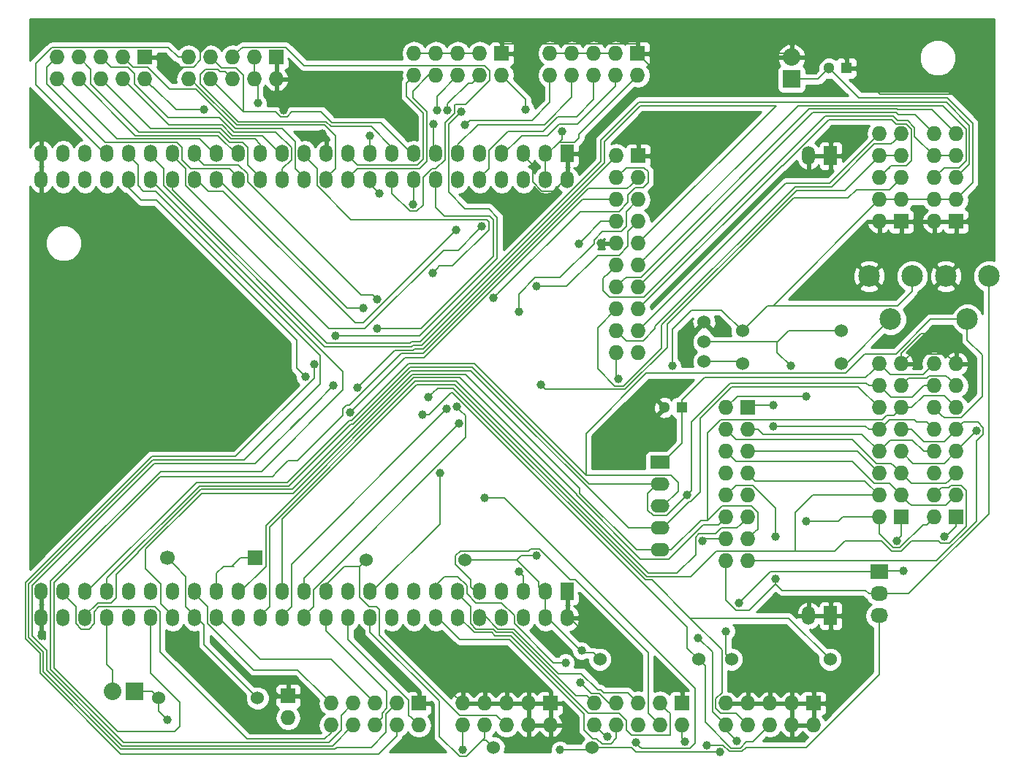
<source format=gbr>
G04 #@! TF.FileFunction,Copper,L2,Bot,Signal*
%FSLAX46Y46*%
G04 Gerber Fmt 4.6, Leading zero omitted, Abs format (unit mm)*
G04 Created by KiCad (PCBNEW 4.0.2-stable) date 15/07/2016 00:57:04*
%MOMM*%
G01*
G04 APERTURE LIST*
%ADD10C,0.100000*%
%ADD11R,1.500000X2.200000*%
%ADD12O,1.500000X2.200000*%
%ADD13O,1.500000X2.000000*%
%ADD14R,1.500000X2.000000*%
%ADD15R,1.300000X1.300000*%
%ADD16C,1.300000*%
%ADD17C,1.699260*%
%ADD18R,1.699260X1.699260*%
%ADD19R,1.727200X1.727200*%
%ADD20O,1.727200X1.727200*%
%ADD21R,2.032000X2.032000*%
%ADD22O,2.032000X2.032000*%
%ADD23R,2.032000X1.727200*%
%ADD24O,2.032000X1.727200*%
%ADD25R,2.199640X1.524000*%
%ADD26O,2.199640X1.524000*%
%ADD27C,1.524000*%
%ADD28C,2.499360*%
%ADD29C,1.000000*%
%ADD30C,0.200000*%
%ADD31C,0.254000*%
G04 APERTURE END LIST*
D10*
D11*
X200100000Y-107950000D03*
D12*
X197560000Y-107950000D03*
D13*
X108660000Y-105160000D03*
X111200000Y-105160000D03*
X113740000Y-105160000D03*
X116280000Y-105160000D03*
X118820000Y-105160000D03*
X121360000Y-105160000D03*
X123900000Y-105160000D03*
X126440000Y-105160000D03*
X128980000Y-105160000D03*
X131520000Y-105160000D03*
X134060000Y-105160000D03*
X136600000Y-105160000D03*
X139140000Y-105160000D03*
X141680000Y-105160000D03*
X144220000Y-105160000D03*
X146760000Y-105160000D03*
X149300000Y-105160000D03*
X151840000Y-105160000D03*
X154380000Y-105160000D03*
X156920000Y-105160000D03*
X159460000Y-105160000D03*
X162000000Y-105160000D03*
X164540000Y-105160000D03*
X167080000Y-105160000D03*
D14*
X169620000Y-105160000D03*
D13*
X169620000Y-108200000D03*
X167080000Y-108200000D03*
X164540000Y-108200000D03*
X162000000Y-108200000D03*
X159460000Y-108200000D03*
X156920000Y-108200000D03*
X154380000Y-108200000D03*
X151840000Y-108200000D03*
X149300000Y-108200000D03*
X146760000Y-108200000D03*
X144220000Y-108200000D03*
X141680000Y-108200000D03*
X139140000Y-108200000D03*
X136600000Y-108200000D03*
X134060000Y-108200000D03*
X131520000Y-108200000D03*
X128980000Y-108200000D03*
X126440000Y-108200000D03*
X123900000Y-108200000D03*
X121360000Y-108200000D03*
X118820000Y-108200000D03*
X116280000Y-108200000D03*
X113740000Y-108200000D03*
X111200000Y-108200000D03*
X108660000Y-108200000D03*
X108660000Y-57400000D03*
X111200000Y-57400000D03*
X113740000Y-57400000D03*
X116280000Y-57400000D03*
X118820000Y-57400000D03*
X121360000Y-57400000D03*
X123900000Y-57400000D03*
X126440000Y-57400000D03*
X128980000Y-57400000D03*
X131520000Y-57400000D03*
X134060000Y-57400000D03*
X136600000Y-57400000D03*
X139140000Y-57400000D03*
X141680000Y-57400000D03*
X144220000Y-57400000D03*
X146760000Y-57400000D03*
X149300000Y-57400000D03*
X151840000Y-57400000D03*
X154380000Y-57400000D03*
X156920000Y-57400000D03*
X159460000Y-57400000D03*
X162000000Y-57400000D03*
X164540000Y-57400000D03*
X167080000Y-57400000D03*
X169620000Y-57400000D03*
D14*
X169620000Y-54360000D03*
D13*
X167080000Y-54360000D03*
X164540000Y-54360000D03*
X162000000Y-54360000D03*
X159460000Y-54360000D03*
X156920000Y-54360000D03*
X154380000Y-54360000D03*
X151840000Y-54360000D03*
X149300000Y-54360000D03*
X146760000Y-54360000D03*
X144220000Y-54360000D03*
X141680000Y-54360000D03*
X139140000Y-54360000D03*
X136600000Y-54360000D03*
X134060000Y-54360000D03*
X131520000Y-54360000D03*
X128980000Y-54360000D03*
X126440000Y-54360000D03*
X123900000Y-54360000D03*
X121360000Y-54360000D03*
X118820000Y-54360000D03*
X116280000Y-54360000D03*
X113740000Y-54360000D03*
X111200000Y-54360000D03*
X108660000Y-54360000D03*
D12*
X197560000Y-54610000D03*
D11*
X200100000Y-54610000D03*
D15*
X182880000Y-83820000D03*
D16*
X180880000Y-83820000D03*
D15*
X201930000Y-44450000D03*
D16*
X199930000Y-44450000D03*
D17*
X123250000Y-101250000D03*
D18*
X133410000Y-101250000D03*
D19*
X177800000Y-54610000D03*
D20*
X175260000Y-54610000D03*
X177800000Y-57150000D03*
X175260000Y-57150000D03*
X177800000Y-59690000D03*
X175260000Y-59690000D03*
X177800000Y-62230000D03*
X175260000Y-62230000D03*
X177800000Y-64770000D03*
X175260000Y-64770000D03*
X177800000Y-67310000D03*
X175260000Y-67310000D03*
X177800000Y-69850000D03*
X175260000Y-69850000D03*
X177800000Y-72390000D03*
X175260000Y-72390000D03*
X177800000Y-74930000D03*
X175260000Y-74930000D03*
X177800000Y-77470000D03*
X175260000Y-77470000D03*
D19*
X190500000Y-83820000D03*
D20*
X187960000Y-83820000D03*
X190500000Y-86360000D03*
X187960000Y-86360000D03*
X190500000Y-88900000D03*
X187960000Y-88900000D03*
X190500000Y-91440000D03*
X187960000Y-91440000D03*
X190500000Y-93980000D03*
X187960000Y-93980000D03*
X190500000Y-96520000D03*
X187960000Y-96520000D03*
X190500000Y-99060000D03*
X187960000Y-99060000D03*
X190500000Y-101600000D03*
X187960000Y-101600000D03*
D21*
X195580000Y-45720000D03*
D22*
X195580000Y-43180000D03*
D19*
X198120000Y-118110000D03*
D20*
X198120000Y-120650000D03*
X195580000Y-118110000D03*
X195580000Y-120650000D03*
X193040000Y-118110000D03*
X193040000Y-120650000D03*
X190500000Y-118110000D03*
X190500000Y-120650000D03*
X187960000Y-118110000D03*
X187960000Y-120650000D03*
D19*
X167640000Y-118110000D03*
D20*
X167640000Y-120650000D03*
X165100000Y-118110000D03*
X165100000Y-120650000D03*
X162560000Y-118110000D03*
X162560000Y-120650000D03*
X160020000Y-118110000D03*
X160020000Y-120650000D03*
X157480000Y-118110000D03*
X157480000Y-120650000D03*
D19*
X177750000Y-42750000D03*
D20*
X177750000Y-45290000D03*
X175210000Y-42750000D03*
X175210000Y-45290000D03*
X172670000Y-42750000D03*
X172670000Y-45290000D03*
X170130000Y-42750000D03*
X170130000Y-45290000D03*
X167590000Y-42750000D03*
X167590000Y-45290000D03*
D19*
X162000000Y-42750000D03*
D20*
X162000000Y-45290000D03*
X159460000Y-42750000D03*
X159460000Y-45290000D03*
X156920000Y-42750000D03*
X156920000Y-45290000D03*
X154380000Y-42750000D03*
X154380000Y-45290000D03*
X151840000Y-42750000D03*
X151840000Y-45290000D03*
D19*
X214630000Y-62230000D03*
D20*
X212090000Y-62230000D03*
X214630000Y-59690000D03*
X212090000Y-59690000D03*
X214630000Y-57150000D03*
X212090000Y-57150000D03*
X214630000Y-54610000D03*
X212090000Y-54610000D03*
X214630000Y-52070000D03*
X212090000Y-52070000D03*
D19*
X120650000Y-43180000D03*
D20*
X120650000Y-45720000D03*
X118110000Y-43180000D03*
X118110000Y-45720000D03*
X115570000Y-43180000D03*
X115570000Y-45720000D03*
X113030000Y-43180000D03*
X113030000Y-45720000D03*
X110490000Y-43180000D03*
X110490000Y-45720000D03*
D19*
X182880000Y-118110000D03*
D20*
X182880000Y-120650000D03*
X180340000Y-118110000D03*
X180340000Y-120650000D03*
X177800000Y-118110000D03*
X177800000Y-120650000D03*
X175260000Y-118110000D03*
X175260000Y-120650000D03*
X172720000Y-118110000D03*
X172720000Y-120650000D03*
D19*
X152400000Y-118110000D03*
D20*
X152400000Y-120650000D03*
X149860000Y-118110000D03*
X149860000Y-120650000D03*
X147320000Y-118110000D03*
X147320000Y-120650000D03*
X144780000Y-118110000D03*
X144780000Y-120650000D03*
X142240000Y-118110000D03*
X142240000Y-120650000D03*
D19*
X214630000Y-96520000D03*
D20*
X212090000Y-96520000D03*
X214630000Y-93980000D03*
X212090000Y-93980000D03*
X214630000Y-91440000D03*
X212090000Y-91440000D03*
X214630000Y-88900000D03*
X212090000Y-88900000D03*
X214630000Y-86360000D03*
X212090000Y-86360000D03*
X214630000Y-83820000D03*
X212090000Y-83820000D03*
X214630000Y-81280000D03*
X212090000Y-81280000D03*
X214630000Y-78740000D03*
X212090000Y-78740000D03*
D19*
X208280000Y-96520000D03*
D20*
X205740000Y-96520000D03*
X208280000Y-93980000D03*
X205740000Y-93980000D03*
X208280000Y-91440000D03*
X205740000Y-91440000D03*
X208280000Y-88900000D03*
X205740000Y-88900000D03*
X208280000Y-86360000D03*
X205740000Y-86360000D03*
X208280000Y-83820000D03*
X205740000Y-83820000D03*
X208280000Y-81280000D03*
X205740000Y-81280000D03*
X208280000Y-78740000D03*
X205740000Y-78740000D03*
D23*
X205740000Y-102870000D03*
D24*
X205740000Y-105410000D03*
X205740000Y-107950000D03*
D19*
X135890000Y-43180000D03*
D20*
X135890000Y-45720000D03*
X133350000Y-43180000D03*
X133350000Y-45720000D03*
X130810000Y-43180000D03*
X130810000Y-45720000D03*
X128270000Y-43180000D03*
X128270000Y-45720000D03*
X125730000Y-43180000D03*
X125730000Y-45720000D03*
D21*
X119500000Y-116750000D03*
D22*
X116960000Y-116750000D03*
D19*
X208280000Y-62230000D03*
D20*
X205740000Y-62230000D03*
X208280000Y-59690000D03*
X205740000Y-59690000D03*
X208280000Y-57150000D03*
X205740000Y-57150000D03*
X208280000Y-54610000D03*
X205740000Y-54610000D03*
X208280000Y-52070000D03*
X205740000Y-52070000D03*
D25*
X180340000Y-90170000D03*
D26*
X180340000Y-92710000D03*
X180340000Y-95250000D03*
X180340000Y-97790000D03*
X180340000Y-100330000D03*
D27*
X133715000Y-117500000D03*
X122285000Y-117500000D03*
X200025000Y-113030000D03*
X188595000Y-113030000D03*
X161035000Y-123250000D03*
X172465000Y-123250000D03*
X201295000Y-78740000D03*
X189865000Y-78740000D03*
X157715000Y-101500000D03*
X146285000Y-101500000D03*
X173355000Y-113030000D03*
X184785000Y-113030000D03*
X189865000Y-74930000D03*
X201295000Y-74930000D03*
D28*
X215940640Y-73578720D03*
X213441280Y-68580000D03*
X218440000Y-68580000D03*
X207050640Y-73578720D03*
X204551280Y-68580000D03*
X209550000Y-68580000D03*
D19*
X137250000Y-117250000D03*
D20*
X137250000Y-119790000D03*
D27*
X185420000Y-76200000D03*
X185420000Y-73914000D03*
X185420000Y-78486000D03*
D29*
X193750000Y-103670020D03*
X193750000Y-98750000D03*
X173500000Y-64750000D03*
X167000000Y-59750000D03*
X136750000Y-49300020D03*
X141250000Y-52000000D03*
X211500000Y-71750000D03*
X212250000Y-75250000D03*
X181556527Y-115650724D03*
X173250000Y-110500000D03*
X156250000Y-114750000D03*
X150103600Y-114750000D03*
X152400000Y-118110000D03*
X134750000Y-115750000D03*
X108750000Y-110250000D03*
X166000000Y-101000000D03*
X171250000Y-112000000D03*
X184750000Y-110500000D03*
X188000000Y-109750000D03*
X189500000Y-106500000D03*
X208500000Y-102750000D03*
X207750000Y-99250000D03*
X213250000Y-98750000D03*
X181750000Y-79000000D03*
X175500000Y-80500000D03*
X189250000Y-122500000D03*
X187250000Y-123750000D03*
X168750000Y-123500000D03*
X157500000Y-123500000D03*
X123250000Y-120000000D03*
X154868230Y-91368230D03*
X145250000Y-81500000D03*
X155609151Y-83992664D03*
X161048180Y-71100957D03*
X156765727Y-83672726D03*
X163959301Y-72659301D03*
X144431472Y-84358629D03*
X139250000Y-80250000D03*
X166012800Y-69762800D03*
X156750000Y-63250000D03*
X170929257Y-64810657D03*
X159699980Y-62800006D03*
X193500000Y-83500000D03*
X193500000Y-86000000D03*
X197250000Y-82500000D03*
X217000000Y-86500000D03*
X183500000Y-93929728D03*
X185250000Y-99250000D03*
X152838033Y-84661179D03*
X146000000Y-72250000D03*
X153538886Y-82592513D03*
X147583025Y-71285576D03*
X133750000Y-48500000D03*
X127500000Y-49250000D03*
X169000000Y-51750000D03*
X164750000Y-49250000D03*
X163985431Y-102866532D03*
X183250000Y-122549969D03*
X185750000Y-122949980D03*
X157750000Y-51038000D03*
X151750000Y-60250000D03*
X155723000Y-49300020D03*
X147828000Y-58999980D03*
X154483021Y-49300020D03*
X146750000Y-52250000D03*
X171144471Y-115696508D03*
X169398601Y-113384937D03*
X177504805Y-122626080D03*
X154002186Y-68169316D03*
X174250000Y-122000000D03*
X160000000Y-94250000D03*
X157323021Y-49467456D03*
X154130010Y-50940700D03*
X142750000Y-75500000D03*
X140250000Y-78750000D03*
X147611830Y-74618692D03*
X142500000Y-81250000D03*
X195500000Y-79000000D03*
X197250000Y-97000000D03*
X157049970Y-85666450D03*
X166550020Y-81200000D03*
D30*
X187960000Y-102821314D02*
X187960000Y-101600000D01*
X187960000Y-106144004D02*
X187960000Y-102821314D01*
X189115998Y-107300002D02*
X187960000Y-106144004D01*
X190699998Y-107300002D02*
X189115998Y-107300002D01*
X193750000Y-104250000D02*
X190699998Y-107300002D01*
X193750000Y-104250000D02*
X193750000Y-103670020D01*
X187960000Y-93980000D02*
X189123601Y-92816399D01*
X189123601Y-92816399D02*
X191058529Y-92816399D01*
X191058529Y-92816399D02*
X193750000Y-95507870D01*
X193750000Y-95507870D02*
X193750000Y-98042894D01*
X193750000Y-98042894D02*
X193750000Y-98750000D01*
X185500011Y-80349989D02*
X197250000Y-80349989D01*
X197250000Y-80349989D02*
X204130011Y-80349989D01*
X197400011Y-80349989D02*
X197250000Y-80349989D01*
X204114000Y-105000000D02*
X194500000Y-105000000D01*
X193750000Y-104250000D02*
X194500000Y-105000000D01*
X205740000Y-105410000D02*
X204524000Y-105410000D01*
X204524000Y-105410000D02*
X204114000Y-105000000D01*
X218440000Y-68580000D02*
X218440000Y-96108602D01*
X218440000Y-96108602D02*
X209138602Y-105410000D01*
X209138602Y-105410000D02*
X206956000Y-105410000D01*
X206956000Y-105410000D02*
X205740000Y-105410000D01*
X204130011Y-80349989D02*
X204876401Y-79603599D01*
X204876401Y-79603599D02*
X205740000Y-78740000D01*
X182880000Y-83820000D02*
X182880000Y-82970000D01*
X182880000Y-82970000D02*
X185500011Y-80349989D01*
X182880000Y-83820000D02*
X182880000Y-87967820D01*
X182880000Y-87967820D02*
X180677820Y-90170000D01*
X180677820Y-90170000D02*
X180340000Y-90170000D01*
X207000000Y-80000000D02*
X210830000Y-80000000D01*
X210830000Y-80000000D02*
X212090000Y-78740000D01*
X205740000Y-78740000D02*
X207000000Y-80000000D01*
X173500000Y-64750000D02*
X175240000Y-64750000D01*
X175240000Y-64750000D02*
X175260000Y-64770000D01*
X169600000Y-57150000D02*
X167000000Y-59750000D01*
X169620000Y-57150000D02*
X169600000Y-57150000D01*
X135890000Y-45720000D02*
X135890000Y-48440020D01*
X135890000Y-48440020D02*
X136250001Y-48800021D01*
X136250001Y-48800021D02*
X136750000Y-49300020D01*
X141680000Y-54610000D02*
X141680000Y-52430000D01*
X141680000Y-52430000D02*
X141250000Y-52000000D01*
X128727870Y-41000000D02*
X161313600Y-41000000D01*
X161313600Y-41000000D02*
X162000000Y-41686400D01*
X162000000Y-41686400D02*
X162000000Y-42750000D01*
X120650000Y-43180000D02*
X121713600Y-43180000D01*
X121713600Y-43180000D02*
X122877201Y-44343601D01*
X122877201Y-44343601D02*
X126288529Y-44343601D01*
X126288529Y-44343601D02*
X127106399Y-43525731D01*
X127106399Y-43525731D02*
X127106399Y-42621471D01*
X127106399Y-42621471D02*
X128727870Y-41000000D01*
X169620000Y-54610000D02*
X170640000Y-54610000D01*
X179250000Y-44250000D02*
X177750000Y-42750000D01*
X179250000Y-46000000D02*
X179250000Y-44250000D01*
X170640000Y-54610000D02*
X179250000Y-46000000D01*
X211500000Y-71750000D02*
X211500000Y-70521280D01*
X211500000Y-70521280D02*
X213441280Y-68580000D01*
X210548686Y-75250000D02*
X212250000Y-75250000D01*
X208280000Y-78740000D02*
X208280000Y-77518686D01*
X208280000Y-77518686D02*
X210548686Y-75250000D01*
X217250000Y-50500000D02*
X217250000Y-60673600D01*
X217250000Y-60673600D02*
X215693600Y-62230000D01*
X215693600Y-62230000D02*
X214630000Y-62230000D01*
X214250000Y-47500000D02*
X217250000Y-50500000D01*
X205830000Y-47500000D02*
X214250000Y-47500000D01*
X201930000Y-44450000D02*
X202780000Y-44450000D01*
X202780000Y-44450000D02*
X205830000Y-47500000D01*
X195580000Y-43180000D02*
X201510000Y-43180000D01*
X201510000Y-43180000D02*
X201930000Y-43600000D01*
X201930000Y-43600000D02*
X201930000Y-44450000D01*
X177750000Y-42750000D02*
X195150000Y-42750000D01*
X195150000Y-42750000D02*
X195580000Y-43180000D01*
X177750000Y-41686400D02*
X177750000Y-42750000D01*
X177649999Y-41586399D02*
X177750000Y-41686400D01*
X162100001Y-41586399D02*
X177649999Y-41586399D01*
X162000000Y-41686400D02*
X162100001Y-41586399D01*
X169620000Y-57150000D02*
X168069990Y-58700010D01*
X168069990Y-58700010D02*
X166645072Y-58700010D01*
X166645072Y-58700010D02*
X165590010Y-57644948D01*
X165590010Y-57644948D02*
X165590010Y-55660010D01*
X165590010Y-55660010D02*
X164540000Y-54610000D01*
X169620000Y-57150000D02*
X169620000Y-54610000D01*
X214630000Y-78740000D02*
X213466399Y-77576399D01*
X213466399Y-77576399D02*
X209443601Y-77576399D01*
X209443601Y-77576399D02*
X209143599Y-77876401D01*
X209143599Y-77876401D02*
X208280000Y-78740000D01*
X205740000Y-62230000D02*
X205740000Y-67391280D01*
X205740000Y-67391280D02*
X204551280Y-68580000D01*
X214630000Y-62230000D02*
X214630000Y-67391280D01*
X214630000Y-67391280D02*
X213441280Y-68580000D01*
X212090000Y-62230000D02*
X213311314Y-62230000D01*
X213311314Y-62230000D02*
X214630000Y-62230000D01*
X208280000Y-62230000D02*
X209343600Y-62230000D01*
X209343600Y-62230000D02*
X212090000Y-62230000D01*
X205740000Y-62230000D02*
X208280000Y-62230000D01*
X182880000Y-116974197D02*
X182056526Y-116150723D01*
X182880000Y-118110000D02*
X182880000Y-116974197D01*
X182056526Y-116150723D02*
X181556527Y-115650724D01*
X195580000Y-120650000D02*
X195580000Y-119428686D01*
X195580000Y-119428686D02*
X195580000Y-118110000D01*
X187960000Y-118110000D02*
X198120000Y-118110000D01*
X195580000Y-118110000D02*
X198120000Y-118110000D01*
X198120000Y-120650000D02*
X198120000Y-118110000D01*
X173250000Y-110500000D02*
X172170000Y-110500000D01*
X172170000Y-110500000D02*
X169620000Y-107950000D01*
X165100000Y-120650000D02*
X165100000Y-118110000D01*
X167640000Y-120650000D02*
X165100000Y-120650000D01*
X167640000Y-120650000D02*
X167640000Y-118110000D01*
X169620000Y-105410000D02*
X169620000Y-107950000D01*
X157480000Y-118110000D02*
X158701314Y-118110000D01*
X158701314Y-118110000D02*
X167640000Y-118110000D01*
X156250000Y-114750000D02*
X156250000Y-116880000D01*
X156250000Y-116880000D02*
X157480000Y-118110000D01*
X152400000Y-118110000D02*
X152400000Y-117046400D01*
X152400000Y-117046400D02*
X150103600Y-114750000D01*
X134750000Y-115750000D02*
X136250000Y-117250000D01*
X136250000Y-117250000D02*
X137250000Y-117250000D01*
X108660000Y-110160000D02*
X108750000Y-110250000D01*
X108660000Y-107950000D02*
X108660000Y-110160000D01*
X108660000Y-105410000D02*
X108660000Y-107950000D01*
X135890000Y-44450000D02*
X135890000Y-43180000D01*
X135890000Y-45720000D02*
X135890000Y-44450000D01*
X166000000Y-101000000D02*
X164250298Y-101000000D01*
X164250298Y-101000000D02*
X163750298Y-101500000D01*
X163750298Y-101500000D02*
X166250000Y-103999702D01*
X157715000Y-101500000D02*
X163750298Y-101500000D01*
X166250000Y-104580000D02*
X167080000Y-105410000D01*
X166250000Y-103999702D02*
X166250000Y-104580000D01*
X186396388Y-112146388D02*
X184750000Y-110500000D01*
X186396388Y-119086388D02*
X186396388Y-112146388D01*
X187960000Y-120650000D02*
X186396388Y-119086388D01*
X188000000Y-109750000D02*
X188000000Y-112435000D01*
X188000000Y-112435000D02*
X188595000Y-113030000D01*
X205740000Y-102870000D02*
X193130000Y-102870000D01*
X193130000Y-102870000D02*
X189500000Y-106500000D01*
X208500000Y-102750000D02*
X205860000Y-102750000D01*
X205860000Y-102750000D02*
X205740000Y-102870000D01*
X207750000Y-99250000D02*
X208280000Y-98720000D01*
X208280000Y-98720000D02*
X208280000Y-96520000D01*
X214630000Y-96520000D02*
X214630000Y-97583600D01*
X214630000Y-97583600D02*
X213463600Y-98750000D01*
X213463600Y-98750000D02*
X213250000Y-98750000D01*
X181750000Y-74750000D02*
X184000000Y-72500000D01*
X184000000Y-72500000D02*
X187435000Y-72500000D01*
X187435000Y-72500000D02*
X189865000Y-74930000D01*
X181750000Y-79000000D02*
X181750000Y-74750000D01*
X175260000Y-77470000D02*
X175260000Y-80260000D01*
X175260000Y-80260000D02*
X175500000Y-80500000D01*
X203380011Y-47900011D02*
X200579999Y-45099999D01*
X213650011Y-47900011D02*
X203380011Y-47900011D01*
X200579999Y-45099999D02*
X199930000Y-44450000D01*
X216593622Y-50843622D02*
X213650011Y-47900011D01*
X214630000Y-59690000D02*
X216593622Y-57726378D01*
X216593622Y-57726378D02*
X216593622Y-50843622D01*
X195580000Y-45720000D02*
X198660000Y-45720000D01*
X198660000Y-45720000D02*
X199930000Y-44450000D01*
X205740000Y-59690000D02*
X193430000Y-72000000D01*
X193430000Y-72000000D02*
X192795000Y-72000000D01*
X207897314Y-72000000D02*
X192795000Y-72000000D01*
X192795000Y-72000000D02*
X189865000Y-74930000D01*
X209550000Y-68580000D02*
X209550000Y-70347314D01*
X209550000Y-70347314D02*
X207897314Y-72000000D01*
X189250000Y-122500000D02*
X187960000Y-121210000D01*
X187960000Y-121210000D02*
X187960000Y-120650000D01*
X177504050Y-123750000D02*
X187250000Y-123750000D01*
X177004050Y-123250000D02*
X177504050Y-123750000D01*
X172465000Y-123250000D02*
X177004050Y-123250000D01*
X167080000Y-107950000D02*
X167080000Y-105410000D01*
X173355000Y-113030000D02*
X172593001Y-112268001D01*
X172593001Y-112268001D02*
X171398001Y-112268001D01*
X171398001Y-112268001D02*
X167080000Y-107950000D01*
X168750000Y-123500000D02*
X172215000Y-123500000D01*
X172215000Y-123500000D02*
X172465000Y-123250000D01*
X157500000Y-123500000D02*
X157500000Y-120670000D01*
X157500000Y-120670000D02*
X157480000Y-120650000D01*
X122285000Y-117500000D02*
X122285000Y-119035000D01*
X122285000Y-119035000D02*
X123250000Y-120000000D01*
X119500000Y-116750000D02*
X121535000Y-116750000D01*
X121535000Y-116750000D02*
X122285000Y-117500000D01*
X205740000Y-59690000D02*
X208280000Y-59690000D01*
X208280000Y-59690000D02*
X212090000Y-59690000D01*
X212090000Y-59690000D02*
X214630000Y-59690000D01*
X133715000Y-117500000D02*
X127529979Y-111314979D01*
X127529979Y-111314979D02*
X127529979Y-109039979D01*
X127529979Y-109039979D02*
X126440000Y-107950000D01*
X130465000Y-114250000D02*
X133715000Y-117500000D01*
X126440000Y-107950000D02*
X125389990Y-106899990D01*
X125389990Y-106899990D02*
X125389990Y-103389990D01*
X125389990Y-103389990D02*
X124099629Y-102099629D01*
X124099629Y-102099629D02*
X123250000Y-101250000D01*
X130750000Y-102247460D02*
X131000520Y-102247460D01*
X129752540Y-102247460D02*
X130750000Y-102247460D01*
X130750000Y-102247460D02*
X131747460Y-101250000D01*
X131747460Y-101250000D02*
X133410000Y-101250000D01*
X128980000Y-105410000D02*
X128980000Y-103020000D01*
X128980000Y-103020000D02*
X129752540Y-102247460D01*
X145250000Y-81500000D02*
X149600066Y-77149934D01*
X174396401Y-55489937D02*
X174396401Y-55473599D01*
X149600066Y-77149934D02*
X151703664Y-77149934D01*
X151852998Y-77000600D02*
X152885738Y-77000600D01*
X174396401Y-55473599D02*
X175260000Y-54610000D01*
X151703664Y-77149934D02*
X151852998Y-77000600D01*
X152885738Y-77000600D02*
X174396401Y-55489937D01*
X154868230Y-92075336D02*
X154868230Y-91368230D01*
X146760000Y-105410000D02*
X154868230Y-97301770D01*
X154868230Y-97301770D02*
X154868230Y-92075336D01*
X172035732Y-58416306D02*
X176533694Y-58416306D01*
X176533694Y-58416306D02*
X176936401Y-58013599D01*
X144047470Y-83558627D02*
X144330195Y-83558627D01*
X143631470Y-84684230D02*
X143631470Y-83974627D01*
X124100042Y-121399958D02*
X117537956Y-121399958D01*
X137250000Y-89984318D02*
X138331382Y-89984318D01*
X135984318Y-91250000D02*
X137250000Y-89984318D01*
X122465709Y-91800022D02*
X135449978Y-91800022D01*
X135984318Y-91265682D02*
X135984318Y-91250000D01*
X124750000Y-118000000D02*
X124750000Y-120750000D01*
X110149991Y-104115740D02*
X122465709Y-91800022D01*
X176936401Y-58013599D02*
X177800000Y-57150000D01*
X135449978Y-91800022D02*
X135984318Y-91265682D01*
X150338877Y-77549945D02*
X152902093Y-77549945D01*
X124750000Y-120750000D02*
X124100042Y-121399958D01*
X110149991Y-114011993D02*
X110149991Y-104115740D01*
X152902093Y-77549945D02*
X172035732Y-58416306D01*
X144330195Y-83558627D02*
X150338877Y-77549945D01*
X121360000Y-114610000D02*
X124750000Y-118000000D01*
X143631470Y-83974627D02*
X144047470Y-83558627D01*
X117537956Y-121399958D02*
X110149991Y-114011993D01*
X121360000Y-107950000D02*
X121360000Y-114610000D01*
X138331382Y-89984318D02*
X143631470Y-84684230D01*
X136600000Y-107950000D02*
X137650010Y-106899990D01*
X155109152Y-84492663D02*
X155609151Y-83992664D01*
X137650010Y-106899990D02*
X137650010Y-101951805D01*
X137650010Y-101951805D02*
X155109152Y-84492663D01*
X178963601Y-57708529D02*
X178358529Y-58313601D01*
X178358529Y-58313601D02*
X177454269Y-58313601D01*
X176636399Y-60035731D02*
X175605731Y-61066399D01*
X176636399Y-59131471D02*
X176636399Y-60035731D01*
X176423601Y-55986399D02*
X178486399Y-55986399D01*
X178486399Y-55986399D02*
X178963601Y-56463601D01*
X177454269Y-58313601D02*
X176636399Y-59131471D01*
X161548179Y-70600958D02*
X161048180Y-71100957D01*
X171082738Y-61066399D02*
X161548179Y-70600958D01*
X178963601Y-56463601D02*
X178963601Y-57708529D01*
X175605731Y-61066399D02*
X171082738Y-61066399D01*
X175260000Y-57150000D02*
X176423601Y-55986399D01*
X163959301Y-71952195D02*
X163959301Y-72659301D01*
X172699999Y-64800001D02*
X168755866Y-68744134D01*
X168755866Y-68744134D02*
X165900066Y-68744134D01*
X172699999Y-64365999D02*
X172699999Y-64800001D01*
X173672397Y-63393601D02*
X172699999Y-64365999D01*
X175818529Y-63393601D02*
X173672397Y-63393601D01*
X176423601Y-62788529D02*
X175818529Y-63393601D01*
X165900066Y-68744134D02*
X163959301Y-70684899D01*
X176423601Y-61066399D02*
X176423601Y-62788529D01*
X177800000Y-59690000D02*
X176423601Y-61066399D01*
X163959301Y-70684899D02*
X163959301Y-71952195D01*
X157265726Y-84172725D02*
X156765727Y-83672726D01*
X157849989Y-87255073D02*
X157849989Y-84756988D01*
X157849989Y-84756988D02*
X157265726Y-84172725D01*
X139140000Y-107950000D02*
X140190010Y-106899990D01*
X140190010Y-104915052D02*
X157849989Y-87255073D01*
X140190010Y-106899990D02*
X140190010Y-104915052D01*
X153008651Y-78009087D02*
X150781014Y-78009087D01*
X175260000Y-59690000D02*
X171327738Y-59690000D01*
X171327738Y-59690000D02*
X153008651Y-78009087D01*
X150781014Y-78009087D02*
X144931471Y-83858630D01*
X144931471Y-83858630D02*
X144431472Y-84358629D01*
X138250000Y-76000000D02*
X138250000Y-79250000D01*
X138250000Y-79250000D02*
X139250000Y-80250000D01*
X122000000Y-59750000D02*
X138250000Y-76000000D01*
X120250000Y-59750000D02*
X122000000Y-59750000D01*
X118820000Y-58320000D02*
X120250000Y-59750000D01*
X118820000Y-57150000D02*
X118820000Y-58320000D01*
X175250000Y-59700000D02*
X175260000Y-59690000D01*
X173103601Y-66146399D02*
X169487200Y-69762800D01*
X169487200Y-69762800D02*
X166719906Y-69762800D01*
X166719906Y-69762800D02*
X166012800Y-69762800D01*
X177800000Y-62230000D02*
X176636399Y-63393601D01*
X176636399Y-63393601D02*
X176636399Y-65115731D01*
X176636399Y-65115731D02*
X175605731Y-66146399D01*
X175605731Y-66146399D02*
X173103601Y-66146399D01*
X146000000Y-74000000D02*
X156750000Y-63250000D01*
X145000000Y-74000000D02*
X146000000Y-74000000D01*
X129700010Y-58700010D02*
X145000000Y-74000000D01*
X126440000Y-57150000D02*
X127990010Y-58700010D01*
X127990010Y-58700010D02*
X129700010Y-58700010D01*
X171429256Y-64310658D02*
X170929257Y-64810657D01*
X173509914Y-62230000D02*
X171429256Y-64310658D01*
X175260000Y-62230000D02*
X173509914Y-62230000D01*
X141955071Y-74650009D02*
X146165691Y-74650009D01*
X125389990Y-58084928D02*
X141955071Y-74650009D01*
X159199981Y-63300005D02*
X159699980Y-62800006D01*
X123900000Y-54610000D02*
X125389990Y-56099990D01*
X156949984Y-65550002D02*
X159199981Y-63300005D01*
X146165691Y-74650009D02*
X155265698Y-65550002D01*
X125389990Y-56099990D02*
X125389990Y-58084928D01*
X155265698Y-65550002D02*
X156949984Y-65550002D01*
X177800000Y-64770000D02*
X193769973Y-48800027D01*
X173900011Y-52935690D02*
X173900011Y-55420627D01*
X122849990Y-56099990D02*
X121360000Y-54610000D01*
X178035674Y-48800027D02*
X173900011Y-52935690D01*
X193769973Y-48800027D02*
X178035674Y-48800027D01*
X173900011Y-55420627D02*
X152720049Y-76600589D01*
X151687309Y-76600589D02*
X151537975Y-76749923D01*
X152720049Y-76600589D02*
X151687309Y-76600589D01*
X122849990Y-58084928D02*
X122849990Y-56099990D01*
X141514985Y-76749923D02*
X122849990Y-58084928D01*
X151537975Y-76749923D02*
X141514985Y-76749923D01*
X178663599Y-66446401D02*
X177800000Y-67310000D01*
X207984327Y-48800027D02*
X196309973Y-48800027D01*
X196309973Y-48800027D02*
X178663599Y-66446401D01*
X215793601Y-51511471D02*
X213132119Y-48849989D01*
X208034289Y-48849989D02*
X207984327Y-48800027D01*
X215793601Y-55168529D02*
X215793601Y-51511471D01*
X214975731Y-55986399D02*
X215793601Y-55168529D01*
X213132119Y-48849989D02*
X208034289Y-48849989D01*
X213253601Y-55986399D02*
X214975731Y-55986399D01*
X212090000Y-57150000D02*
X213253601Y-55986399D01*
X199499940Y-50000060D02*
X178486399Y-71013601D01*
X207847786Y-50506388D02*
X207341459Y-50000060D01*
X173750000Y-70250000D02*
X173750000Y-68820000D01*
X174396401Y-68173599D02*
X175260000Y-67310000D01*
X174513601Y-71013601D02*
X173750000Y-70250000D01*
X173750000Y-68820000D02*
X174396401Y-68173599D01*
X209004218Y-50506388D02*
X207847786Y-50506388D01*
X212090000Y-54610000D02*
X209843612Y-52363612D01*
X209843612Y-51345782D02*
X209004218Y-50506388D01*
X209843612Y-52363612D02*
X209843612Y-51345782D01*
X178486399Y-71013601D02*
X174513601Y-71013601D01*
X207341459Y-50000060D02*
X199499940Y-50000060D01*
X214630000Y-54610000D02*
X212090000Y-54610000D01*
X207902891Y-49849991D02*
X209869991Y-49849991D01*
X209869991Y-49849991D02*
X211226401Y-51206401D01*
X211226401Y-51206401D02*
X212090000Y-52070000D01*
X177800000Y-69850000D02*
X198049951Y-49600049D01*
X207652949Y-49600049D02*
X207902891Y-49849991D01*
X198049951Y-49600049D02*
X207652949Y-49600049D01*
X176123599Y-68986401D02*
X175260000Y-69850000D01*
X207818638Y-49200038D02*
X197632092Y-49200038D01*
X176423601Y-68686399D02*
X176123599Y-68986401D01*
X197632092Y-49200038D02*
X178145731Y-68686399D01*
X207868600Y-49250000D02*
X207818638Y-49200038D01*
X178145731Y-68686399D02*
X176423601Y-68686399D01*
X214630000Y-52070000D02*
X211810000Y-49250000D01*
X211810000Y-49250000D02*
X207868600Y-49250000D01*
X207175770Y-50400071D02*
X207682097Y-50906399D01*
X207682097Y-50906399D02*
X208838529Y-50906399D01*
X209443601Y-51511471D02*
X209443601Y-55168529D01*
X177800000Y-72390000D02*
X194440000Y-55750000D01*
X194440000Y-55750000D02*
X194585062Y-55750000D01*
X194585062Y-55750000D02*
X199934991Y-50400071D01*
X199934991Y-50400071D02*
X207175770Y-50400071D01*
X208838529Y-50906399D02*
X209443601Y-51511471D01*
X209443601Y-55168529D02*
X208838529Y-55773601D01*
X208838529Y-55773601D02*
X207116399Y-55773601D01*
X207116399Y-55773601D02*
X206603599Y-56286401D01*
X206603599Y-56286401D02*
X205740000Y-57150000D01*
X206903601Y-55986399D02*
X206603599Y-56286401D01*
X180500000Y-76918622D02*
X180500000Y-74250296D01*
X201749990Y-58600010D02*
X204876401Y-55473599D01*
X196150286Y-58600010D02*
X201749990Y-58600010D01*
X204876401Y-55473599D02*
X205740000Y-54610000D01*
X175115998Y-81300002D02*
X176118620Y-81300002D01*
X173100000Y-79284004D02*
X175115998Y-81300002D01*
X180500000Y-74250296D02*
X196150286Y-58600010D01*
X175260000Y-72390000D02*
X173100000Y-74550000D01*
X173100000Y-74550000D02*
X173100000Y-79284004D01*
X176118620Y-81300002D02*
X180500000Y-76918622D01*
X205740000Y-54610000D02*
X208280000Y-54610000D01*
X200010012Y-57799988D02*
X194930012Y-57799988D01*
X194930012Y-57799988D02*
X178663599Y-74066401D01*
X205740000Y-52070000D02*
X200010012Y-57799988D01*
X178663599Y-74066401D02*
X177800000Y-74930000D01*
X179783588Y-74401008D02*
X195984597Y-58199999D01*
X179783588Y-74668542D02*
X179783588Y-74401008D01*
X178358529Y-76093601D02*
X179783588Y-74668542D01*
X176423601Y-76093601D02*
X178358529Y-76093601D01*
X175260000Y-74930000D02*
X176423601Y-76093601D01*
X207416401Y-52933599D02*
X208280000Y-52070000D01*
X207116399Y-53233601D02*
X207416401Y-52933599D01*
X205181471Y-53233601D02*
X207116399Y-53233601D01*
X200215073Y-58199999D02*
X205181471Y-53233601D01*
X195984597Y-58199999D02*
X200215073Y-58199999D01*
X193500000Y-83500000D02*
X190820000Y-83500000D01*
X190820000Y-83500000D02*
X190500000Y-83820000D01*
X204158686Y-86000000D02*
X193500000Y-86000000D01*
X205740000Y-86360000D02*
X204518686Y-86360000D01*
X204518686Y-86360000D02*
X204158686Y-86000000D01*
X206803601Y-85196399D02*
X206803601Y-85296399D01*
X206803601Y-85296399D02*
X205740000Y-86360000D01*
X210096401Y-85496401D02*
X209796399Y-85196399D01*
X209796399Y-85196399D02*
X206803601Y-85196399D01*
X212090000Y-86360000D02*
X211226401Y-85496401D01*
X211226401Y-85496401D02*
X210096401Y-85496401D01*
X197250000Y-82500000D02*
X189280000Y-82500000D01*
X189280000Y-82500000D02*
X187960000Y-83820000D01*
X214630000Y-88900000D02*
X217000000Y-86530000D01*
X217000000Y-86530000D02*
X217000000Y-86500000D01*
X214630000Y-88900000D02*
X213253601Y-90276399D01*
X213253601Y-90276399D02*
X209656399Y-90276399D01*
X209656399Y-90276399D02*
X208280000Y-88900000D01*
X191721314Y-86360000D02*
X190500000Y-86360000D01*
X192261325Y-86900011D02*
X191721314Y-86360000D01*
X203740011Y-86900011D02*
X192261325Y-86900011D01*
X205740000Y-88900000D02*
X203740011Y-86900011D01*
X209568686Y-87600000D02*
X207040000Y-87600000D01*
X207040000Y-87600000D02*
X205740000Y-88900000D01*
X212090000Y-88900000D02*
X210868686Y-88900000D01*
X210868686Y-88900000D02*
X209568686Y-87600000D01*
X187960000Y-86360000D02*
X189123601Y-87523601D01*
X189123601Y-87523601D02*
X202641471Y-87523601D01*
X202641471Y-87523601D02*
X205394269Y-90276399D01*
X205394269Y-90276399D02*
X207116399Y-90276399D01*
X207116399Y-90276399D02*
X207416401Y-90576401D01*
X207416401Y-90576401D02*
X208280000Y-91440000D01*
X213766401Y-92303599D02*
X214630000Y-91440000D01*
X209443601Y-92603601D02*
X213466399Y-92603601D01*
X213466399Y-92603601D02*
X213766401Y-92303599D01*
X208280000Y-91440000D02*
X209443601Y-92603601D01*
X203200000Y-88900000D02*
X191721314Y-88900000D01*
X205740000Y-91440000D02*
X203200000Y-88900000D01*
X191721314Y-88900000D02*
X190500000Y-88900000D01*
X214630000Y-93980000D02*
X213466399Y-95143601D01*
X213466399Y-95143601D02*
X209443601Y-95143601D01*
X209443601Y-95143601D02*
X209143599Y-94843599D01*
X209143599Y-94843599D02*
X208280000Y-93980000D01*
X187960000Y-88900000D02*
X189123601Y-90063601D01*
X189123601Y-90063601D02*
X202641471Y-90063601D01*
X202641471Y-90063601D02*
X205181471Y-92603601D01*
X205181471Y-92603601D02*
X206903601Y-92603601D01*
X206903601Y-92603601D02*
X207416401Y-93116401D01*
X207416401Y-93116401D02*
X208280000Y-93980000D01*
X156525600Y-81144200D02*
X152171500Y-81144200D01*
X186879301Y-100436399D02*
X183915689Y-103400011D01*
X196000000Y-100436399D02*
X186879301Y-100436399D01*
X152171500Y-81144200D02*
X136600000Y-96715700D01*
X183915689Y-103400011D02*
X178781411Y-103400011D01*
X136600000Y-96715700D02*
X136600000Y-105410000D01*
X178781411Y-103400011D02*
X156525600Y-81144200D01*
X200563601Y-100436399D02*
X196000000Y-100436399D01*
X201750000Y-99250000D02*
X200563601Y-100436399D01*
X207200310Y-100450012D02*
X206000298Y-99250000D01*
X206000298Y-99250000D02*
X201750000Y-99250000D01*
X208299690Y-100450012D02*
X207200310Y-100450012D01*
X212953599Y-93116401D02*
X213771469Y-93116401D01*
X212565996Y-99250000D02*
X209499702Y-99250000D01*
X215793601Y-97623601D02*
X213867200Y-99550002D01*
X215188529Y-92816399D02*
X215793601Y-93421471D01*
X212865998Y-99550002D02*
X212565996Y-99250000D01*
X215793601Y-93421471D02*
X215793601Y-97623601D01*
X214071471Y-92816399D02*
X215188529Y-92816399D01*
X209499702Y-99250000D02*
X208299690Y-100450012D01*
X213867200Y-99550002D02*
X212865998Y-99550002D01*
X212090000Y-93980000D02*
X212953599Y-93116401D01*
X213771469Y-93116401D02*
X214071471Y-92816399D01*
X198020000Y-93980000D02*
X196000000Y-96000000D01*
X196000000Y-96000000D02*
X196000000Y-100436399D01*
X204020000Y-93980000D02*
X198020000Y-93980000D01*
X204020000Y-93980000D02*
X205740000Y-93980000D01*
X205740000Y-93980000D02*
X204063599Y-92303599D01*
X204063599Y-92303599D02*
X191363599Y-92303599D01*
X191363599Y-92303599D02*
X190500000Y-91440000D01*
X189270000Y-97750000D02*
X189636401Y-97383599D01*
X189636401Y-97383599D02*
X190500000Y-96520000D01*
X187434300Y-97750000D02*
X189270000Y-97750000D01*
X152005811Y-80744189D02*
X156691289Y-80744189D01*
X135110010Y-106899990D02*
X135110010Y-97639990D01*
X186734302Y-98449998D02*
X187434300Y-97750000D01*
X135110010Y-97639990D02*
X152005811Y-80744189D01*
X134060000Y-107950000D02*
X135110010Y-106899990D01*
X184449998Y-98865998D02*
X184865998Y-98449998D01*
X184865998Y-98449998D02*
X186734302Y-98449998D01*
X182297870Y-103000000D02*
X184449998Y-100847872D01*
X178947100Y-103000000D02*
X182297870Y-103000000D01*
X184449998Y-100847872D02*
X184449998Y-98865998D01*
X156691289Y-80744189D02*
X178947100Y-103000000D01*
X134709999Y-102220001D02*
X134709999Y-97474301D01*
X170650009Y-93952909D02*
X178089110Y-101392010D01*
X134709999Y-97474301D02*
X151840122Y-80344178D01*
X178089110Y-101392010D02*
X181358286Y-101392010D01*
X181358286Y-101392010D02*
X185366697Y-97383599D01*
X185366697Y-97383599D02*
X187096401Y-97383599D01*
X131520000Y-105410000D02*
X134709999Y-102220001D01*
X170650009Y-93834309D02*
X170650009Y-93952909D01*
X151840122Y-80344178D02*
X157159878Y-80344178D01*
X157159878Y-80344178D02*
X170650009Y-93834309D01*
X187096401Y-97383599D02*
X187960000Y-96520000D01*
X120750000Y-102500000D02*
X120750000Y-100250000D01*
X179040180Y-100330000D02*
X180340000Y-100330000D01*
X177592800Y-100330000D02*
X179040180Y-100330000D01*
X127250000Y-93750000D02*
X137868600Y-93750000D01*
X120750000Y-100250000D02*
X127250000Y-93750000D01*
X123900000Y-107950000D02*
X122500000Y-106550000D01*
X137868600Y-93750000D02*
X151674433Y-79944167D01*
X151674433Y-79944167D02*
X157825567Y-79944167D01*
X171050020Y-93168620D02*
X171050020Y-93787220D01*
X122500000Y-104250000D02*
X120750000Y-102500000D01*
X122500000Y-106550000D02*
X122500000Y-104250000D01*
X157825567Y-79944167D02*
X171050020Y-93168620D01*
X171050020Y-93787220D02*
X177592800Y-100330000D01*
X181639820Y-100330000D02*
X180340000Y-100330000D01*
X185834300Y-96923570D02*
X185046250Y-96923570D01*
X185046250Y-96923570D02*
X181639820Y-100330000D01*
X185834300Y-96923570D02*
X187557870Y-95200000D01*
X191663601Y-95961471D02*
X191663601Y-97896399D01*
X187557870Y-95200000D02*
X190902130Y-95200000D01*
X190902130Y-95200000D02*
X191663601Y-95961471D01*
X191363599Y-98196401D02*
X190500000Y-99060000D01*
X191663601Y-97896399D02*
X191363599Y-98196401D01*
X208280000Y-83820000D02*
X207416401Y-84683599D01*
X207416401Y-84683599D02*
X206598531Y-84683599D01*
X206598531Y-84683599D02*
X206085731Y-85196399D01*
X206085731Y-85196399D02*
X187401471Y-85196399D01*
X187401471Y-85196399D02*
X185834300Y-86763570D01*
X185834300Y-86763570D02*
X185834300Y-96923570D01*
X210877713Y-82443601D02*
X209501314Y-83820000D01*
X209501314Y-83820000D02*
X208280000Y-83820000D01*
X213253601Y-82443601D02*
X210877713Y-82443601D01*
X214630000Y-83820000D02*
X213253601Y-82443601D01*
X158578445Y-79144145D02*
X151343055Y-79144145D01*
X116280000Y-103588600D02*
X116280000Y-105410000D01*
X172144300Y-92710000D02*
X158578445Y-79144145D01*
X151343055Y-79144145D02*
X144787188Y-85700012D01*
X137337189Y-92900011D02*
X126968589Y-92900011D01*
X180340000Y-92710000D02*
X172144300Y-92710000D01*
X144787188Y-85700012D02*
X144537188Y-85700012D01*
X126968589Y-92900011D02*
X116280000Y-103588600D01*
X144537188Y-85700012D02*
X137337189Y-92900011D01*
X185440000Y-99060000D02*
X185250000Y-99250000D01*
X187960000Y-99060000D02*
X185440000Y-99060000D01*
X184000000Y-85492170D02*
X184000000Y-93429728D01*
X184000000Y-93429728D02*
X181117718Y-96312010D01*
X181117718Y-96312010D02*
X179562282Y-96312010D01*
X179562282Y-96312010D02*
X178940170Y-95689898D01*
X178940170Y-95689898D02*
X178940170Y-93772010D01*
X178940170Y-93772010D02*
X180002180Y-92710000D01*
X180002180Y-92710000D02*
X180340000Y-92710000D01*
X204238686Y-81000000D02*
X188492170Y-81000000D01*
X188492170Y-81000000D02*
X184000000Y-85492170D01*
X204518686Y-81280000D02*
X204238686Y-81000000D01*
X205740000Y-81280000D02*
X204518686Y-81280000D01*
X209548686Y-82600000D02*
X207060000Y-82600000D01*
X207060000Y-82600000D02*
X205740000Y-81280000D01*
X212090000Y-81280000D02*
X210868686Y-81280000D01*
X210868686Y-81280000D02*
X209548686Y-82600000D01*
X191721314Y-101600000D02*
X190500000Y-101600000D01*
X212382902Y-101600000D02*
X191721314Y-101600000D01*
X217000000Y-87684004D02*
X217000000Y-96982902D01*
X217800002Y-86115998D02*
X217800002Y-86884002D01*
X217800002Y-86884002D02*
X217000000Y-87684004D01*
X215493599Y-85496401D02*
X217180405Y-85496401D01*
X217180405Y-85496401D02*
X217800002Y-86115998D01*
X214630000Y-86360000D02*
X215493599Y-85496401D01*
X217000000Y-96982902D02*
X212382902Y-101600000D01*
X213766401Y-87223599D02*
X214630000Y-86360000D01*
X213253601Y-87736399D02*
X213766401Y-87223599D01*
X210877713Y-87736399D02*
X213253601Y-87736399D01*
X209501314Y-86360000D02*
X210877713Y-87736399D01*
X208280000Y-86360000D02*
X209501314Y-86360000D01*
X184785000Y-113030000D02*
X183505000Y-111750000D01*
X158275600Y-84025600D02*
X183505000Y-109255000D01*
X183505000Y-109255000D02*
X183505000Y-111750000D01*
X158250000Y-84025600D02*
X158275600Y-84025600D01*
X158250000Y-84025600D02*
X156321657Y-82097257D01*
X156321657Y-82097257D02*
X156109061Y-82097257D01*
X153545139Y-84661179D02*
X152838033Y-84661179D01*
X156109061Y-82097257D02*
X153545139Y-84661179D01*
X185546999Y-120297295D02*
X185546999Y-113791999D01*
X185546999Y-113791999D02*
X184785000Y-113030000D01*
X193040000Y-120650000D02*
X191090011Y-122599989D01*
X191090011Y-122599989D02*
X190334013Y-122599989D01*
X188549705Y-123300001D02*
X185546999Y-120297295D01*
X190334013Y-122599989D02*
X189634001Y-123300001D01*
X189634001Y-123300001D02*
X188549705Y-123300001D01*
X146000000Y-72250000D02*
X144080000Y-72250000D01*
X144080000Y-72250000D02*
X128980000Y-57150000D01*
X178615722Y-103800022D02*
X156364260Y-81548560D01*
X154582839Y-81548560D02*
X154038885Y-82092514D01*
X154038885Y-82092514D02*
X153538886Y-82592513D01*
X156364260Y-81548560D02*
X154582839Y-81548560D01*
X179365722Y-103800022D02*
X178615722Y-103800022D01*
X183815700Y-108250000D02*
X179365722Y-103800022D01*
X183842798Y-108250000D02*
X183815700Y-108250000D01*
X187496412Y-111903614D02*
X183842798Y-108250000D01*
X187496412Y-116851458D02*
X187496412Y-111903614D01*
X186796399Y-117551471D02*
X187496412Y-116851458D01*
X189123601Y-119273601D02*
X187401471Y-119273601D01*
X187401471Y-119273601D02*
X186796399Y-118668529D01*
X190500000Y-120650000D02*
X189123601Y-119273601D01*
X186796399Y-118668529D02*
X186796399Y-117551471D01*
X195245000Y-108250000D02*
X183815700Y-108250000D01*
X200025000Y-113030000D02*
X195245000Y-108250000D01*
X147583025Y-71285576D02*
X147083026Y-70785577D01*
X147083026Y-70785577D02*
X145710639Y-70785577D01*
X145710639Y-70785577D02*
X132570010Y-57644948D01*
X132570010Y-57644948D02*
X132570010Y-56715072D01*
X132570010Y-56715072D02*
X131514948Y-55660010D01*
X131514948Y-55660010D02*
X127490010Y-55660010D01*
X127490010Y-55660010D02*
X126440000Y-54610000D01*
X146649990Y-106899990D02*
X145523001Y-105773001D01*
X145523001Y-105773001D02*
X145523001Y-102261999D01*
X145523001Y-102261999D02*
X146285000Y-101500000D01*
X147810010Y-110162140D02*
X147810010Y-107250000D01*
X147810010Y-107250000D02*
X147460000Y-106899990D01*
X147460000Y-106899990D02*
X146649990Y-106899990D01*
X161396399Y-119486399D02*
X157134269Y-119486399D01*
X162560000Y-120650000D02*
X161396399Y-119486399D01*
X157134269Y-119486399D02*
X147810010Y-110162140D01*
X143738001Y-102261999D02*
X141680000Y-104320000D01*
X141680000Y-104320000D02*
X141680000Y-105410000D01*
X145523001Y-102261999D02*
X143738001Y-102261999D01*
X157899999Y-124300001D02*
X159800000Y-122400000D01*
X157115999Y-124300001D02*
X157899999Y-124300001D01*
X154800000Y-121984002D02*
X157115999Y-124300001D01*
X154800000Y-117865700D02*
X154800000Y-121984002D01*
X146760000Y-109825700D02*
X154800000Y-117865700D01*
X146760000Y-107950000D02*
X146760000Y-109825700D01*
X159800000Y-122400000D02*
X160185000Y-122400000D01*
X160185000Y-122400000D02*
X161035000Y-123250000D01*
X160020000Y-122180000D02*
X160020000Y-122000000D01*
X160020000Y-122000000D02*
X160020000Y-120650000D01*
X159800000Y-122400000D02*
X160020000Y-122180000D01*
X133750000Y-48500000D02*
X133750000Y-46120000D01*
X133750000Y-46120000D02*
X133350000Y-45720000D01*
X121583599Y-46583599D02*
X124250000Y-49250000D01*
X124250000Y-49250000D02*
X127500000Y-49250000D01*
X121513599Y-46583599D02*
X121583599Y-46583599D01*
X120650000Y-45720000D02*
X121513599Y-46583599D01*
X169000000Y-51750000D02*
X169000000Y-52689998D01*
X169000000Y-52689998D02*
X168629999Y-53059999D01*
X170950012Y-52549690D02*
X170950012Y-52089989D01*
X170950012Y-52089989D02*
X177366719Y-45673282D01*
X177366719Y-45673282D02*
X177732143Y-45689610D01*
X167080000Y-54610000D02*
X168629999Y-53059999D01*
X170439703Y-53059999D02*
X170950012Y-52549690D01*
X168629999Y-53059999D02*
X170439703Y-53059999D01*
X162000000Y-45290000D02*
X164750000Y-48040000D01*
X164750000Y-48040000D02*
X164750000Y-49250000D01*
X164540000Y-103421101D02*
X164485430Y-103366531D01*
X164540000Y-105410000D02*
X164540000Y-103421101D01*
X164485430Y-103366531D02*
X163985431Y-102866532D01*
X187633984Y-122949980D02*
X186457106Y-122949980D01*
X190299722Y-123199980D02*
X189799690Y-123700012D01*
X189799690Y-123700012D02*
X188384016Y-123700012D01*
X188384016Y-123700012D02*
X187633984Y-122949980D01*
X205740000Y-114752130D02*
X197292150Y-123199980D01*
X205740000Y-107950000D02*
X205740000Y-114752130D01*
X197292150Y-123199980D02*
X190299722Y-123199980D01*
X186457106Y-122949980D02*
X185750000Y-122949980D01*
X182880000Y-120650000D02*
X182880000Y-122179969D01*
X182880000Y-122179969D02*
X183250000Y-122549969D01*
X144220000Y-107950000D02*
X144220000Y-110747870D01*
X144220000Y-110747870D02*
X151236399Y-117764269D01*
X151236399Y-117764269D02*
X151236399Y-119486399D01*
X151236399Y-119486399D02*
X151536401Y-119786401D01*
X151536401Y-119786401D02*
X152400000Y-120650000D01*
X167080000Y-54610000D02*
X167080000Y-57150000D01*
X133350000Y-44450000D02*
X133350000Y-43180000D01*
X133350000Y-45720000D02*
X133350000Y-44450000D01*
X172670000Y-42750000D02*
X175210000Y-42750000D01*
X170130000Y-42750000D02*
X172670000Y-42750000D01*
X167590000Y-42750000D02*
X170130000Y-42750000D01*
X175210000Y-46540000D02*
X175210000Y-45576911D01*
X162000000Y-54610000D02*
X164360000Y-52250000D01*
X170800001Y-50949999D02*
X175210000Y-46540000D01*
X167315998Y-52250000D02*
X168615999Y-50949999D01*
X168615999Y-50949999D02*
X170800001Y-50949999D01*
X164360000Y-52250000D02*
X167315998Y-52250000D01*
X175210000Y-45576911D02*
X175197207Y-45576339D01*
X170700012Y-50049988D02*
X172670000Y-48080000D01*
X172670000Y-48080000D02*
X172670000Y-45463413D01*
X172670000Y-45463413D02*
X172662268Y-45463067D01*
X168450310Y-50049988D02*
X170700012Y-50049988D01*
X162750000Y-51750000D02*
X166750298Y-51750000D01*
X166750298Y-51750000D02*
X168450310Y-50049988D01*
X160510010Y-53989990D02*
X162750000Y-51750000D01*
X159460000Y-57150000D02*
X160510010Y-56099990D01*
X160510010Y-56099990D02*
X160510010Y-53989990D01*
X166934598Y-51000000D02*
X170130000Y-47804598D01*
X159250000Y-51000000D02*
X166934598Y-51000000D01*
X170130000Y-45349915D02*
X170127330Y-45349795D01*
X156920000Y-54610000D02*
X156920000Y-53330000D01*
X170130000Y-47804598D02*
X170130000Y-45349915D01*
X156920000Y-53330000D02*
X159250000Y-51000000D01*
X165500000Y-50500000D02*
X158288000Y-50500000D01*
X158288000Y-50500000D02*
X157750000Y-51038000D01*
X167590000Y-48410000D02*
X165500000Y-50500000D01*
X167590000Y-45290000D02*
X167590000Y-48410000D01*
X167746399Y-44556399D02*
X168046401Y-44856401D01*
X151840000Y-57150000D02*
X151840000Y-60160000D01*
X151840000Y-60160000D02*
X151750000Y-60250000D01*
X156920000Y-42750000D02*
X159460000Y-42750000D01*
X154380000Y-42750000D02*
X156920000Y-42750000D01*
X151840000Y-42750000D02*
X154380000Y-42750000D01*
X159460000Y-45290000D02*
X158596401Y-46153599D01*
X155723000Y-48592914D02*
X155723000Y-49300020D01*
X158596401Y-46153599D02*
X158162315Y-46153599D01*
X158162315Y-46153599D02*
X155723000Y-48592914D01*
X146760000Y-57931980D02*
X147328001Y-58499981D01*
X147328001Y-58499981D02*
X147828000Y-58999980D01*
X146760000Y-57150000D02*
X146760000Y-57931980D01*
X154483021Y-47726979D02*
X154483021Y-48592914D01*
X156920000Y-45290000D02*
X154483021Y-47726979D01*
X154483021Y-48592914D02*
X154483021Y-49300020D01*
X146760000Y-54610000D02*
X146760000Y-52260000D01*
X146760000Y-52260000D02*
X146750000Y-52250000D01*
X153329990Y-49513994D02*
X153329990Y-55250000D01*
X151699998Y-47115998D02*
X151699998Y-47884002D01*
X151699998Y-47884002D02*
X153329990Y-49513994D01*
X154380000Y-45290000D02*
X153525996Y-45290000D01*
X152500000Y-56099990D02*
X152274928Y-56099990D01*
X152500000Y-56079990D02*
X152500000Y-56099990D01*
X153525996Y-45290000D02*
X151699998Y-47115998D01*
X153329990Y-55250000D02*
X152500000Y-56079990D01*
X152274928Y-56099990D02*
X152274928Y-56099989D01*
X152274928Y-56099989D02*
X152400000Y-56099989D01*
X152274928Y-56099990D02*
X145270010Y-56099990D01*
X145270010Y-56099990D02*
X144220000Y-57150000D01*
X152234959Y-55699979D02*
X145309979Y-55699979D01*
X151840000Y-45290000D02*
X150976401Y-46153599D01*
X150976401Y-46153599D02*
X150976401Y-47726105D01*
X150976401Y-47726105D02*
X152929979Y-49679683D01*
X152929979Y-55004959D02*
X152234959Y-55699979D01*
X152929979Y-49679683D02*
X152929979Y-55004959D01*
X145309979Y-55699979D02*
X144220000Y-54610000D01*
X173500000Y-52770001D02*
X173500000Y-55254938D01*
X151372286Y-76349912D02*
X141715566Y-76349912D01*
X214630000Y-57150000D02*
X216193611Y-55586389D01*
X216193611Y-55586389D02*
X216193611Y-51093627D01*
X216193611Y-51093627D02*
X213500000Y-48400016D01*
X152554360Y-76200578D02*
X151521620Y-76200578D01*
X141715566Y-76349912D02*
X123900000Y-58534320D01*
X177869985Y-48400016D02*
X173500000Y-52770001D01*
X151521620Y-76200578D02*
X151372286Y-76349912D01*
X123900000Y-58534320D02*
X123900000Y-57150000D01*
X213500000Y-48400016D02*
X177869985Y-48400016D01*
X173500000Y-55254938D02*
X152554360Y-76200578D01*
X118110000Y-43180000D02*
X119273601Y-44343601D01*
X138089990Y-56099990D02*
X139140000Y-57150000D01*
X119273601Y-44343601D02*
X120995731Y-44343601D01*
X120995731Y-44343601D02*
X123535731Y-46883601D01*
X123535731Y-46883601D02*
X126580195Y-46883601D01*
X126580195Y-46883601D02*
X131156539Y-51459944D01*
X131156539Y-51459944D02*
X132739945Y-51459945D01*
X138089990Y-52999990D02*
X138089990Y-56099990D01*
X132739945Y-51459945D02*
X136549945Y-51459945D01*
X136549945Y-51459945D02*
X138089990Y-52999990D01*
X132408566Y-52259966D02*
X134249966Y-52259966D01*
X134249966Y-52259966D02*
X134860020Y-52870020D01*
X129625135Y-51059935D02*
X130825163Y-52259963D01*
X130825163Y-52259963D02*
X132408566Y-52259966D01*
X123449935Y-51059935D02*
X129625135Y-51059935D01*
X118110000Y-45720000D02*
X123449935Y-51059935D01*
X134860020Y-52870020D02*
X136600000Y-54610000D01*
X136600000Y-56094938D02*
X136600000Y-57150000D01*
X137650010Y-55044928D02*
X136600000Y-56094938D01*
X137650010Y-53675072D02*
X137650010Y-55044928D01*
X135834893Y-51859955D02*
X137650010Y-53675072D01*
X132574255Y-51859955D02*
X135834893Y-51859955D01*
X130990848Y-51859953D02*
X132574255Y-51859955D01*
X129280904Y-50150009D02*
X130990848Y-51859953D01*
X123357879Y-50150009D02*
X129280904Y-50150009D01*
X119486399Y-45122099D02*
X119486399Y-46278529D01*
X118707901Y-44343601D02*
X119486399Y-45122099D01*
X116733601Y-44343601D02*
X118707901Y-44343601D01*
X115570000Y-43180000D02*
X116733601Y-44343601D01*
X119486399Y-46278529D02*
X123357879Y-50150009D01*
X115570000Y-45720000D02*
X121309946Y-51459946D01*
X121309946Y-51459946D02*
X129459446Y-51459946D01*
X133409974Y-52659974D02*
X134060000Y-53310000D01*
X129459446Y-51459946D02*
X130659473Y-52659973D01*
X130659473Y-52659973D02*
X133409974Y-52659974D01*
X134060000Y-53310000D02*
X134060000Y-54610000D01*
X132570010Y-55660010D02*
X134060000Y-57150000D01*
X114406399Y-46278529D02*
X119987827Y-51859957D01*
X114406399Y-44556399D02*
X114406399Y-46278529D01*
X131954928Y-53059990D02*
X132570010Y-53675072D01*
X130493790Y-53059990D02*
X131954928Y-53059990D01*
X129293757Y-51859957D02*
X130493790Y-53059990D01*
X119987827Y-51859957D02*
X129293757Y-51859957D01*
X113030000Y-43180000D02*
X114406399Y-44556399D01*
X132570010Y-53675072D02*
X132570010Y-55660010D01*
X129128068Y-52259968D02*
X131478100Y-54610000D01*
X131478100Y-54610000D02*
X131520000Y-54610000D01*
X119569968Y-52259968D02*
X129128068Y-52259968D01*
X113030000Y-45720000D02*
X119569968Y-52259968D01*
X110490000Y-43180000D02*
X109326399Y-44343601D01*
X109326399Y-44343601D02*
X109326399Y-46278529D01*
X124950010Y-55044928D02*
X126005072Y-56099990D01*
X109326399Y-46278529D02*
X116107860Y-53059990D01*
X116107860Y-53059990D02*
X124334928Y-53059990D01*
X124334928Y-53059990D02*
X124950010Y-53675072D01*
X124950010Y-53675072D02*
X124950010Y-55044928D01*
X126005072Y-56099990D02*
X130469990Y-56099990D01*
X130469990Y-56099990D02*
X131520000Y-57150000D01*
X110490000Y-45720000D02*
X117429979Y-52659979D01*
X127029979Y-52659979D02*
X128980000Y-54610000D01*
X117429979Y-52659979D02*
X127029979Y-52659979D01*
X181500000Y-121813601D02*
X177028673Y-121813601D01*
X181500000Y-121813601D02*
X181503601Y-121810000D01*
X181503601Y-121810000D02*
X181503601Y-119273601D01*
X181503601Y-119273601D02*
X181203599Y-118973599D01*
X181203599Y-118973599D02*
X180340000Y-118110000D01*
X158859383Y-109900021D02*
X156920000Y-107960638D01*
X161233694Y-110300032D02*
X160833683Y-109900021D01*
X160833683Y-109900021D02*
X158859383Y-109900021D01*
X172039301Y-119273601D02*
X163065732Y-110300032D01*
X163065732Y-110300032D02*
X161233694Y-110300032D01*
X176423601Y-120091471D02*
X175605731Y-119273601D01*
X175605731Y-119273601D02*
X172039301Y-119273601D01*
X176423601Y-121208529D02*
X176423601Y-120091471D01*
X177028673Y-121813601D02*
X176423601Y-121208529D01*
X156920000Y-107960638D02*
X156920000Y-107950000D01*
X180340000Y-120650000D02*
X178963601Y-119273601D01*
X178963601Y-119273601D02*
X178963601Y-112213599D01*
X178963601Y-112213599D02*
X170500002Y-103750000D01*
X169934002Y-103750000D02*
X166384001Y-100199999D01*
X166384001Y-100199999D02*
X165365999Y-100199999D01*
X170500002Y-103750000D02*
X169934002Y-103750000D01*
X165365999Y-100199999D02*
X165127999Y-100437999D01*
X158370021Y-104620021D02*
X159160000Y-105410000D01*
X165127999Y-100437999D02*
X157205239Y-100437999D01*
X156652999Y-100990239D02*
X156652999Y-102009761D01*
X158370021Y-103726783D02*
X158370021Y-104620021D01*
X159160000Y-105410000D02*
X159460000Y-105410000D01*
X157205239Y-100437999D02*
X156652999Y-100990239D01*
X156652999Y-102009761D02*
X158370021Y-103726783D01*
X159460000Y-107950000D02*
X160015062Y-107950000D01*
X173444218Y-116546388D02*
X173797841Y-116900011D01*
X161565072Y-109500010D02*
X163397110Y-109500010D01*
X160015062Y-107950000D02*
X161565072Y-109500010D01*
X171229373Y-114650011D02*
X173125750Y-116546388D01*
X168547111Y-114650011D02*
X171229373Y-114650011D01*
X176936401Y-117246401D02*
X177800000Y-118110000D01*
X173125750Y-116546388D02*
X173444218Y-116546388D01*
X173797841Y-116900011D02*
X176590011Y-116900011D01*
X163397110Y-109500010D02*
X168547111Y-114650011D01*
X176590011Y-116900011D02*
X176936401Y-117246401D01*
X168691495Y-113384937D02*
X169398601Y-113384937D01*
X154380000Y-105410000D02*
X154380000Y-104420000D01*
X161994948Y-106460010D02*
X163489990Y-107955052D01*
X163489990Y-108884928D02*
X167989999Y-113384937D01*
X157970010Y-105404948D02*
X159025072Y-106460010D01*
X157970010Y-104475072D02*
X157970010Y-105404948D01*
X159025072Y-106460010D02*
X161994948Y-106460010D01*
X154380000Y-104420000D02*
X155400000Y-103400000D01*
X155400000Y-103400000D02*
X156894938Y-103400000D01*
X156894938Y-103400000D02*
X157970010Y-104475072D01*
X167989999Y-113384937D02*
X168691495Y-113384937D01*
X163489990Y-107955052D02*
X163489990Y-108884928D01*
X172394362Y-116946399D02*
X171644470Y-116196507D01*
X173278529Y-116946399D02*
X172394362Y-116946399D01*
X174442130Y-118110000D02*
X173278529Y-116946399D01*
X175260000Y-118110000D02*
X174442130Y-118110000D01*
X171644470Y-116196507D02*
X171144471Y-115696508D01*
X173615998Y-122800002D02*
X174634002Y-122800002D01*
X173003995Y-122187999D02*
X173615998Y-122800002D01*
X172535869Y-122187999D02*
X173003995Y-122187999D01*
X174634002Y-122800002D02*
X175260000Y-122174004D01*
X162900043Y-110700043D02*
X171556399Y-119356399D01*
X171556399Y-121208529D02*
X172535869Y-122187999D01*
X154380000Y-107950000D02*
X157130043Y-110700043D01*
X175260000Y-122174004D02*
X175260000Y-121871314D01*
X171556399Y-119356399D02*
X171556399Y-121208529D01*
X157130043Y-110700043D02*
X162900043Y-110700043D01*
X175260000Y-121871314D02*
X175260000Y-120650000D01*
X156920000Y-105410000D02*
X158409990Y-106899990D01*
X161399383Y-109900021D02*
X163231421Y-109900021D01*
X163231421Y-109900021D02*
X170577801Y-117246401D01*
X160999372Y-109500010D02*
X161399383Y-109900021D01*
X158409990Y-106899990D02*
X158409990Y-108884928D01*
X170577801Y-117246401D02*
X171856401Y-117246401D01*
X171856401Y-117246401D02*
X172720000Y-118110000D01*
X158409990Y-108884928D02*
X159025072Y-109500010D01*
X159025072Y-109500010D02*
X160999372Y-109500010D01*
X178004804Y-123126079D02*
X177504805Y-122626080D01*
X184443612Y-122740390D02*
X183834013Y-123349989D01*
X162338251Y-94250000D02*
X184443612Y-116355361D01*
X160000000Y-94250000D02*
X162338251Y-94250000D01*
X183834013Y-123349989D02*
X178228714Y-123349989D01*
X184443612Y-116355361D02*
X184443612Y-122740390D01*
X178228714Y-123349989D02*
X178004804Y-123126079D01*
X160500000Y-62250000D02*
X160500000Y-63171500D01*
X144545062Y-62000000D02*
X160250000Y-62000000D01*
X140629990Y-56099990D02*
X140629990Y-58084928D01*
X160250000Y-62000000D02*
X160500000Y-62250000D01*
X139140000Y-54610000D02*
X140629990Y-56099990D01*
X160500000Y-63171500D02*
X156271544Y-67399956D01*
X140629990Y-58084928D02*
X144545062Y-62000000D01*
X154771546Y-67399956D02*
X154502185Y-67669317D01*
X156271544Y-67399956D02*
X154771546Y-67399956D01*
X154502185Y-67669317D02*
X154002186Y-68169316D01*
X172720000Y-120650000D02*
X174070000Y-122000000D01*
X174070000Y-122000000D02*
X174250000Y-122000000D01*
X120500000Y-58700010D02*
X119870010Y-58070020D01*
X119870010Y-55660010D02*
X118820000Y-54610000D01*
X119870010Y-58070020D02*
X119870010Y-55660010D01*
X141000000Y-81065700D02*
X141000000Y-77750000D01*
X121950010Y-58700010D02*
X120500000Y-58700010D01*
X141000000Y-77750000D02*
X121950010Y-58700010D01*
X107209979Y-104309383D02*
X121619353Y-89900009D01*
X121619353Y-89900009D02*
X132165691Y-89900009D01*
X132165691Y-89900009D02*
X141000000Y-81065700D01*
X117890929Y-123450031D02*
X108900011Y-114459113D01*
X108900011Y-114459113D02*
X108900011Y-112149715D01*
X108900011Y-112149715D02*
X107209979Y-110459683D01*
X107209979Y-110459683D02*
X107209979Y-104309383D01*
X149860000Y-118110000D02*
X148600000Y-119370000D01*
X148600000Y-119370000D02*
X148600000Y-121500000D01*
X148600000Y-121500000D02*
X146899989Y-123200011D01*
X146899989Y-123200011D02*
X142915698Y-123200011D01*
X142915698Y-123200011D02*
X142665678Y-123450031D01*
X142665678Y-123450031D02*
X117890929Y-123450031D01*
X142750000Y-75500000D02*
X152500000Y-75500000D01*
X161500000Y-66500000D02*
X161500000Y-61750000D01*
X160500000Y-60750000D02*
X157750000Y-60750000D01*
X157750000Y-60750000D02*
X155830021Y-58830021D01*
X155830021Y-58830021D02*
X155830021Y-50960456D01*
X155830021Y-50960456D02*
X156823022Y-49967455D01*
X156823022Y-49967455D02*
X157323021Y-49467456D01*
X161500000Y-61750000D02*
X160500000Y-60750000D01*
X152500000Y-75500000D02*
X161500000Y-66500000D01*
X140249999Y-80434005D02*
X140250000Y-79457106D01*
X140250000Y-79457106D02*
X140250000Y-78750000D01*
X106809968Y-104143694D02*
X121453662Y-89500000D01*
X121453662Y-89500000D02*
X131184004Y-89500000D01*
X131184004Y-89500000D02*
X140249999Y-80434005D01*
X149860000Y-120650000D02*
X149860000Y-121871314D01*
X149860000Y-121871314D02*
X147731314Y-124000000D01*
X140249999Y-80434005D02*
X140249999Y-78999999D01*
X147731314Y-124000000D02*
X117875198Y-124000000D01*
X108500000Y-114624802D02*
X108500000Y-112315404D01*
X117875198Y-124000000D02*
X108500000Y-114624802D01*
X108500000Y-112315404D02*
X106809968Y-110625372D01*
X106809968Y-110625372D02*
X106809968Y-104143694D01*
X154130010Y-54360010D02*
X154130010Y-51647806D01*
X154130010Y-51647806D02*
X154130010Y-50940700D01*
X154380000Y-54610000D02*
X154130010Y-54360010D01*
X134060000Y-113030000D02*
X128980000Y-107950000D01*
X147320000Y-118110000D02*
X142240000Y-113030000D01*
X142240000Y-113030000D02*
X134060000Y-113030000D01*
X148183599Y-119786401D02*
X147320000Y-120650000D01*
X148183599Y-119220701D02*
X148183599Y-119786401D01*
X148696399Y-116696399D02*
X148696399Y-118707901D01*
X148696399Y-118707901D02*
X148183599Y-119220701D01*
X141680000Y-109680000D02*
X148696399Y-116696399D01*
X141680000Y-107950000D02*
X141680000Y-109680000D01*
X144780000Y-118110000D02*
X143403601Y-119486399D01*
X143606096Y-79606096D02*
X121360000Y-57360000D01*
X134156065Y-91200031D02*
X143606096Y-81750000D01*
X122500000Y-91200031D02*
X134156065Y-91200031D01*
X111752931Y-101947100D02*
X122500000Y-91200031D01*
X143606096Y-81750000D02*
X143606096Y-79606096D01*
X111750000Y-101947100D02*
X111752931Y-101947100D01*
X109749980Y-103947120D02*
X111750000Y-101947100D01*
X109749980Y-114177682D02*
X109749980Y-103947120D01*
X141962121Y-122650009D02*
X118222307Y-122650009D01*
X143403601Y-121208529D02*
X141962121Y-122650009D01*
X143403601Y-119486399D02*
X143403601Y-121208529D01*
X118222307Y-122650009D02*
X109749980Y-114177682D01*
X121360000Y-57360000D02*
X121360000Y-57150000D01*
X137474697Y-86275303D02*
X140250000Y-83500000D01*
X140250000Y-83500000D02*
X142500000Y-81250000D01*
X133449980Y-90300020D02*
X140250000Y-83500000D01*
X133000000Y-90300020D02*
X133449980Y-90300020D01*
X121785042Y-90300020D02*
X133000000Y-90300020D01*
X107609990Y-104475072D02*
X121785042Y-90300020D01*
X142379980Y-123050020D02*
X118056618Y-123050020D01*
X107609990Y-110293994D02*
X107609990Y-104475072D01*
X109300022Y-111984026D02*
X107609990Y-110293994D01*
X109300022Y-114293424D02*
X109300022Y-111984026D01*
X118056618Y-123050020D02*
X109300022Y-114293424D01*
X144780000Y-120650000D02*
X142379980Y-123050020D01*
X147611830Y-74618692D02*
X152631308Y-74618692D01*
X152631308Y-74618692D02*
X161000000Y-66250000D01*
X161000000Y-62000000D02*
X160599989Y-61599989D01*
X161000000Y-66250000D02*
X161000000Y-62000000D01*
X160599989Y-61599989D02*
X155349989Y-61599989D01*
X155349989Y-61599989D02*
X154380000Y-60630000D01*
X154380000Y-60630000D02*
X154380000Y-57150000D01*
X141376401Y-117246401D02*
X142240000Y-118110000D01*
X138380000Y-114250000D02*
X141376401Y-117246401D01*
X133295062Y-114250000D02*
X138380000Y-114250000D01*
X127929990Y-108884928D02*
X133295062Y-114250000D01*
X127929990Y-106899990D02*
X127929990Y-108884928D01*
X126440000Y-105410000D02*
X127929990Y-106899990D01*
X111200000Y-105410000D02*
X112689990Y-106899990D01*
X142240000Y-121510000D02*
X142240000Y-120650000D01*
X112689990Y-106899990D02*
X112689990Y-108884928D01*
X113305072Y-109500010D02*
X114174928Y-109500010D01*
X112689990Y-108884928D02*
X113305072Y-109500010D01*
X114174928Y-109500010D02*
X114790010Y-108884928D01*
X114790010Y-108884928D02*
X114790010Y-107465690D01*
X114790010Y-107465690D02*
X115355710Y-106899990D01*
X115355710Y-106899990D02*
X121794928Y-106899990D01*
X121794928Y-106899990D02*
X122410010Y-107515072D01*
X122410010Y-107515072D02*
X122410010Y-112160010D01*
X122410010Y-112160010D02*
X132500000Y-122250000D01*
X132500000Y-122250000D02*
X141500000Y-122250000D01*
X141500000Y-122250000D02*
X142240000Y-121510000D01*
X210800403Y-97383599D02*
X211226401Y-97383599D01*
X205740000Y-98424002D02*
X207365999Y-100050001D01*
X211226401Y-97383599D02*
X212090000Y-96520000D01*
X208134001Y-100050001D02*
X210800403Y-97383599D01*
X207365999Y-100050001D02*
X208134001Y-100050001D01*
X205740000Y-96520000D02*
X205740000Y-98424002D01*
X193926762Y-77426762D02*
X193926762Y-76250000D01*
X193926762Y-76250000D02*
X193976762Y-76200000D01*
X195176762Y-75000000D02*
X195246762Y-74930000D01*
X185420000Y-76200000D02*
X193976762Y-76200000D01*
X193976762Y-76200000D02*
X195176762Y-75000000D01*
X201000000Y-97000000D02*
X201480000Y-96520000D01*
X193926762Y-77426762D02*
X195500000Y-79000000D01*
X197250000Y-97000000D02*
X201000000Y-97000000D01*
X201480000Y-96520000D02*
X205740000Y-96520000D01*
X195246762Y-74930000D02*
X200217370Y-74930000D01*
X200217370Y-74930000D02*
X201295000Y-74930000D01*
X144621499Y-85300001D02*
X151177366Y-78744134D01*
X151177366Y-78744134D02*
X158846144Y-78744134D01*
X158846144Y-78744134D02*
X171750000Y-91647990D01*
X137171500Y-92500000D02*
X144371499Y-85300001D01*
X144371499Y-85300001D02*
X144621499Y-85300001D01*
X113740000Y-105410000D02*
X126650000Y-92500000D01*
X126650000Y-92500000D02*
X137171500Y-92500000D01*
X171750000Y-86800022D02*
X171750000Y-91647990D01*
X204030363Y-77576399D02*
X201804761Y-79802001D01*
X207656587Y-77576399D02*
X204030363Y-77576399D01*
X178748021Y-79802001D02*
X171750000Y-86800022D01*
X201804761Y-79802001D02*
X178748021Y-79802001D01*
X211654266Y-73578720D02*
X207656587Y-77576399D01*
X215940640Y-73578720D02*
X211654266Y-73578720D01*
X171750000Y-91647990D02*
X181575810Y-91647990D01*
X182427820Y-93500000D02*
X180677820Y-95250000D01*
X181575810Y-91647990D02*
X182427820Y-92500000D01*
X180677820Y-95250000D02*
X180340000Y-95250000D01*
X182427820Y-92500000D02*
X182427820Y-93500000D01*
X217672130Y-82500000D02*
X215188529Y-84983601D01*
X215940640Y-73578720D02*
X215940640Y-75974941D01*
X215940640Y-75974941D02*
X217672130Y-77706431D01*
X217672130Y-77706431D02*
X217672130Y-82500000D01*
X215188529Y-84983601D02*
X213253601Y-84983601D01*
X213253601Y-84983601D02*
X212953599Y-84683599D01*
X212953599Y-84683599D02*
X212090000Y-83820000D01*
X208280000Y-81280000D02*
X209143599Y-80416401D01*
X209143599Y-80416401D02*
X211231469Y-80416401D01*
X211231469Y-80416401D02*
X211531471Y-80116399D01*
X211531471Y-80116399D02*
X213466399Y-80116399D01*
X213466399Y-80116399D02*
X213766401Y-80416401D01*
X213766401Y-80416401D02*
X214630000Y-81280000D01*
X151508744Y-79544156D02*
X137752878Y-93300022D01*
X176658600Y-97790000D02*
X158412756Y-79544156D01*
X119870010Y-100564290D02*
X119870010Y-100629990D01*
X180340000Y-97790000D02*
X176658600Y-97790000D01*
X117330010Y-105844928D02*
X116714928Y-106460010D01*
X127134278Y-93300022D02*
X119870010Y-100564290D01*
X115229990Y-106460010D02*
X113740000Y-107950000D01*
X119870010Y-100629990D02*
X117330010Y-103169990D01*
X116714928Y-106460010D02*
X115229990Y-106460010D01*
X158412756Y-79544156D02*
X151508744Y-79544156D01*
X137752878Y-93300022D02*
X127134278Y-93300022D01*
X117330010Y-103169990D02*
X117330010Y-105844928D01*
X183884001Y-94729729D02*
X183738091Y-94729729D01*
X185000000Y-93613730D02*
X183884001Y-94729729D01*
X188657859Y-81400011D02*
X185000000Y-85057870D01*
X185000000Y-85057870D02*
X185000000Y-93613730D01*
X203320011Y-81400011D02*
X188657859Y-81400011D01*
X205740000Y-83820000D02*
X203320011Y-81400011D01*
X180677820Y-97790000D02*
X180340000Y-97790000D01*
X183738091Y-94729729D02*
X180677820Y-97790000D01*
X131673599Y-42316401D02*
X130810000Y-43180000D01*
X139103601Y-44126399D02*
X136993601Y-42016399D01*
X149300000Y-57150000D02*
X149300000Y-58984004D01*
X160018529Y-44126399D02*
X139103601Y-44126399D01*
X160623601Y-44731471D02*
X160018529Y-44126399D01*
X157807269Y-48664861D02*
X160623601Y-45848529D01*
X153945072Y-56099990D02*
X154374948Y-56099990D01*
X160623601Y-45848529D02*
X160623601Y-44731471D01*
X156523001Y-49684021D02*
X156523001Y-48761215D01*
X156523001Y-48761215D02*
X156619355Y-48664861D01*
X155430010Y-55044928D02*
X155430010Y-50777012D01*
X155430010Y-50777012D02*
X156523001Y-49684021D01*
X152890010Y-60293994D02*
X152890010Y-57155052D01*
X152134002Y-61050002D02*
X152890010Y-60293994D01*
X149300000Y-58984004D02*
X151365998Y-61050002D01*
X131973601Y-42016399D02*
X131673599Y-42316401D01*
X136993601Y-42016399D02*
X131973601Y-42016399D01*
X156619355Y-48664861D02*
X157807269Y-48664861D01*
X154374948Y-56099990D02*
X155430010Y-55044928D01*
X151365998Y-61050002D02*
X152134002Y-61050002D01*
X152890010Y-57155052D02*
X153945072Y-56099990D01*
X129946401Y-44856401D02*
X130810000Y-45720000D01*
X127711471Y-44556399D02*
X129080699Y-44556399D01*
X127106399Y-46278405D02*
X127106399Y-45161471D01*
X131487916Y-50659923D02*
X127106399Y-46278405D01*
X141659627Y-50659923D02*
X131487916Y-50659923D01*
X129080699Y-44556399D02*
X129380701Y-44856401D01*
X142199702Y-51199998D02*
X141659627Y-50659923D01*
X127106399Y-45161471D02*
X127711471Y-44556399D01*
X149300000Y-53615996D02*
X146884002Y-51199998D01*
X146884002Y-51199998D02*
X142199702Y-51199998D01*
X129380701Y-44856401D02*
X129946401Y-44856401D01*
X149300000Y-54610000D02*
X149300000Y-53615996D01*
X132080000Y-49530000D02*
X135795978Y-49530000D01*
X141095404Y-49530000D02*
X142365391Y-50799987D01*
X137704022Y-49530000D02*
X141095404Y-49530000D01*
X137134001Y-50100021D02*
X137704022Y-49530000D01*
X135795978Y-49530000D02*
X136365999Y-50100021D01*
X136365999Y-50100021D02*
X137134001Y-50100021D01*
X148029987Y-50799987D02*
X151840000Y-54610000D01*
X142365391Y-50799987D02*
X148029987Y-50799987D01*
X128270000Y-43180000D02*
X129540000Y-44450000D01*
X128270000Y-45720000D02*
X132080000Y-49530000D01*
X129540000Y-44450000D02*
X131262130Y-44450000D01*
X131262130Y-44450000D02*
X132080000Y-45267870D01*
X132080000Y-45267870D02*
X132080000Y-49530000D01*
X108000000Y-43947870D02*
X108000000Y-46330000D01*
X108000000Y-46330000D02*
X116280000Y-54610000D01*
X125730000Y-43180000D02*
X124508686Y-43180000D01*
X124508686Y-43180000D02*
X123345085Y-42016399D01*
X123345085Y-42016399D02*
X109931471Y-42016399D01*
X109931471Y-42016399D02*
X108000000Y-43947870D01*
X142730010Y-56099990D02*
X141680000Y-57150000D01*
X142730010Y-52296006D02*
X142730010Y-56099990D01*
X141493938Y-51059934D02*
X142730010Y-52296006D01*
X131322227Y-51059934D02*
X141493938Y-51059934D01*
X126940711Y-46678417D02*
X131322227Y-51059934D01*
X125982292Y-45720000D02*
X126940711Y-46678417D01*
X125730000Y-45720000D02*
X125982292Y-45720000D01*
X116280000Y-113593160D02*
X116960000Y-114273160D01*
X116960000Y-114273160D02*
X116960000Y-116750000D01*
X116280000Y-113593160D02*
X116280000Y-107950000D01*
X116280000Y-107950000D02*
X116280000Y-109500000D01*
X116280000Y-111243160D02*
X116280000Y-109500000D01*
X139140000Y-105410000D02*
X139140000Y-103576420D01*
X139140000Y-103576420D02*
X156549971Y-86166449D01*
X156549971Y-86166449D02*
X157049970Y-85666450D01*
X206903601Y-58526399D02*
X207416401Y-58013599D01*
X207416401Y-58013599D02*
X208280000Y-57150000D01*
X181150011Y-74165985D02*
X195815996Y-59500000D01*
X203073601Y-58526399D02*
X206903601Y-58526399D01*
X195815996Y-59500000D02*
X202100000Y-59500000D01*
X202100000Y-59500000D02*
X203073601Y-58526399D01*
X181150011Y-76834311D02*
X181150011Y-74165985D01*
X176284309Y-81700013D02*
X181150011Y-76834311D01*
X167050033Y-81700013D02*
X176284309Y-81700013D01*
X166550020Y-81200000D02*
X167050033Y-81700013D01*
X207050640Y-73578720D02*
X201889360Y-78740000D01*
X201889360Y-78740000D02*
X201295000Y-78740000D01*
X185420000Y-78486000D02*
X189611000Y-78486000D01*
X189611000Y-78486000D02*
X189865000Y-78740000D01*
D31*
G36*
X145780657Y-109461375D02*
X146025000Y-109624640D01*
X146025000Y-109825700D01*
X146073360Y-110068819D01*
X146080949Y-110106972D01*
X146240277Y-110345423D01*
X152596002Y-116701148D01*
X152527000Y-116770150D01*
X152527000Y-117983000D01*
X153739850Y-117983000D01*
X153808852Y-117913998D01*
X154065000Y-118170147D01*
X154065000Y-121984002D01*
X154098534Y-122152586D01*
X154120949Y-122265274D01*
X154280277Y-122503725D01*
X155551551Y-123775000D01*
X148995760Y-123775000D01*
X150379724Y-122391037D01*
X150539051Y-122152586D01*
X150575580Y-121968943D01*
X150919670Y-121739029D01*
X151130000Y-121424248D01*
X151340330Y-121739029D01*
X151826511Y-122063885D01*
X152400000Y-122177959D01*
X152973489Y-122063885D01*
X153459670Y-121739029D01*
X153784526Y-121252848D01*
X153898600Y-120679359D01*
X153898600Y-120620641D01*
X153784526Y-120047152D01*
X153469474Y-119575644D01*
X153623299Y-119511927D01*
X153801927Y-119333298D01*
X153898600Y-119099909D01*
X153898600Y-118395750D01*
X153739850Y-118237000D01*
X152527000Y-118237000D01*
X152527000Y-118257000D01*
X152273000Y-118257000D01*
X152273000Y-118237000D01*
X152253000Y-118237000D01*
X152253000Y-117983000D01*
X152273000Y-117983000D01*
X152273000Y-116770150D01*
X152114250Y-116611400D01*
X151410090Y-116611400D01*
X151207070Y-116695494D01*
X144955000Y-110443424D01*
X144955000Y-109624640D01*
X145199343Y-109461375D01*
X145490000Y-109026376D01*
X145780657Y-109461375D01*
X145780657Y-109461375D01*
G37*
X145780657Y-109461375D02*
X146025000Y-109624640D01*
X146025000Y-109825700D01*
X146073360Y-110068819D01*
X146080949Y-110106972D01*
X146240277Y-110345423D01*
X152596002Y-116701148D01*
X152527000Y-116770150D01*
X152527000Y-117983000D01*
X153739850Y-117983000D01*
X153808852Y-117913998D01*
X154065000Y-118170147D01*
X154065000Y-121984002D01*
X154098534Y-122152586D01*
X154120949Y-122265274D01*
X154280277Y-122503725D01*
X155551551Y-123775000D01*
X148995760Y-123775000D01*
X150379724Y-122391037D01*
X150539051Y-122152586D01*
X150575580Y-121968943D01*
X150919670Y-121739029D01*
X151130000Y-121424248D01*
X151340330Y-121739029D01*
X151826511Y-122063885D01*
X152400000Y-122177959D01*
X152973489Y-122063885D01*
X153459670Y-121739029D01*
X153784526Y-121252848D01*
X153898600Y-120679359D01*
X153898600Y-120620641D01*
X153784526Y-120047152D01*
X153469474Y-119575644D01*
X153623299Y-119511927D01*
X153801927Y-119333298D01*
X153898600Y-119099909D01*
X153898600Y-118395750D01*
X153739850Y-118237000D01*
X152527000Y-118237000D01*
X152527000Y-118257000D01*
X152273000Y-118257000D01*
X152273000Y-118237000D01*
X152253000Y-118237000D01*
X152253000Y-117983000D01*
X152273000Y-117983000D01*
X152273000Y-116770150D01*
X152114250Y-116611400D01*
X151410090Y-116611400D01*
X151207070Y-116695494D01*
X144955000Y-110443424D01*
X144955000Y-109624640D01*
X145199343Y-109461375D01*
X145490000Y-109026376D01*
X145780657Y-109461375D01*
G36*
X153400657Y-109461375D02*
X153849983Y-109761605D01*
X154380000Y-109867032D01*
X154910017Y-109761605D01*
X155055170Y-109664617D01*
X156610319Y-111219766D01*
X156848771Y-111379094D01*
X157130043Y-111435043D01*
X162595597Y-111435043D01*
X167848852Y-116688298D01*
X167767000Y-116770150D01*
X167767000Y-117983000D01*
X168979850Y-117983000D01*
X169061702Y-117901148D01*
X170821399Y-119660846D01*
X170821399Y-121208529D01*
X170868437Y-121445001D01*
X170877348Y-121489801D01*
X171036676Y-121728252D01*
X171523924Y-122215500D01*
X171281371Y-122457630D01*
X171153740Y-122765000D01*
X169620015Y-122765000D01*
X169393765Y-122538355D01*
X168976756Y-122365197D01*
X168525225Y-122364803D01*
X168107914Y-122537233D01*
X167788355Y-122856235D01*
X167615197Y-123273244D01*
X167614803Y-123724775D01*
X167635556Y-123775000D01*
X162329651Y-123775000D01*
X162431757Y-123529100D01*
X162432242Y-122973339D01*
X162220010Y-122459697D01*
X161827370Y-122066371D01*
X161314100Y-121853243D01*
X160909266Y-121852890D01*
X161079670Y-121739029D01*
X161290000Y-121424248D01*
X161500330Y-121739029D01*
X161986511Y-122063885D01*
X162560000Y-122177959D01*
X163133489Y-122063885D01*
X163619670Y-121739029D01*
X163835664Y-121415772D01*
X163893179Y-121538490D01*
X164325053Y-121932688D01*
X164740974Y-122104958D01*
X164973000Y-121983817D01*
X164973000Y-120777000D01*
X165227000Y-120777000D01*
X165227000Y-121983817D01*
X165459026Y-122104958D01*
X165874947Y-121932688D01*
X166306821Y-121538490D01*
X166370000Y-121403687D01*
X166433179Y-121538490D01*
X166865053Y-121932688D01*
X167280974Y-122104958D01*
X167513000Y-121983817D01*
X167513000Y-120777000D01*
X167767000Y-120777000D01*
X167767000Y-121983817D01*
X167999026Y-122104958D01*
X168414947Y-121932688D01*
X168846821Y-121538490D01*
X169094968Y-121009027D01*
X168974469Y-120777000D01*
X167767000Y-120777000D01*
X167513000Y-120777000D01*
X165227000Y-120777000D01*
X164973000Y-120777000D01*
X164953000Y-120777000D01*
X164953000Y-120523000D01*
X164973000Y-120523000D01*
X164973000Y-118237000D01*
X165227000Y-118237000D01*
X165227000Y-120523000D01*
X167513000Y-120523000D01*
X167513000Y-118237000D01*
X167767000Y-118237000D01*
X167767000Y-120523000D01*
X168974469Y-120523000D01*
X169094968Y-120290973D01*
X168846821Y-119761510D01*
X168663881Y-119594529D01*
X168863299Y-119511927D01*
X169041927Y-119333298D01*
X169138600Y-119099909D01*
X169138600Y-118395750D01*
X168979850Y-118237000D01*
X167767000Y-118237000D01*
X167513000Y-118237000D01*
X165227000Y-118237000D01*
X164973000Y-118237000D01*
X162687000Y-118237000D01*
X162687000Y-118257000D01*
X162433000Y-118257000D01*
X162433000Y-118237000D01*
X160147000Y-118237000D01*
X160147000Y-118257000D01*
X159893000Y-118257000D01*
X159893000Y-118237000D01*
X157607000Y-118237000D01*
X157607000Y-118257000D01*
X157353000Y-118257000D01*
X157353000Y-118237000D01*
X157333000Y-118237000D01*
X157333000Y-117983000D01*
X157353000Y-117983000D01*
X157353000Y-116776183D01*
X157607000Y-116776183D01*
X157607000Y-117983000D01*
X159893000Y-117983000D01*
X159893000Y-116776183D01*
X160147000Y-116776183D01*
X160147000Y-117983000D01*
X162433000Y-117983000D01*
X162433000Y-116776183D01*
X162687000Y-116776183D01*
X162687000Y-117983000D01*
X164973000Y-117983000D01*
X164973000Y-116776183D01*
X165227000Y-116776183D01*
X165227000Y-117983000D01*
X167513000Y-117983000D01*
X167513000Y-116770150D01*
X167354250Y-116611400D01*
X166650090Y-116611400D01*
X166416701Y-116708073D01*
X166238073Y-116886702D01*
X166156300Y-117084120D01*
X165874947Y-116827312D01*
X165459026Y-116655042D01*
X165227000Y-116776183D01*
X164973000Y-116776183D01*
X164740974Y-116655042D01*
X164325053Y-116827312D01*
X163893179Y-117221510D01*
X163830000Y-117356313D01*
X163766821Y-117221510D01*
X163334947Y-116827312D01*
X162919026Y-116655042D01*
X162687000Y-116776183D01*
X162433000Y-116776183D01*
X162200974Y-116655042D01*
X161785053Y-116827312D01*
X161353179Y-117221510D01*
X161290000Y-117356313D01*
X161226821Y-117221510D01*
X160794947Y-116827312D01*
X160379026Y-116655042D01*
X160147000Y-116776183D01*
X159893000Y-116776183D01*
X159660974Y-116655042D01*
X159245053Y-116827312D01*
X158813179Y-117221510D01*
X158750000Y-117356313D01*
X158686821Y-117221510D01*
X158254947Y-116827312D01*
X157839026Y-116655042D01*
X157607000Y-116776183D01*
X157353000Y-116776183D01*
X157120974Y-116655042D01*
X156705053Y-116827312D01*
X156273179Y-117221510D01*
X156156909Y-117469592D01*
X148545010Y-109857694D01*
X148545010Y-109611283D01*
X148769983Y-109761605D01*
X149300000Y-109867032D01*
X149830017Y-109761605D01*
X150279343Y-109461375D01*
X150570000Y-109026376D01*
X150860657Y-109461375D01*
X151309983Y-109761605D01*
X151840000Y-109867032D01*
X152370017Y-109761605D01*
X152819343Y-109461375D01*
X153110000Y-109026376D01*
X153400657Y-109461375D01*
X153400657Y-109461375D01*
G37*
X153400657Y-109461375D02*
X153849983Y-109761605D01*
X154380000Y-109867032D01*
X154910017Y-109761605D01*
X155055170Y-109664617D01*
X156610319Y-111219766D01*
X156848771Y-111379094D01*
X157130043Y-111435043D01*
X162595597Y-111435043D01*
X167848852Y-116688298D01*
X167767000Y-116770150D01*
X167767000Y-117983000D01*
X168979850Y-117983000D01*
X169061702Y-117901148D01*
X170821399Y-119660846D01*
X170821399Y-121208529D01*
X170868437Y-121445001D01*
X170877348Y-121489801D01*
X171036676Y-121728252D01*
X171523924Y-122215500D01*
X171281371Y-122457630D01*
X171153740Y-122765000D01*
X169620015Y-122765000D01*
X169393765Y-122538355D01*
X168976756Y-122365197D01*
X168525225Y-122364803D01*
X168107914Y-122537233D01*
X167788355Y-122856235D01*
X167615197Y-123273244D01*
X167614803Y-123724775D01*
X167635556Y-123775000D01*
X162329651Y-123775000D01*
X162431757Y-123529100D01*
X162432242Y-122973339D01*
X162220010Y-122459697D01*
X161827370Y-122066371D01*
X161314100Y-121853243D01*
X160909266Y-121852890D01*
X161079670Y-121739029D01*
X161290000Y-121424248D01*
X161500330Y-121739029D01*
X161986511Y-122063885D01*
X162560000Y-122177959D01*
X163133489Y-122063885D01*
X163619670Y-121739029D01*
X163835664Y-121415772D01*
X163893179Y-121538490D01*
X164325053Y-121932688D01*
X164740974Y-122104958D01*
X164973000Y-121983817D01*
X164973000Y-120777000D01*
X165227000Y-120777000D01*
X165227000Y-121983817D01*
X165459026Y-122104958D01*
X165874947Y-121932688D01*
X166306821Y-121538490D01*
X166370000Y-121403687D01*
X166433179Y-121538490D01*
X166865053Y-121932688D01*
X167280974Y-122104958D01*
X167513000Y-121983817D01*
X167513000Y-120777000D01*
X167767000Y-120777000D01*
X167767000Y-121983817D01*
X167999026Y-122104958D01*
X168414947Y-121932688D01*
X168846821Y-121538490D01*
X169094968Y-121009027D01*
X168974469Y-120777000D01*
X167767000Y-120777000D01*
X167513000Y-120777000D01*
X165227000Y-120777000D01*
X164973000Y-120777000D01*
X164953000Y-120777000D01*
X164953000Y-120523000D01*
X164973000Y-120523000D01*
X164973000Y-118237000D01*
X165227000Y-118237000D01*
X165227000Y-120523000D01*
X167513000Y-120523000D01*
X167513000Y-118237000D01*
X167767000Y-118237000D01*
X167767000Y-120523000D01*
X168974469Y-120523000D01*
X169094968Y-120290973D01*
X168846821Y-119761510D01*
X168663881Y-119594529D01*
X168863299Y-119511927D01*
X169041927Y-119333298D01*
X169138600Y-119099909D01*
X169138600Y-118395750D01*
X168979850Y-118237000D01*
X167767000Y-118237000D01*
X167513000Y-118237000D01*
X165227000Y-118237000D01*
X164973000Y-118237000D01*
X162687000Y-118237000D01*
X162687000Y-118257000D01*
X162433000Y-118257000D01*
X162433000Y-118237000D01*
X160147000Y-118237000D01*
X160147000Y-118257000D01*
X159893000Y-118257000D01*
X159893000Y-118237000D01*
X157607000Y-118237000D01*
X157607000Y-118257000D01*
X157353000Y-118257000D01*
X157353000Y-118237000D01*
X157333000Y-118237000D01*
X157333000Y-117983000D01*
X157353000Y-117983000D01*
X157353000Y-116776183D01*
X157607000Y-116776183D01*
X157607000Y-117983000D01*
X159893000Y-117983000D01*
X159893000Y-116776183D01*
X160147000Y-116776183D01*
X160147000Y-117983000D01*
X162433000Y-117983000D01*
X162433000Y-116776183D01*
X162687000Y-116776183D01*
X162687000Y-117983000D01*
X164973000Y-117983000D01*
X164973000Y-116776183D01*
X165227000Y-116776183D01*
X165227000Y-117983000D01*
X167513000Y-117983000D01*
X167513000Y-116770150D01*
X167354250Y-116611400D01*
X166650090Y-116611400D01*
X166416701Y-116708073D01*
X166238073Y-116886702D01*
X166156300Y-117084120D01*
X165874947Y-116827312D01*
X165459026Y-116655042D01*
X165227000Y-116776183D01*
X164973000Y-116776183D01*
X164740974Y-116655042D01*
X164325053Y-116827312D01*
X163893179Y-117221510D01*
X163830000Y-117356313D01*
X163766821Y-117221510D01*
X163334947Y-116827312D01*
X162919026Y-116655042D01*
X162687000Y-116776183D01*
X162433000Y-116776183D01*
X162200974Y-116655042D01*
X161785053Y-116827312D01*
X161353179Y-117221510D01*
X161290000Y-117356313D01*
X161226821Y-117221510D01*
X160794947Y-116827312D01*
X160379026Y-116655042D01*
X160147000Y-116776183D01*
X159893000Y-116776183D01*
X159660974Y-116655042D01*
X159245053Y-116827312D01*
X158813179Y-117221510D01*
X158750000Y-117356313D01*
X158686821Y-117221510D01*
X158254947Y-116827312D01*
X157839026Y-116655042D01*
X157607000Y-116776183D01*
X157353000Y-116776183D01*
X157120974Y-116655042D01*
X156705053Y-116827312D01*
X156273179Y-117221510D01*
X156156909Y-117469592D01*
X148545010Y-109857694D01*
X148545010Y-109611283D01*
X148769983Y-109761605D01*
X149300000Y-109867032D01*
X149830017Y-109761605D01*
X150279343Y-109461375D01*
X150570000Y-109026376D01*
X150860657Y-109461375D01*
X151309983Y-109761605D01*
X151840000Y-109867032D01*
X152370017Y-109761605D01*
X152819343Y-109461375D01*
X153110000Y-109026376D01*
X153400657Y-109461375D01*
G36*
X193980276Y-105519723D02*
X194046027Y-105563656D01*
X194218728Y-105679051D01*
X194500000Y-105735000D01*
X203809553Y-105735000D01*
X204004277Y-105929724D01*
X204190679Y-106054273D01*
X204240082Y-106087283D01*
X204495585Y-106469670D01*
X204810366Y-106680000D01*
X204495585Y-106890330D01*
X204170729Y-107376511D01*
X204056655Y-107950000D01*
X204170729Y-108523489D01*
X204495585Y-109009670D01*
X204981766Y-109334526D01*
X205005000Y-109339148D01*
X205005000Y-114447683D01*
X199443091Y-120009592D01*
X199326821Y-119761510D01*
X199143881Y-119594529D01*
X199343299Y-119511927D01*
X199521927Y-119333298D01*
X199618600Y-119099909D01*
X199618600Y-118395750D01*
X199459850Y-118237000D01*
X198247000Y-118237000D01*
X198247000Y-120523000D01*
X198267000Y-120523000D01*
X198267000Y-120777000D01*
X198247000Y-120777000D01*
X198247000Y-120797000D01*
X197993000Y-120797000D01*
X197993000Y-120777000D01*
X195707000Y-120777000D01*
X195707000Y-121983817D01*
X195939026Y-122104958D01*
X196354947Y-121932688D01*
X196786821Y-121538490D01*
X196850000Y-121403687D01*
X196913179Y-121538490D01*
X197345053Y-121932688D01*
X197468758Y-121983925D01*
X196987704Y-122464980D01*
X192264466Y-122464980D01*
X192632537Y-122096910D01*
X193040000Y-122177959D01*
X193613489Y-122063885D01*
X194099670Y-121739029D01*
X194315664Y-121415772D01*
X194373179Y-121538490D01*
X194805053Y-121932688D01*
X195220974Y-122104958D01*
X195453000Y-121983817D01*
X195453000Y-120777000D01*
X195433000Y-120777000D01*
X195433000Y-120523000D01*
X195453000Y-120523000D01*
X195453000Y-118237000D01*
X195707000Y-118237000D01*
X195707000Y-120523000D01*
X197993000Y-120523000D01*
X197993000Y-118237000D01*
X195707000Y-118237000D01*
X195453000Y-118237000D01*
X193167000Y-118237000D01*
X193167000Y-118257000D01*
X192913000Y-118257000D01*
X192913000Y-118237000D01*
X190627000Y-118237000D01*
X190627000Y-118257000D01*
X190373000Y-118257000D01*
X190373000Y-118237000D01*
X188087000Y-118237000D01*
X188087000Y-118257000D01*
X187833000Y-118257000D01*
X187833000Y-118237000D01*
X187813000Y-118237000D01*
X187813000Y-117983000D01*
X187833000Y-117983000D01*
X187833000Y-117963000D01*
X188087000Y-117963000D01*
X188087000Y-117983000D01*
X190373000Y-117983000D01*
X190373000Y-116776183D01*
X190627000Y-116776183D01*
X190627000Y-117983000D01*
X192913000Y-117983000D01*
X192913000Y-116776183D01*
X193167000Y-116776183D01*
X193167000Y-117983000D01*
X195453000Y-117983000D01*
X195453000Y-116776183D01*
X195707000Y-116776183D01*
X195707000Y-117983000D01*
X197993000Y-117983000D01*
X197993000Y-116770150D01*
X198247000Y-116770150D01*
X198247000Y-117983000D01*
X199459850Y-117983000D01*
X199618600Y-117824250D01*
X199618600Y-117120091D01*
X199521927Y-116886702D01*
X199343299Y-116708073D01*
X199109910Y-116611400D01*
X198405750Y-116611400D01*
X198247000Y-116770150D01*
X197993000Y-116770150D01*
X197834250Y-116611400D01*
X197130090Y-116611400D01*
X196896701Y-116708073D01*
X196718073Y-116886702D01*
X196636300Y-117084120D01*
X196354947Y-116827312D01*
X195939026Y-116655042D01*
X195707000Y-116776183D01*
X195453000Y-116776183D01*
X195220974Y-116655042D01*
X194805053Y-116827312D01*
X194373179Y-117221510D01*
X194310000Y-117356313D01*
X194246821Y-117221510D01*
X193814947Y-116827312D01*
X193399026Y-116655042D01*
X193167000Y-116776183D01*
X192913000Y-116776183D01*
X192680974Y-116655042D01*
X192265053Y-116827312D01*
X191833179Y-117221510D01*
X191770000Y-117356313D01*
X191706821Y-117221510D01*
X191274947Y-116827312D01*
X190859026Y-116655042D01*
X190627000Y-116776183D01*
X190373000Y-116776183D01*
X190140974Y-116655042D01*
X189725053Y-116827312D01*
X189293179Y-117221510D01*
X189230000Y-117356313D01*
X189166821Y-117221510D01*
X188734947Y-116827312D01*
X188319026Y-116655042D01*
X188231412Y-116700785D01*
X188231412Y-114391675D01*
X188315900Y-114426757D01*
X188871661Y-114427242D01*
X189385303Y-114215010D01*
X189778629Y-113822370D01*
X189991757Y-113309100D01*
X189992242Y-112753339D01*
X189780010Y-112239697D01*
X189387370Y-111846371D01*
X188874100Y-111633243D01*
X188735000Y-111633122D01*
X188735000Y-110620015D01*
X188961645Y-110393765D01*
X189134803Y-109976756D01*
X189135197Y-109525225D01*
X188962767Y-109107914D01*
X188840067Y-108985000D01*
X194940554Y-108985000D01*
X198651190Y-112695637D01*
X198628243Y-112750900D01*
X198627758Y-113306661D01*
X198839990Y-113820303D01*
X199232630Y-114213629D01*
X199745900Y-114426757D01*
X200301661Y-114427242D01*
X200815303Y-114215010D01*
X201208629Y-113822370D01*
X201421757Y-113309100D01*
X201422242Y-112753339D01*
X201210010Y-112239697D01*
X200817370Y-111846371D01*
X200304100Y-111633243D01*
X199748339Y-111632758D01*
X199690927Y-111656480D01*
X197687002Y-109652556D01*
X197687002Y-109519657D01*
X197901185Y-109642318D01*
X197972684Y-109628173D01*
X198449540Y-109369145D01*
X198715000Y-109041203D01*
X198715000Y-109176310D01*
X198811673Y-109409699D01*
X198990302Y-109588327D01*
X199223691Y-109685000D01*
X199814250Y-109685000D01*
X199973000Y-109526250D01*
X199973000Y-108077000D01*
X200227000Y-108077000D01*
X200227000Y-109526250D01*
X200385750Y-109685000D01*
X200976309Y-109685000D01*
X201209698Y-109588327D01*
X201388327Y-109409699D01*
X201485000Y-109176310D01*
X201485000Y-108235750D01*
X201326250Y-108077000D01*
X200227000Y-108077000D01*
X199973000Y-108077000D01*
X197687000Y-108077000D01*
X197687000Y-108097000D01*
X197433000Y-108097000D01*
X197433000Y-108077000D01*
X196175000Y-108077000D01*
X196175000Y-108140554D01*
X195764723Y-107730277D01*
X195526272Y-107570949D01*
X195245000Y-107515000D01*
X191524446Y-107515000D01*
X191566446Y-107473000D01*
X196175000Y-107473000D01*
X196175000Y-107823000D01*
X197433000Y-107823000D01*
X197433000Y-106380344D01*
X197687000Y-106380344D01*
X197687000Y-107823000D01*
X199973000Y-107823000D01*
X199973000Y-106373750D01*
X200227000Y-106373750D01*
X200227000Y-107823000D01*
X201326250Y-107823000D01*
X201485000Y-107664250D01*
X201485000Y-106723690D01*
X201388327Y-106490301D01*
X201209698Y-106311673D01*
X200976309Y-106215000D01*
X200385750Y-106215000D01*
X200227000Y-106373750D01*
X199973000Y-106373750D01*
X199814250Y-106215000D01*
X199223691Y-106215000D01*
X198990302Y-106311673D01*
X198811673Y-106490301D01*
X198715000Y-106723690D01*
X198715000Y-106858797D01*
X198449540Y-106530855D01*
X197972684Y-106271827D01*
X197901185Y-106257682D01*
X197687000Y-106380344D01*
X197433000Y-106380344D01*
X197218815Y-106257682D01*
X197147316Y-106271827D01*
X196670460Y-106530855D01*
X196329028Y-106952651D01*
X196175000Y-107473000D01*
X191566446Y-107473000D01*
X193750000Y-105289447D01*
X193980276Y-105519723D01*
X193980276Y-105519723D01*
G37*
X193980276Y-105519723D02*
X194046027Y-105563656D01*
X194218728Y-105679051D01*
X194500000Y-105735000D01*
X203809553Y-105735000D01*
X204004277Y-105929724D01*
X204190679Y-106054273D01*
X204240082Y-106087283D01*
X204495585Y-106469670D01*
X204810366Y-106680000D01*
X204495585Y-106890330D01*
X204170729Y-107376511D01*
X204056655Y-107950000D01*
X204170729Y-108523489D01*
X204495585Y-109009670D01*
X204981766Y-109334526D01*
X205005000Y-109339148D01*
X205005000Y-114447683D01*
X199443091Y-120009592D01*
X199326821Y-119761510D01*
X199143881Y-119594529D01*
X199343299Y-119511927D01*
X199521927Y-119333298D01*
X199618600Y-119099909D01*
X199618600Y-118395750D01*
X199459850Y-118237000D01*
X198247000Y-118237000D01*
X198247000Y-120523000D01*
X198267000Y-120523000D01*
X198267000Y-120777000D01*
X198247000Y-120777000D01*
X198247000Y-120797000D01*
X197993000Y-120797000D01*
X197993000Y-120777000D01*
X195707000Y-120777000D01*
X195707000Y-121983817D01*
X195939026Y-122104958D01*
X196354947Y-121932688D01*
X196786821Y-121538490D01*
X196850000Y-121403687D01*
X196913179Y-121538490D01*
X197345053Y-121932688D01*
X197468758Y-121983925D01*
X196987704Y-122464980D01*
X192264466Y-122464980D01*
X192632537Y-122096910D01*
X193040000Y-122177959D01*
X193613489Y-122063885D01*
X194099670Y-121739029D01*
X194315664Y-121415772D01*
X194373179Y-121538490D01*
X194805053Y-121932688D01*
X195220974Y-122104958D01*
X195453000Y-121983817D01*
X195453000Y-120777000D01*
X195433000Y-120777000D01*
X195433000Y-120523000D01*
X195453000Y-120523000D01*
X195453000Y-118237000D01*
X195707000Y-118237000D01*
X195707000Y-120523000D01*
X197993000Y-120523000D01*
X197993000Y-118237000D01*
X195707000Y-118237000D01*
X195453000Y-118237000D01*
X193167000Y-118237000D01*
X193167000Y-118257000D01*
X192913000Y-118257000D01*
X192913000Y-118237000D01*
X190627000Y-118237000D01*
X190627000Y-118257000D01*
X190373000Y-118257000D01*
X190373000Y-118237000D01*
X188087000Y-118237000D01*
X188087000Y-118257000D01*
X187833000Y-118257000D01*
X187833000Y-118237000D01*
X187813000Y-118237000D01*
X187813000Y-117983000D01*
X187833000Y-117983000D01*
X187833000Y-117963000D01*
X188087000Y-117963000D01*
X188087000Y-117983000D01*
X190373000Y-117983000D01*
X190373000Y-116776183D01*
X190627000Y-116776183D01*
X190627000Y-117983000D01*
X192913000Y-117983000D01*
X192913000Y-116776183D01*
X193167000Y-116776183D01*
X193167000Y-117983000D01*
X195453000Y-117983000D01*
X195453000Y-116776183D01*
X195707000Y-116776183D01*
X195707000Y-117983000D01*
X197993000Y-117983000D01*
X197993000Y-116770150D01*
X198247000Y-116770150D01*
X198247000Y-117983000D01*
X199459850Y-117983000D01*
X199618600Y-117824250D01*
X199618600Y-117120091D01*
X199521927Y-116886702D01*
X199343299Y-116708073D01*
X199109910Y-116611400D01*
X198405750Y-116611400D01*
X198247000Y-116770150D01*
X197993000Y-116770150D01*
X197834250Y-116611400D01*
X197130090Y-116611400D01*
X196896701Y-116708073D01*
X196718073Y-116886702D01*
X196636300Y-117084120D01*
X196354947Y-116827312D01*
X195939026Y-116655042D01*
X195707000Y-116776183D01*
X195453000Y-116776183D01*
X195220974Y-116655042D01*
X194805053Y-116827312D01*
X194373179Y-117221510D01*
X194310000Y-117356313D01*
X194246821Y-117221510D01*
X193814947Y-116827312D01*
X193399026Y-116655042D01*
X193167000Y-116776183D01*
X192913000Y-116776183D01*
X192680974Y-116655042D01*
X192265053Y-116827312D01*
X191833179Y-117221510D01*
X191770000Y-117356313D01*
X191706821Y-117221510D01*
X191274947Y-116827312D01*
X190859026Y-116655042D01*
X190627000Y-116776183D01*
X190373000Y-116776183D01*
X190140974Y-116655042D01*
X189725053Y-116827312D01*
X189293179Y-117221510D01*
X189230000Y-117356313D01*
X189166821Y-117221510D01*
X188734947Y-116827312D01*
X188319026Y-116655042D01*
X188231412Y-116700785D01*
X188231412Y-114391675D01*
X188315900Y-114426757D01*
X188871661Y-114427242D01*
X189385303Y-114215010D01*
X189778629Y-113822370D01*
X189991757Y-113309100D01*
X189992242Y-112753339D01*
X189780010Y-112239697D01*
X189387370Y-111846371D01*
X188874100Y-111633243D01*
X188735000Y-111633122D01*
X188735000Y-110620015D01*
X188961645Y-110393765D01*
X189134803Y-109976756D01*
X189135197Y-109525225D01*
X188962767Y-109107914D01*
X188840067Y-108985000D01*
X194940554Y-108985000D01*
X198651190Y-112695637D01*
X198628243Y-112750900D01*
X198627758Y-113306661D01*
X198839990Y-113820303D01*
X199232630Y-114213629D01*
X199745900Y-114426757D01*
X200301661Y-114427242D01*
X200815303Y-114215010D01*
X201208629Y-113822370D01*
X201421757Y-113309100D01*
X201422242Y-112753339D01*
X201210010Y-112239697D01*
X200817370Y-111846371D01*
X200304100Y-111633243D01*
X199748339Y-111632758D01*
X199690927Y-111656480D01*
X197687002Y-109652556D01*
X197687002Y-109519657D01*
X197901185Y-109642318D01*
X197972684Y-109628173D01*
X198449540Y-109369145D01*
X198715000Y-109041203D01*
X198715000Y-109176310D01*
X198811673Y-109409699D01*
X198990302Y-109588327D01*
X199223691Y-109685000D01*
X199814250Y-109685000D01*
X199973000Y-109526250D01*
X199973000Y-108077000D01*
X200227000Y-108077000D01*
X200227000Y-109526250D01*
X200385750Y-109685000D01*
X200976309Y-109685000D01*
X201209698Y-109588327D01*
X201388327Y-109409699D01*
X201485000Y-109176310D01*
X201485000Y-108235750D01*
X201326250Y-108077000D01*
X200227000Y-108077000D01*
X199973000Y-108077000D01*
X197687000Y-108077000D01*
X197687000Y-108097000D01*
X197433000Y-108097000D01*
X197433000Y-108077000D01*
X196175000Y-108077000D01*
X196175000Y-108140554D01*
X195764723Y-107730277D01*
X195526272Y-107570949D01*
X195245000Y-107515000D01*
X191524446Y-107515000D01*
X191566446Y-107473000D01*
X196175000Y-107473000D01*
X196175000Y-107823000D01*
X197433000Y-107823000D01*
X197433000Y-106380344D01*
X197687000Y-106380344D01*
X197687000Y-107823000D01*
X199973000Y-107823000D01*
X199973000Y-106373750D01*
X200227000Y-106373750D01*
X200227000Y-107823000D01*
X201326250Y-107823000D01*
X201485000Y-107664250D01*
X201485000Y-106723690D01*
X201388327Y-106490301D01*
X201209698Y-106311673D01*
X200976309Y-106215000D01*
X200385750Y-106215000D01*
X200227000Y-106373750D01*
X199973000Y-106373750D01*
X199814250Y-106215000D01*
X199223691Y-106215000D01*
X198990302Y-106311673D01*
X198811673Y-106490301D01*
X198715000Y-106723690D01*
X198715000Y-106858797D01*
X198449540Y-106530855D01*
X197972684Y-106271827D01*
X197901185Y-106257682D01*
X197687000Y-106380344D01*
X197433000Y-106380344D01*
X197218815Y-106257682D01*
X197147316Y-106271827D01*
X196670460Y-106530855D01*
X196329028Y-106952651D01*
X196175000Y-107473000D01*
X191566446Y-107473000D01*
X193750000Y-105289447D01*
X193980276Y-105519723D01*
G36*
X125460657Y-109461375D02*
X125909983Y-109761605D01*
X126440000Y-109867032D01*
X126794979Y-109796422D01*
X126794979Y-111314979D01*
X126847776Y-111580404D01*
X126850928Y-111596251D01*
X127010256Y-111834702D01*
X132341190Y-117165637D01*
X132318243Y-117220900D01*
X132317758Y-117776661D01*
X132529990Y-118290303D01*
X132922630Y-118683629D01*
X133435900Y-118896757D01*
X133991661Y-118897242D01*
X134505303Y-118685010D01*
X134898629Y-118292370D01*
X135111757Y-117779100D01*
X135111969Y-117535750D01*
X135751400Y-117535750D01*
X135751400Y-118239909D01*
X135848073Y-118473298D01*
X136026701Y-118651927D01*
X136180526Y-118715644D01*
X135865474Y-119187152D01*
X135751400Y-119760641D01*
X135751400Y-119819359D01*
X135865474Y-120392848D01*
X136190330Y-120879029D01*
X136676511Y-121203885D01*
X137250000Y-121317959D01*
X137823489Y-121203885D01*
X138309670Y-120879029D01*
X138634526Y-120392848D01*
X138748600Y-119819359D01*
X138748600Y-119760641D01*
X138634526Y-119187152D01*
X138319474Y-118715644D01*
X138473299Y-118651927D01*
X138651927Y-118473298D01*
X138748600Y-118239909D01*
X138748600Y-117535750D01*
X138589850Y-117377000D01*
X137377000Y-117377000D01*
X137377000Y-117397000D01*
X137123000Y-117397000D01*
X137123000Y-117377000D01*
X135910150Y-117377000D01*
X135751400Y-117535750D01*
X135111969Y-117535750D01*
X135112242Y-117223339D01*
X134900010Y-116709697D01*
X134507370Y-116316371D01*
X134371833Y-116260091D01*
X135751400Y-116260091D01*
X135751400Y-116964250D01*
X135910150Y-117123000D01*
X137123000Y-117123000D01*
X137123000Y-115910150D01*
X137377000Y-115910150D01*
X137377000Y-117123000D01*
X138589850Y-117123000D01*
X138748600Y-116964250D01*
X138748600Y-116260091D01*
X138651927Y-116026702D01*
X138473299Y-115848073D01*
X138239910Y-115751400D01*
X137535750Y-115751400D01*
X137377000Y-115910150D01*
X137123000Y-115910150D01*
X136964250Y-115751400D01*
X136260090Y-115751400D01*
X136026701Y-115848073D01*
X135848073Y-116026702D01*
X135751400Y-116260091D01*
X134371833Y-116260091D01*
X133994100Y-116103243D01*
X133438339Y-116102758D01*
X133380927Y-116126480D01*
X128264979Y-111010533D01*
X128264979Y-110259363D01*
X132775339Y-114769724D01*
X133013790Y-114929051D01*
X133295062Y-114985000D01*
X138075554Y-114985000D01*
X140812707Y-117722154D01*
X140741400Y-118080641D01*
X140741400Y-118139359D01*
X140855474Y-118712848D01*
X141180330Y-119199029D01*
X141451172Y-119380000D01*
X141180330Y-119560971D01*
X140855474Y-120047152D01*
X140741400Y-120620641D01*
X140741400Y-120679359D01*
X140855474Y-121252848D01*
X141030638Y-121515000D01*
X132804447Y-121515000D01*
X123145010Y-111855564D01*
X123145010Y-109611283D01*
X123369983Y-109761605D01*
X123900000Y-109867032D01*
X124430017Y-109761605D01*
X124879343Y-109461375D01*
X125170000Y-109026376D01*
X125460657Y-109461375D01*
X125460657Y-109461375D01*
G37*
X125460657Y-109461375D02*
X125909983Y-109761605D01*
X126440000Y-109867032D01*
X126794979Y-109796422D01*
X126794979Y-111314979D01*
X126847776Y-111580404D01*
X126850928Y-111596251D01*
X127010256Y-111834702D01*
X132341190Y-117165637D01*
X132318243Y-117220900D01*
X132317758Y-117776661D01*
X132529990Y-118290303D01*
X132922630Y-118683629D01*
X133435900Y-118896757D01*
X133991661Y-118897242D01*
X134505303Y-118685010D01*
X134898629Y-118292370D01*
X135111757Y-117779100D01*
X135111969Y-117535750D01*
X135751400Y-117535750D01*
X135751400Y-118239909D01*
X135848073Y-118473298D01*
X136026701Y-118651927D01*
X136180526Y-118715644D01*
X135865474Y-119187152D01*
X135751400Y-119760641D01*
X135751400Y-119819359D01*
X135865474Y-120392848D01*
X136190330Y-120879029D01*
X136676511Y-121203885D01*
X137250000Y-121317959D01*
X137823489Y-121203885D01*
X138309670Y-120879029D01*
X138634526Y-120392848D01*
X138748600Y-119819359D01*
X138748600Y-119760641D01*
X138634526Y-119187152D01*
X138319474Y-118715644D01*
X138473299Y-118651927D01*
X138651927Y-118473298D01*
X138748600Y-118239909D01*
X138748600Y-117535750D01*
X138589850Y-117377000D01*
X137377000Y-117377000D01*
X137377000Y-117397000D01*
X137123000Y-117397000D01*
X137123000Y-117377000D01*
X135910150Y-117377000D01*
X135751400Y-117535750D01*
X135111969Y-117535750D01*
X135112242Y-117223339D01*
X134900010Y-116709697D01*
X134507370Y-116316371D01*
X134371833Y-116260091D01*
X135751400Y-116260091D01*
X135751400Y-116964250D01*
X135910150Y-117123000D01*
X137123000Y-117123000D01*
X137123000Y-115910150D01*
X137377000Y-115910150D01*
X137377000Y-117123000D01*
X138589850Y-117123000D01*
X138748600Y-116964250D01*
X138748600Y-116260091D01*
X138651927Y-116026702D01*
X138473299Y-115848073D01*
X138239910Y-115751400D01*
X137535750Y-115751400D01*
X137377000Y-115910150D01*
X137123000Y-115910150D01*
X136964250Y-115751400D01*
X136260090Y-115751400D01*
X136026701Y-115848073D01*
X135848073Y-116026702D01*
X135751400Y-116260091D01*
X134371833Y-116260091D01*
X133994100Y-116103243D01*
X133438339Y-116102758D01*
X133380927Y-116126480D01*
X128264979Y-111010533D01*
X128264979Y-110259363D01*
X132775339Y-114769724D01*
X133013790Y-114929051D01*
X133295062Y-114985000D01*
X138075554Y-114985000D01*
X140812707Y-117722154D01*
X140741400Y-118080641D01*
X140741400Y-118139359D01*
X140855474Y-118712848D01*
X141180330Y-119199029D01*
X141451172Y-119380000D01*
X141180330Y-119560971D01*
X140855474Y-120047152D01*
X140741400Y-120620641D01*
X140741400Y-120679359D01*
X140855474Y-121252848D01*
X141030638Y-121515000D01*
X132804447Y-121515000D01*
X123145010Y-111855564D01*
X123145010Y-109611283D01*
X123369983Y-109761605D01*
X123900000Y-109867032D01*
X124430017Y-109761605D01*
X124879343Y-109461375D01*
X125170000Y-109026376D01*
X125460657Y-109461375D01*
G36*
X183660204Y-116611400D02*
X183165750Y-116611400D01*
X183007000Y-116770150D01*
X183007000Y-117983000D01*
X183027000Y-117983000D01*
X183027000Y-118237000D01*
X183007000Y-118237000D01*
X183007000Y-118257000D01*
X182753000Y-118257000D01*
X182753000Y-118237000D01*
X182733000Y-118237000D01*
X182733000Y-117983000D01*
X182753000Y-117983000D01*
X182753000Y-116770150D01*
X182594250Y-116611400D01*
X181890090Y-116611400D01*
X181656701Y-116708073D01*
X181478073Y-116886702D01*
X181413737Y-117042023D01*
X181399670Y-117020971D01*
X180913489Y-116696115D01*
X180340000Y-116582041D01*
X179766511Y-116696115D01*
X179698601Y-116741491D01*
X179698601Y-112649797D01*
X183660204Y-116611400D01*
X183660204Y-116611400D01*
G37*
X183660204Y-116611400D02*
X183165750Y-116611400D01*
X183007000Y-116770150D01*
X183007000Y-117983000D01*
X183027000Y-117983000D01*
X183027000Y-118237000D01*
X183007000Y-118237000D01*
X183007000Y-118257000D01*
X182753000Y-118257000D01*
X182753000Y-118237000D01*
X182733000Y-118237000D01*
X182733000Y-117983000D01*
X182753000Y-117983000D01*
X182753000Y-116770150D01*
X182594250Y-116611400D01*
X181890090Y-116611400D01*
X181656701Y-116708073D01*
X181478073Y-116886702D01*
X181413737Y-117042023D01*
X181399670Y-117020971D01*
X180913489Y-116696115D01*
X180340000Y-116582041D01*
X179766511Y-116696115D01*
X179698601Y-116741491D01*
X179698601Y-112649797D01*
X183660204Y-116611400D01*
G36*
X169747000Y-105033000D02*
X169767000Y-105033000D01*
X169767000Y-105287000D01*
X169747000Y-105287000D01*
X169747000Y-106636250D01*
X169806830Y-106696080D01*
X169747000Y-106730344D01*
X169747000Y-108073000D01*
X170851868Y-108073000D01*
X171012739Y-107853945D01*
X170869964Y-107328279D01*
X170536894Y-106897264D01*
X170358364Y-106795000D01*
X170496309Y-106795000D01*
X170729698Y-106698327D01*
X170908327Y-106519699D01*
X171005000Y-106286310D01*
X171005000Y-105445750D01*
X170846252Y-105287002D01*
X170997558Y-105287002D01*
X178228601Y-112518046D01*
X178228601Y-116667295D01*
X177800000Y-116582041D01*
X177392537Y-116663090D01*
X177109734Y-116380288D01*
X176871283Y-116220960D01*
X176847509Y-116216231D01*
X176590011Y-116165011D01*
X174102287Y-116165011D01*
X173963941Y-116026665D01*
X173725490Y-115867337D01*
X173444218Y-115811388D01*
X173430197Y-115811388D01*
X171749096Y-114130288D01*
X171510645Y-113970960D01*
X171499424Y-113968728D01*
X171229373Y-113915011D01*
X170407455Y-113915011D01*
X170533404Y-113611693D01*
X170533798Y-113160162D01*
X170361368Y-112742851D01*
X170042366Y-112423292D01*
X169625357Y-112250134D01*
X169173826Y-112249740D01*
X168756515Y-112422170D01*
X168528350Y-112649937D01*
X168294446Y-112649937D01*
X165271492Y-109626984D01*
X165519343Y-109461375D01*
X165810000Y-109026376D01*
X166100657Y-109461375D01*
X166549983Y-109761605D01*
X167080000Y-109867032D01*
X167610017Y-109761605D01*
X167755170Y-109664617D01*
X170114978Y-112024425D01*
X170114803Y-112224775D01*
X170287233Y-112642086D01*
X170606235Y-112961645D01*
X171023244Y-113134803D01*
X171474775Y-113135197D01*
X171794713Y-113003001D01*
X171958023Y-113003001D01*
X171957758Y-113306661D01*
X172169990Y-113820303D01*
X172562630Y-114213629D01*
X173075900Y-114426757D01*
X173631661Y-114427242D01*
X174145303Y-114215010D01*
X174538629Y-113822370D01*
X174751757Y-113309100D01*
X174752242Y-112753339D01*
X174540010Y-112239697D01*
X174147370Y-111846371D01*
X173634100Y-111633243D01*
X173078339Y-111632758D01*
X172992758Y-111668119D01*
X172874273Y-111588950D01*
X172593001Y-111533001D01*
X172285112Y-111533001D01*
X172212767Y-111357914D01*
X171893765Y-111038355D01*
X171476756Y-110865197D01*
X171034258Y-110864811D01*
X169961675Y-109792228D01*
X170064235Y-109773481D01*
X170536894Y-109502736D01*
X170869964Y-109071721D01*
X171012739Y-108546055D01*
X170851868Y-108327000D01*
X169747000Y-108327000D01*
X169747000Y-108347000D01*
X169493000Y-108347000D01*
X169493000Y-108327000D01*
X169473000Y-108327000D01*
X169473000Y-108073000D01*
X169493000Y-108073000D01*
X169493000Y-106730344D01*
X169433170Y-106696080D01*
X169493000Y-106636250D01*
X169493000Y-105287000D01*
X169473000Y-105287000D01*
X169473000Y-105033000D01*
X169493000Y-105033000D01*
X169493000Y-105013000D01*
X169747000Y-105013000D01*
X169747000Y-105033000D01*
X169747000Y-105033000D01*
G37*
X169747000Y-105033000D02*
X169767000Y-105033000D01*
X169767000Y-105287000D01*
X169747000Y-105287000D01*
X169747000Y-106636250D01*
X169806830Y-106696080D01*
X169747000Y-106730344D01*
X169747000Y-108073000D01*
X170851868Y-108073000D01*
X171012739Y-107853945D01*
X170869964Y-107328279D01*
X170536894Y-106897264D01*
X170358364Y-106795000D01*
X170496309Y-106795000D01*
X170729698Y-106698327D01*
X170908327Y-106519699D01*
X171005000Y-106286310D01*
X171005000Y-105445750D01*
X170846252Y-105287002D01*
X170997558Y-105287002D01*
X178228601Y-112518046D01*
X178228601Y-116667295D01*
X177800000Y-116582041D01*
X177392537Y-116663090D01*
X177109734Y-116380288D01*
X176871283Y-116220960D01*
X176847509Y-116216231D01*
X176590011Y-116165011D01*
X174102287Y-116165011D01*
X173963941Y-116026665D01*
X173725490Y-115867337D01*
X173444218Y-115811388D01*
X173430197Y-115811388D01*
X171749096Y-114130288D01*
X171510645Y-113970960D01*
X171499424Y-113968728D01*
X171229373Y-113915011D01*
X170407455Y-113915011D01*
X170533404Y-113611693D01*
X170533798Y-113160162D01*
X170361368Y-112742851D01*
X170042366Y-112423292D01*
X169625357Y-112250134D01*
X169173826Y-112249740D01*
X168756515Y-112422170D01*
X168528350Y-112649937D01*
X168294446Y-112649937D01*
X165271492Y-109626984D01*
X165519343Y-109461375D01*
X165810000Y-109026376D01*
X166100657Y-109461375D01*
X166549983Y-109761605D01*
X167080000Y-109867032D01*
X167610017Y-109761605D01*
X167755170Y-109664617D01*
X170114978Y-112024425D01*
X170114803Y-112224775D01*
X170287233Y-112642086D01*
X170606235Y-112961645D01*
X171023244Y-113134803D01*
X171474775Y-113135197D01*
X171794713Y-113003001D01*
X171958023Y-113003001D01*
X171957758Y-113306661D01*
X172169990Y-113820303D01*
X172562630Y-114213629D01*
X173075900Y-114426757D01*
X173631661Y-114427242D01*
X174145303Y-114215010D01*
X174538629Y-113822370D01*
X174751757Y-113309100D01*
X174752242Y-112753339D01*
X174540010Y-112239697D01*
X174147370Y-111846371D01*
X173634100Y-111633243D01*
X173078339Y-111632758D01*
X172992758Y-111668119D01*
X172874273Y-111588950D01*
X172593001Y-111533001D01*
X172285112Y-111533001D01*
X172212767Y-111357914D01*
X171893765Y-111038355D01*
X171476756Y-110865197D01*
X171034258Y-110864811D01*
X169961675Y-109792228D01*
X170064235Y-109773481D01*
X170536894Y-109502736D01*
X170869964Y-109071721D01*
X171012739Y-108546055D01*
X170851868Y-108327000D01*
X169747000Y-108327000D01*
X169747000Y-108347000D01*
X169493000Y-108347000D01*
X169493000Y-108327000D01*
X169473000Y-108327000D01*
X169473000Y-108073000D01*
X169493000Y-108073000D01*
X169493000Y-106730344D01*
X169433170Y-106696080D01*
X169493000Y-106636250D01*
X169493000Y-105287000D01*
X169473000Y-105287000D01*
X169473000Y-105033000D01*
X169493000Y-105033000D01*
X169493000Y-105013000D01*
X169747000Y-105013000D01*
X169747000Y-105033000D01*
G36*
X108787000Y-105033000D02*
X108807000Y-105033000D01*
X108807000Y-105287000D01*
X108787000Y-105287000D01*
X108787000Y-106629656D01*
X108874908Y-106680000D01*
X108787000Y-106730344D01*
X108787000Y-108073000D01*
X108807000Y-108073000D01*
X108807000Y-108327000D01*
X108787000Y-108327000D01*
X108787000Y-109669656D01*
X109001185Y-109792318D01*
X109014980Y-109789796D01*
X109014980Y-110659537D01*
X108344990Y-109989548D01*
X108344990Y-109777328D01*
X108533000Y-109669656D01*
X108533000Y-108327000D01*
X108513000Y-108327000D01*
X108513000Y-108073000D01*
X108533000Y-108073000D01*
X108533000Y-106730344D01*
X108445092Y-106680000D01*
X108533000Y-106629656D01*
X108533000Y-105287000D01*
X108513000Y-105287000D01*
X108513000Y-105033000D01*
X108533000Y-105033000D01*
X108533000Y-105013000D01*
X108787000Y-105013000D01*
X108787000Y-105033000D01*
X108787000Y-105033000D01*
G37*
X108787000Y-105033000D02*
X108807000Y-105033000D01*
X108807000Y-105287000D01*
X108787000Y-105287000D01*
X108787000Y-106629656D01*
X108874908Y-106680000D01*
X108787000Y-106730344D01*
X108787000Y-108073000D01*
X108807000Y-108073000D01*
X108807000Y-108327000D01*
X108787000Y-108327000D01*
X108787000Y-109669656D01*
X109001185Y-109792318D01*
X109014980Y-109789796D01*
X109014980Y-110659537D01*
X108344990Y-109989548D01*
X108344990Y-109777328D01*
X108533000Y-109669656D01*
X108533000Y-108327000D01*
X108513000Y-108327000D01*
X108513000Y-108073000D01*
X108533000Y-108073000D01*
X108533000Y-106730344D01*
X108445092Y-106680000D01*
X108533000Y-106629656D01*
X108533000Y-105287000D01*
X108513000Y-105287000D01*
X108513000Y-105033000D01*
X108533000Y-105033000D01*
X108533000Y-105013000D01*
X108787000Y-105013000D01*
X108787000Y-105033000D01*
G36*
X107480277Y-46849723D02*
X113392620Y-52762066D01*
X113209983Y-52798395D01*
X112760657Y-53098625D01*
X112470000Y-53533624D01*
X112179343Y-53098625D01*
X111730017Y-52798395D01*
X111200000Y-52692968D01*
X110669983Y-52798395D01*
X110220657Y-53098625D01*
X109924511Y-53541839D01*
X109909964Y-53488279D01*
X109576894Y-53057264D01*
X109104235Y-52786519D01*
X109001185Y-52767682D01*
X108787000Y-52890344D01*
X108787000Y-54233000D01*
X108807000Y-54233000D01*
X108807000Y-54487000D01*
X108787000Y-54487000D01*
X108787000Y-55829656D01*
X108874908Y-55880000D01*
X108787000Y-55930344D01*
X108787000Y-57273000D01*
X108807000Y-57273000D01*
X108807000Y-57527000D01*
X108787000Y-57527000D01*
X108787000Y-58869656D01*
X109001185Y-58992318D01*
X109104235Y-58973481D01*
X109576894Y-58702736D01*
X109909964Y-58271721D01*
X109924511Y-58218161D01*
X110220657Y-58661375D01*
X110669983Y-58961605D01*
X111200000Y-59067032D01*
X111730017Y-58961605D01*
X112179343Y-58661375D01*
X112470000Y-58226376D01*
X112760657Y-58661375D01*
X113209983Y-58961605D01*
X113740000Y-59067032D01*
X114270017Y-58961605D01*
X114719343Y-58661375D01*
X115010000Y-58226376D01*
X115300657Y-58661375D01*
X115749983Y-58961605D01*
X116280000Y-59067032D01*
X116810017Y-58961605D01*
X117259343Y-58661375D01*
X117550000Y-58226376D01*
X117840657Y-58661375D01*
X118289983Y-58961605D01*
X118454979Y-58994425D01*
X119730276Y-60269723D01*
X119968727Y-60429051D01*
X119998630Y-60434999D01*
X120250000Y-60485000D01*
X121695554Y-60485000D01*
X137515000Y-76304447D01*
X137515000Y-79250000D01*
X137567702Y-79514947D01*
X137570949Y-79531272D01*
X137730277Y-79769723D01*
X138115082Y-80154529D01*
X138114803Y-80474775D01*
X138287233Y-80892086D01*
X138519649Y-81124908D01*
X130879558Y-88765000D01*
X121453662Y-88765000D01*
X121172390Y-88820949D01*
X120933939Y-88980276D01*
X107365000Y-102549216D01*
X107365000Y-65172815D01*
X109114630Y-65172815D01*
X109438980Y-65957800D01*
X110039041Y-66558909D01*
X110823459Y-66884628D01*
X111672815Y-66885370D01*
X112457800Y-66561020D01*
X113058909Y-65960959D01*
X113384628Y-65176541D01*
X113385370Y-64327185D01*
X113061020Y-63542200D01*
X112460959Y-62941091D01*
X111676541Y-62615372D01*
X110827185Y-62614630D01*
X110042200Y-62938980D01*
X109441091Y-63539041D01*
X109115372Y-64323459D01*
X109114630Y-65172815D01*
X107365000Y-65172815D01*
X107365000Y-58105908D01*
X107410036Y-58271721D01*
X107743106Y-58702736D01*
X108215765Y-58973481D01*
X108318815Y-58992318D01*
X108533000Y-58869656D01*
X108533000Y-57527000D01*
X108513000Y-57527000D01*
X108513000Y-57273000D01*
X108533000Y-57273000D01*
X108533000Y-55930344D01*
X108445092Y-55880000D01*
X108533000Y-55829656D01*
X108533000Y-54487000D01*
X108513000Y-54487000D01*
X108513000Y-54233000D01*
X108533000Y-54233000D01*
X108533000Y-52890344D01*
X108318815Y-52767682D01*
X108215765Y-52786519D01*
X107743106Y-53057264D01*
X107410036Y-53488279D01*
X107365000Y-53654092D01*
X107365000Y-46677199D01*
X107480277Y-46849723D01*
X107480277Y-46849723D01*
G37*
X107480277Y-46849723D02*
X113392620Y-52762066D01*
X113209983Y-52798395D01*
X112760657Y-53098625D01*
X112470000Y-53533624D01*
X112179343Y-53098625D01*
X111730017Y-52798395D01*
X111200000Y-52692968D01*
X110669983Y-52798395D01*
X110220657Y-53098625D01*
X109924511Y-53541839D01*
X109909964Y-53488279D01*
X109576894Y-53057264D01*
X109104235Y-52786519D01*
X109001185Y-52767682D01*
X108787000Y-52890344D01*
X108787000Y-54233000D01*
X108807000Y-54233000D01*
X108807000Y-54487000D01*
X108787000Y-54487000D01*
X108787000Y-55829656D01*
X108874908Y-55880000D01*
X108787000Y-55930344D01*
X108787000Y-57273000D01*
X108807000Y-57273000D01*
X108807000Y-57527000D01*
X108787000Y-57527000D01*
X108787000Y-58869656D01*
X109001185Y-58992318D01*
X109104235Y-58973481D01*
X109576894Y-58702736D01*
X109909964Y-58271721D01*
X109924511Y-58218161D01*
X110220657Y-58661375D01*
X110669983Y-58961605D01*
X111200000Y-59067032D01*
X111730017Y-58961605D01*
X112179343Y-58661375D01*
X112470000Y-58226376D01*
X112760657Y-58661375D01*
X113209983Y-58961605D01*
X113740000Y-59067032D01*
X114270017Y-58961605D01*
X114719343Y-58661375D01*
X115010000Y-58226376D01*
X115300657Y-58661375D01*
X115749983Y-58961605D01*
X116280000Y-59067032D01*
X116810017Y-58961605D01*
X117259343Y-58661375D01*
X117550000Y-58226376D01*
X117840657Y-58661375D01*
X118289983Y-58961605D01*
X118454979Y-58994425D01*
X119730276Y-60269723D01*
X119968727Y-60429051D01*
X119998630Y-60434999D01*
X120250000Y-60485000D01*
X121695554Y-60485000D01*
X137515000Y-76304447D01*
X137515000Y-79250000D01*
X137567702Y-79514947D01*
X137570949Y-79531272D01*
X137730277Y-79769723D01*
X138115082Y-80154529D01*
X138114803Y-80474775D01*
X138287233Y-80892086D01*
X138519649Y-81124908D01*
X130879558Y-88765000D01*
X121453662Y-88765000D01*
X121172390Y-88820949D01*
X120933939Y-88980276D01*
X107365000Y-102549216D01*
X107365000Y-65172815D01*
X109114630Y-65172815D01*
X109438980Y-65957800D01*
X110039041Y-66558909D01*
X110823459Y-66884628D01*
X111672815Y-66885370D01*
X112457800Y-66561020D01*
X113058909Y-65960959D01*
X113384628Y-65176541D01*
X113385370Y-64327185D01*
X113061020Y-63542200D01*
X112460959Y-62941091D01*
X111676541Y-62615372D01*
X110827185Y-62614630D01*
X110042200Y-62938980D01*
X109441091Y-63539041D01*
X109115372Y-64323459D01*
X109114630Y-65172815D01*
X107365000Y-65172815D01*
X107365000Y-58105908D01*
X107410036Y-58271721D01*
X107743106Y-58702736D01*
X108215765Y-58973481D01*
X108318815Y-58992318D01*
X108533000Y-58869656D01*
X108533000Y-57527000D01*
X108513000Y-57527000D01*
X108513000Y-57273000D01*
X108533000Y-57273000D01*
X108533000Y-55930344D01*
X108445092Y-55880000D01*
X108533000Y-55829656D01*
X108533000Y-54487000D01*
X108513000Y-54487000D01*
X108513000Y-54233000D01*
X108533000Y-54233000D01*
X108533000Y-52890344D01*
X108318815Y-52767682D01*
X108215765Y-52786519D01*
X107743106Y-53057264D01*
X107410036Y-53488279D01*
X107365000Y-53654092D01*
X107365000Y-46677199D01*
X107480277Y-46849723D01*
G36*
X188087000Y-91313000D02*
X188107000Y-91313000D01*
X188107000Y-91567000D01*
X188087000Y-91567000D01*
X188087000Y-91587000D01*
X187833000Y-91587000D01*
X187833000Y-91567000D01*
X187813000Y-91567000D01*
X187813000Y-91313000D01*
X187833000Y-91313000D01*
X187833000Y-91293000D01*
X188087000Y-91293000D01*
X188087000Y-91313000D01*
X188087000Y-91313000D01*
G37*
X188087000Y-91313000D02*
X188107000Y-91313000D01*
X188107000Y-91567000D01*
X188087000Y-91567000D01*
X188087000Y-91587000D01*
X187833000Y-91587000D01*
X187833000Y-91567000D01*
X187813000Y-91567000D01*
X187813000Y-91313000D01*
X187833000Y-91313000D01*
X187833000Y-91293000D01*
X188087000Y-91293000D01*
X188087000Y-91313000D01*
G36*
X182360277Y-82450277D02*
X182311979Y-82522560D01*
X182230000Y-82522560D01*
X181994683Y-82566838D01*
X181778559Y-82705910D01*
X181701063Y-82819329D01*
X181599410Y-82920982D01*
X181543729Y-82690389D01*
X181060922Y-82522378D01*
X180550572Y-82551917D01*
X180216271Y-82690389D01*
X180160590Y-82920984D01*
X180880000Y-83640395D01*
X180894142Y-83626252D01*
X181073748Y-83805858D01*
X181059605Y-83820000D01*
X181073748Y-83834142D01*
X180894142Y-84013748D01*
X180880000Y-83999605D01*
X180160590Y-84719016D01*
X180216271Y-84949611D01*
X180699078Y-85117622D01*
X181209428Y-85088083D01*
X181543729Y-84949611D01*
X181599410Y-84719018D01*
X181701072Y-84820680D01*
X181765910Y-84921441D01*
X181978110Y-85066431D01*
X182145000Y-85100227D01*
X182145000Y-87663373D01*
X181047814Y-88760560D01*
X179240180Y-88760560D01*
X179004863Y-88804838D01*
X178788739Y-88943910D01*
X178643749Y-89156110D01*
X178592740Y-89408000D01*
X178592740Y-90912990D01*
X172485000Y-90912990D01*
X172485000Y-87104468D01*
X175950390Y-83639078D01*
X179582378Y-83639078D01*
X179611917Y-84149428D01*
X179750389Y-84483729D01*
X179980984Y-84539410D01*
X180700395Y-83820000D01*
X179980984Y-83100590D01*
X179750389Y-83156271D01*
X179582378Y-83639078D01*
X175950390Y-83639078D01*
X179052468Y-80537001D01*
X184273552Y-80537001D01*
X182360277Y-82450277D01*
X182360277Y-82450277D01*
G37*
X182360277Y-82450277D02*
X182311979Y-82522560D01*
X182230000Y-82522560D01*
X181994683Y-82566838D01*
X181778559Y-82705910D01*
X181701063Y-82819329D01*
X181599410Y-82920982D01*
X181543729Y-82690389D01*
X181060922Y-82522378D01*
X180550572Y-82551917D01*
X180216271Y-82690389D01*
X180160590Y-82920984D01*
X180880000Y-83640395D01*
X180894142Y-83626252D01*
X181073748Y-83805858D01*
X181059605Y-83820000D01*
X181073748Y-83834142D01*
X180894142Y-84013748D01*
X180880000Y-83999605D01*
X180160590Y-84719016D01*
X180216271Y-84949611D01*
X180699078Y-85117622D01*
X181209428Y-85088083D01*
X181543729Y-84949611D01*
X181599410Y-84719018D01*
X181701072Y-84820680D01*
X181765910Y-84921441D01*
X181978110Y-85066431D01*
X182145000Y-85100227D01*
X182145000Y-87663373D01*
X181047814Y-88760560D01*
X179240180Y-88760560D01*
X179004863Y-88804838D01*
X178788739Y-88943910D01*
X178643749Y-89156110D01*
X178592740Y-89408000D01*
X178592740Y-90912990D01*
X172485000Y-90912990D01*
X172485000Y-87104468D01*
X175950390Y-83639078D01*
X179582378Y-83639078D01*
X179611917Y-84149428D01*
X179750389Y-84483729D01*
X179980984Y-84539410D01*
X180700395Y-83820000D01*
X179980984Y-83100590D01*
X179750389Y-83156271D01*
X179582378Y-83639078D01*
X175950390Y-83639078D01*
X179052468Y-80537001D01*
X184273552Y-80537001D01*
X182360277Y-82450277D01*
G36*
X214341954Y-74644911D02*
X214871661Y-75175542D01*
X215205640Y-75314222D01*
X215205640Y-75974941D01*
X215258279Y-76239571D01*
X215261589Y-76256213D01*
X215420917Y-76494664D01*
X216937130Y-78010878D01*
X216937130Y-82195553D01*
X215980714Y-83151969D01*
X215719029Y-82760330D01*
X215404248Y-82550000D01*
X215719029Y-82339670D01*
X216043885Y-81853489D01*
X216157959Y-81280000D01*
X216043885Y-80706511D01*
X215719029Y-80220330D01*
X215395772Y-80004336D01*
X215518490Y-79946821D01*
X215912688Y-79514947D01*
X216084958Y-79099026D01*
X215963817Y-78867000D01*
X214757000Y-78867000D01*
X214757000Y-78887000D01*
X214503000Y-78887000D01*
X214503000Y-78867000D01*
X214483000Y-78867000D01*
X214483000Y-78613000D01*
X214503000Y-78613000D01*
X214503000Y-77405531D01*
X214757000Y-77405531D01*
X214757000Y-78613000D01*
X215963817Y-78613000D01*
X216084958Y-78380974D01*
X215912688Y-77965053D01*
X215518490Y-77533179D01*
X214989027Y-77285032D01*
X214757000Y-77405531D01*
X214503000Y-77405531D01*
X214270973Y-77285032D01*
X213741510Y-77533179D01*
X213359992Y-77951161D01*
X213179029Y-77680330D01*
X212692848Y-77355474D01*
X212119359Y-77241400D01*
X212060641Y-77241400D01*
X211487152Y-77355474D01*
X211000971Y-77680330D01*
X210676115Y-78166511D01*
X210562041Y-78740000D01*
X210643090Y-79147463D01*
X210525554Y-79265000D01*
X209666213Y-79265000D01*
X209734958Y-79099026D01*
X209613817Y-78867000D01*
X208407000Y-78867000D01*
X208407000Y-78887000D01*
X208153000Y-78887000D01*
X208153000Y-78867000D01*
X208133000Y-78867000D01*
X208133000Y-78613000D01*
X208153000Y-78613000D01*
X208153000Y-78593000D01*
X208407000Y-78593000D01*
X208407000Y-78613000D01*
X209613817Y-78613000D01*
X209734958Y-78380974D01*
X209562688Y-77965053D01*
X209168490Y-77533179D01*
X208876229Y-77396203D01*
X211958713Y-74313720D01*
X214205109Y-74313720D01*
X214341954Y-74644911D01*
X214341954Y-74644911D01*
G37*
X214341954Y-74644911D02*
X214871661Y-75175542D01*
X215205640Y-75314222D01*
X215205640Y-75974941D01*
X215258279Y-76239571D01*
X215261589Y-76256213D01*
X215420917Y-76494664D01*
X216937130Y-78010878D01*
X216937130Y-82195553D01*
X215980714Y-83151969D01*
X215719029Y-82760330D01*
X215404248Y-82550000D01*
X215719029Y-82339670D01*
X216043885Y-81853489D01*
X216157959Y-81280000D01*
X216043885Y-80706511D01*
X215719029Y-80220330D01*
X215395772Y-80004336D01*
X215518490Y-79946821D01*
X215912688Y-79514947D01*
X216084958Y-79099026D01*
X215963817Y-78867000D01*
X214757000Y-78867000D01*
X214757000Y-78887000D01*
X214503000Y-78887000D01*
X214503000Y-78867000D01*
X214483000Y-78867000D01*
X214483000Y-78613000D01*
X214503000Y-78613000D01*
X214503000Y-77405531D01*
X214757000Y-77405531D01*
X214757000Y-78613000D01*
X215963817Y-78613000D01*
X216084958Y-78380974D01*
X215912688Y-77965053D01*
X215518490Y-77533179D01*
X214989027Y-77285032D01*
X214757000Y-77405531D01*
X214503000Y-77405531D01*
X214270973Y-77285032D01*
X213741510Y-77533179D01*
X213359992Y-77951161D01*
X213179029Y-77680330D01*
X212692848Y-77355474D01*
X212119359Y-77241400D01*
X212060641Y-77241400D01*
X211487152Y-77355474D01*
X211000971Y-77680330D01*
X210676115Y-78166511D01*
X210562041Y-78740000D01*
X210643090Y-79147463D01*
X210525554Y-79265000D01*
X209666213Y-79265000D01*
X209734958Y-79099026D01*
X209613817Y-78867000D01*
X208407000Y-78867000D01*
X208407000Y-78887000D01*
X208153000Y-78887000D01*
X208153000Y-78867000D01*
X208133000Y-78867000D01*
X208133000Y-78613000D01*
X208153000Y-78613000D01*
X208153000Y-78593000D01*
X208407000Y-78593000D01*
X208407000Y-78613000D01*
X209613817Y-78613000D01*
X209734958Y-78380974D01*
X209562688Y-77965053D01*
X209168490Y-77533179D01*
X208876229Y-77396203D01*
X211958713Y-74313720D01*
X214205109Y-74313720D01*
X214341954Y-74644911D01*
G36*
X188491190Y-74595637D02*
X188468243Y-74650900D01*
X188467758Y-75206661D01*
X188574501Y-75465000D01*
X186627861Y-75465000D01*
X186605010Y-75409697D01*
X186212370Y-75016371D01*
X186188422Y-75006427D01*
X186220608Y-74894213D01*
X185420000Y-74093605D01*
X184619392Y-74894213D01*
X184651455Y-75006000D01*
X184629697Y-75014990D01*
X184236371Y-75407630D01*
X184023243Y-75920900D01*
X184022758Y-76476661D01*
X184234990Y-76990303D01*
X184587342Y-77343271D01*
X184236371Y-77693630D01*
X184023243Y-78206900D01*
X184022758Y-78762661D01*
X184148508Y-79067001D01*
X182884942Y-79067001D01*
X182885197Y-78775225D01*
X182712767Y-78357914D01*
X182485000Y-78129749D01*
X182485000Y-75054446D01*
X184109422Y-73430025D01*
X184010856Y-73706302D01*
X184038638Y-74261368D01*
X184197603Y-74645143D01*
X184439787Y-74714608D01*
X185240395Y-73914000D01*
X185226253Y-73899858D01*
X185405858Y-73720253D01*
X185420000Y-73734395D01*
X185434143Y-73720253D01*
X185613748Y-73899858D01*
X185599605Y-73914000D01*
X186400213Y-74714608D01*
X186642397Y-74645143D01*
X186829144Y-74121698D01*
X186801362Y-73566632D01*
X186663995Y-73235000D01*
X187130554Y-73235000D01*
X188491190Y-74595637D01*
X188491190Y-74595637D01*
G37*
X188491190Y-74595637D02*
X188468243Y-74650900D01*
X188467758Y-75206661D01*
X188574501Y-75465000D01*
X186627861Y-75465000D01*
X186605010Y-75409697D01*
X186212370Y-75016371D01*
X186188422Y-75006427D01*
X186220608Y-74894213D01*
X185420000Y-74093605D01*
X184619392Y-74894213D01*
X184651455Y-75006000D01*
X184629697Y-75014990D01*
X184236371Y-75407630D01*
X184023243Y-75920900D01*
X184022758Y-76476661D01*
X184234990Y-76990303D01*
X184587342Y-77343271D01*
X184236371Y-77693630D01*
X184023243Y-78206900D01*
X184022758Y-78762661D01*
X184148508Y-79067001D01*
X182884942Y-79067001D01*
X182885197Y-78775225D01*
X182712767Y-78357914D01*
X182485000Y-78129749D01*
X182485000Y-75054446D01*
X184109422Y-73430025D01*
X184010856Y-73706302D01*
X184038638Y-74261368D01*
X184197603Y-74645143D01*
X184439787Y-74714608D01*
X185240395Y-73914000D01*
X185226253Y-73899858D01*
X185405858Y-73720253D01*
X185420000Y-73734395D01*
X185434143Y-73720253D01*
X185613748Y-73899858D01*
X185599605Y-73914000D01*
X186400213Y-74714608D01*
X186642397Y-74645143D01*
X186829144Y-74121698D01*
X186801362Y-73566632D01*
X186663995Y-73235000D01*
X187130554Y-73235000D01*
X188491190Y-74595637D01*
G36*
X177927000Y-77343000D02*
X177947000Y-77343000D01*
X177947000Y-77597000D01*
X177927000Y-77597000D01*
X177927000Y-77617000D01*
X177673000Y-77617000D01*
X177673000Y-77597000D01*
X177653000Y-77597000D01*
X177653000Y-77343000D01*
X177673000Y-77343000D01*
X177673000Y-77323000D01*
X177927000Y-77323000D01*
X177927000Y-77343000D01*
X177927000Y-77343000D01*
G37*
X177927000Y-77343000D02*
X177947000Y-77343000D01*
X177947000Y-77597000D01*
X177927000Y-77597000D01*
X177927000Y-77617000D01*
X177673000Y-77617000D01*
X177673000Y-77597000D01*
X177653000Y-77597000D01*
X177653000Y-77343000D01*
X177673000Y-77343000D01*
X177673000Y-77323000D01*
X177927000Y-77323000D01*
X177927000Y-77343000D01*
G36*
X219025000Y-66782212D02*
X218816531Y-66695648D01*
X218066759Y-66694994D01*
X217373809Y-66981314D01*
X216843178Y-67511021D01*
X216555648Y-68203469D01*
X216554994Y-68953241D01*
X216841314Y-69646191D01*
X217371021Y-70176822D01*
X217705000Y-70315502D01*
X217705000Y-72913492D01*
X217539326Y-72512529D01*
X217009619Y-71981898D01*
X216317171Y-71694368D01*
X215567399Y-71693714D01*
X214874449Y-71980034D01*
X214343818Y-72509741D01*
X214205138Y-72843720D01*
X211654266Y-72843720D01*
X211372994Y-72899669D01*
X211134543Y-73058996D01*
X207352141Y-76841399D01*
X204827407Y-76841399D01*
X206343158Y-75325649D01*
X206674109Y-75463072D01*
X207423881Y-75463726D01*
X208116831Y-75177406D01*
X208647462Y-74647699D01*
X208934992Y-73955251D01*
X208935646Y-73205479D01*
X208649326Y-72512529D01*
X208536877Y-72399883D01*
X210069724Y-70867037D01*
X210229051Y-70628586D01*
X210261719Y-70464352D01*
X210285000Y-70347314D01*
X210285000Y-70315531D01*
X210616191Y-70178686D01*
X210882251Y-69913089D01*
X212287797Y-69913089D01*
X212417005Y-70205859D01*
X213117163Y-70474071D01*
X213866664Y-70453928D01*
X214465555Y-70205859D01*
X214594763Y-69913089D01*
X213441280Y-68759605D01*
X212287797Y-69913089D01*
X210882251Y-69913089D01*
X211146822Y-69648979D01*
X211434352Y-68956531D01*
X211434963Y-68255883D01*
X211547209Y-68255883D01*
X211567352Y-69005384D01*
X211815421Y-69604275D01*
X212108191Y-69733483D01*
X213261675Y-68580000D01*
X213620885Y-68580000D01*
X214774369Y-69733483D01*
X215067139Y-69604275D01*
X215335351Y-68904117D01*
X215315208Y-68154616D01*
X215067139Y-67555725D01*
X214774369Y-67426517D01*
X213620885Y-68580000D01*
X213261675Y-68580000D01*
X212108191Y-67426517D01*
X211815421Y-67555725D01*
X211547209Y-68255883D01*
X211434963Y-68255883D01*
X211435006Y-68206759D01*
X211148686Y-67513809D01*
X210882253Y-67246911D01*
X212287797Y-67246911D01*
X213441280Y-68400395D01*
X214594763Y-67246911D01*
X214465555Y-66954141D01*
X213765397Y-66685929D01*
X213015896Y-66706072D01*
X212417005Y-66954141D01*
X212287797Y-67246911D01*
X210882253Y-67246911D01*
X210618979Y-66983178D01*
X209926531Y-66695648D01*
X209176759Y-66694994D01*
X208483809Y-66981314D01*
X207953178Y-67511021D01*
X207665648Y-68203469D01*
X207664994Y-68953241D01*
X207951314Y-69646191D01*
X208481021Y-70176822D01*
X208622357Y-70235510D01*
X207592868Y-71265000D01*
X195204446Y-71265000D01*
X196556357Y-69913089D01*
X203397797Y-69913089D01*
X203527005Y-70205859D01*
X204227163Y-70474071D01*
X204976664Y-70453928D01*
X205575555Y-70205859D01*
X205704763Y-69913089D01*
X204551280Y-68759605D01*
X203397797Y-69913089D01*
X196556357Y-69913089D01*
X198213563Y-68255883D01*
X202657209Y-68255883D01*
X202677352Y-69005384D01*
X202925421Y-69604275D01*
X203218191Y-69733483D01*
X204371675Y-68580000D01*
X204730885Y-68580000D01*
X205884369Y-69733483D01*
X206177139Y-69604275D01*
X206445351Y-68904117D01*
X206425208Y-68154616D01*
X206177139Y-67555725D01*
X205884369Y-67426517D01*
X204730885Y-68580000D01*
X204371675Y-68580000D01*
X203218191Y-67426517D01*
X202925421Y-67555725D01*
X202657209Y-68255883D01*
X198213563Y-68255883D01*
X199222535Y-67246911D01*
X203397797Y-67246911D01*
X204551280Y-68400395D01*
X205704763Y-67246911D01*
X205575555Y-66954141D01*
X204875397Y-66685929D01*
X204125896Y-66706072D01*
X203527005Y-66954141D01*
X203397797Y-67246911D01*
X199222535Y-67246911D01*
X203880420Y-62589026D01*
X204285042Y-62589026D01*
X204457312Y-63004947D01*
X204851510Y-63436821D01*
X205380973Y-63684968D01*
X205613000Y-63564469D01*
X205613000Y-62357000D01*
X205867000Y-62357000D01*
X205867000Y-63564469D01*
X206099027Y-63684968D01*
X206628490Y-63436821D01*
X206795471Y-63253881D01*
X206878073Y-63453299D01*
X207056702Y-63631927D01*
X207290091Y-63728600D01*
X207994250Y-63728600D01*
X208153000Y-63569850D01*
X208153000Y-62357000D01*
X208407000Y-62357000D01*
X208407000Y-63569850D01*
X208565750Y-63728600D01*
X209269909Y-63728600D01*
X209503298Y-63631927D01*
X209681927Y-63453299D01*
X209778600Y-63219910D01*
X209778600Y-62589026D01*
X210635042Y-62589026D01*
X210807312Y-63004947D01*
X211201510Y-63436821D01*
X211730973Y-63684968D01*
X211963000Y-63564469D01*
X211963000Y-62357000D01*
X212217000Y-62357000D01*
X212217000Y-63564469D01*
X212449027Y-63684968D01*
X212978490Y-63436821D01*
X213145471Y-63253881D01*
X213228073Y-63453299D01*
X213406702Y-63631927D01*
X213640091Y-63728600D01*
X214344250Y-63728600D01*
X214503000Y-63569850D01*
X214503000Y-62357000D01*
X214757000Y-62357000D01*
X214757000Y-63569850D01*
X214915750Y-63728600D01*
X215619909Y-63728600D01*
X215853298Y-63631927D01*
X216031927Y-63453299D01*
X216128600Y-63219910D01*
X216128600Y-62515750D01*
X215969850Y-62357000D01*
X214757000Y-62357000D01*
X214503000Y-62357000D01*
X212217000Y-62357000D01*
X211963000Y-62357000D01*
X210756183Y-62357000D01*
X210635042Y-62589026D01*
X209778600Y-62589026D01*
X209778600Y-62515750D01*
X209619850Y-62357000D01*
X208407000Y-62357000D01*
X208153000Y-62357000D01*
X205867000Y-62357000D01*
X205613000Y-62357000D01*
X204406183Y-62357000D01*
X204285042Y-62589026D01*
X203880420Y-62589026D01*
X204392553Y-62076894D01*
X204406183Y-62103000D01*
X205613000Y-62103000D01*
X205613000Y-62083000D01*
X205867000Y-62083000D01*
X205867000Y-62103000D01*
X208153000Y-62103000D01*
X208153000Y-62083000D01*
X208407000Y-62083000D01*
X208407000Y-62103000D01*
X209619850Y-62103000D01*
X209778600Y-61944250D01*
X209778600Y-61240090D01*
X209681927Y-61006701D01*
X209503298Y-60828073D01*
X209347977Y-60763737D01*
X209369029Y-60749670D01*
X209585967Y-60425000D01*
X210784033Y-60425000D01*
X211000971Y-60749670D01*
X211324228Y-60965664D01*
X211201510Y-61023179D01*
X210807312Y-61455053D01*
X210635042Y-61870974D01*
X210756183Y-62103000D01*
X211963000Y-62103000D01*
X211963000Y-62083000D01*
X212217000Y-62083000D01*
X212217000Y-62103000D01*
X214503000Y-62103000D01*
X214503000Y-62083000D01*
X214757000Y-62083000D01*
X214757000Y-62103000D01*
X215969850Y-62103000D01*
X216128600Y-61944250D01*
X216128600Y-61240090D01*
X216031927Y-61006701D01*
X215853298Y-60828073D01*
X215697977Y-60763737D01*
X215719029Y-60749670D01*
X216043885Y-60263489D01*
X216157959Y-59690000D01*
X216076910Y-59282537D01*
X217113346Y-58246101D01*
X217272673Y-58007650D01*
X217278122Y-57980258D01*
X217328622Y-57726378D01*
X217328622Y-50843622D01*
X217272673Y-50562350D01*
X217249287Y-50527350D01*
X217113346Y-50323899D01*
X214169734Y-47380288D01*
X213931283Y-47220960D01*
X213921686Y-47219051D01*
X213650011Y-47165011D01*
X203684458Y-47165011D01*
X202254446Y-45735000D01*
X202706309Y-45735000D01*
X202939698Y-45638327D01*
X203118327Y-45459699D01*
X203215000Y-45226310D01*
X203215000Y-44735750D01*
X203056250Y-44577000D01*
X202057000Y-44577000D01*
X202057000Y-44597000D01*
X201803000Y-44597000D01*
X201803000Y-44577000D01*
X201783000Y-44577000D01*
X201783000Y-44323000D01*
X201803000Y-44323000D01*
X201803000Y-43323750D01*
X202057000Y-43323750D01*
X202057000Y-44323000D01*
X203056250Y-44323000D01*
X203215000Y-44164250D01*
X203215000Y-43673690D01*
X203214638Y-43672815D01*
X210364630Y-43672815D01*
X210688980Y-44457800D01*
X211289041Y-45058909D01*
X212073459Y-45384628D01*
X212922815Y-45385370D01*
X213707800Y-45061020D01*
X214308909Y-44460959D01*
X214634628Y-43676541D01*
X214635370Y-42827185D01*
X214311020Y-42042200D01*
X213710959Y-41441091D01*
X212926541Y-41115372D01*
X212077185Y-41114630D01*
X211292200Y-41438980D01*
X210691091Y-42039041D01*
X210365372Y-42823459D01*
X210364630Y-43672815D01*
X203214638Y-43672815D01*
X203118327Y-43440301D01*
X202939698Y-43261673D01*
X202706309Y-43165000D01*
X202215750Y-43165000D01*
X202057000Y-43323750D01*
X201803000Y-43323750D01*
X201644250Y-43165000D01*
X201153691Y-43165000D01*
X200920302Y-43261673D01*
X200741673Y-43440301D01*
X200740520Y-43443083D01*
X200658845Y-43361265D01*
X200186724Y-43165223D01*
X199675519Y-43164777D01*
X199203057Y-43359995D01*
X198841265Y-43721155D01*
X198645223Y-44193276D01*
X198644785Y-44695769D01*
X198355554Y-44985000D01*
X197243440Y-44985000D01*
X197243440Y-44704000D01*
X197199162Y-44468683D01*
X197060090Y-44252559D01*
X196897052Y-44141160D01*
X196986385Y-44044818D01*
X197185975Y-43562944D01*
X197066836Y-43307000D01*
X195707000Y-43307000D01*
X195707000Y-43327000D01*
X195453000Y-43327000D01*
X195453000Y-43307000D01*
X194093164Y-43307000D01*
X193974025Y-43562944D01*
X194173615Y-44044818D01*
X194264097Y-44142398D01*
X194112559Y-44239910D01*
X193967569Y-44452110D01*
X193916560Y-44704000D01*
X193916560Y-46736000D01*
X193960838Y-46971317D01*
X194099910Y-47187441D01*
X194312110Y-47332431D01*
X194564000Y-47383440D01*
X196596000Y-47383440D01*
X196831317Y-47339162D01*
X197047441Y-47200090D01*
X197192431Y-46987890D01*
X197243440Y-46736000D01*
X197243440Y-46455000D01*
X198660000Y-46455000D01*
X198941272Y-46399051D01*
X199179723Y-46239723D01*
X199684659Y-45734787D01*
X200175769Y-45735215D01*
X202105569Y-47665016D01*
X177869985Y-47665016D01*
X177588713Y-47720965D01*
X177350261Y-47880293D01*
X172980277Y-52250278D01*
X172820949Y-52488729D01*
X172765000Y-52770001D01*
X172765000Y-54950491D01*
X170937726Y-56777765D01*
X170869964Y-56528279D01*
X170536894Y-56097264D01*
X170358364Y-55995000D01*
X170496309Y-55995000D01*
X170729698Y-55898327D01*
X170908327Y-55719699D01*
X171005000Y-55486310D01*
X171005000Y-54645750D01*
X170846250Y-54487000D01*
X169747000Y-54487000D01*
X169747000Y-55836250D01*
X169806830Y-55896080D01*
X169747000Y-55930344D01*
X169747000Y-57273000D01*
X169767000Y-57273000D01*
X169767000Y-57527000D01*
X169747000Y-57527000D01*
X169747000Y-57547000D01*
X169493000Y-57547000D01*
X169493000Y-57527000D01*
X169473000Y-57527000D01*
X169473000Y-57273000D01*
X169493000Y-57273000D01*
X169493000Y-55930344D01*
X169433170Y-55896080D01*
X169493000Y-55836250D01*
X169493000Y-54487000D01*
X169473000Y-54487000D01*
X169473000Y-54233000D01*
X169493000Y-54233000D01*
X169493000Y-54213000D01*
X169747000Y-54213000D01*
X169747000Y-54233000D01*
X170846250Y-54233000D01*
X171005000Y-54074250D01*
X171005000Y-53534148D01*
X171469736Y-53069413D01*
X171629063Y-52830962D01*
X171632093Y-52815730D01*
X171685012Y-52549690D01*
X171685012Y-52394435D01*
X177342538Y-46736910D01*
X177750000Y-46817959D01*
X178323489Y-46703885D01*
X178809670Y-46379029D01*
X179134526Y-45892848D01*
X179248600Y-45319359D01*
X179248600Y-45260641D01*
X179134526Y-44687152D01*
X178819474Y-44215644D01*
X178973299Y-44151927D01*
X179151927Y-43973298D01*
X179248600Y-43739909D01*
X179248600Y-43035750D01*
X179089850Y-42877000D01*
X177877000Y-42877000D01*
X177877000Y-42897000D01*
X177623000Y-42897000D01*
X177623000Y-42877000D01*
X177603000Y-42877000D01*
X177603000Y-42797056D01*
X193974025Y-42797056D01*
X194093164Y-43053000D01*
X195453000Y-43053000D01*
X195453000Y-41692633D01*
X195707000Y-41692633D01*
X195707000Y-43053000D01*
X197066836Y-43053000D01*
X197185975Y-42797056D01*
X196986385Y-42315182D01*
X196548379Y-41842812D01*
X195962946Y-41574017D01*
X195707000Y-41692633D01*
X195453000Y-41692633D01*
X195197054Y-41574017D01*
X194611621Y-41842812D01*
X194173615Y-42315182D01*
X193974025Y-42797056D01*
X177603000Y-42797056D01*
X177603000Y-42623000D01*
X177623000Y-42623000D01*
X177623000Y-41410150D01*
X177877000Y-41410150D01*
X177877000Y-42623000D01*
X179089850Y-42623000D01*
X179248600Y-42464250D01*
X179248600Y-41760091D01*
X179151927Y-41526702D01*
X178973299Y-41348073D01*
X178739910Y-41251400D01*
X178035750Y-41251400D01*
X177877000Y-41410150D01*
X177623000Y-41410150D01*
X177464250Y-41251400D01*
X176760090Y-41251400D01*
X176526701Y-41348073D01*
X176348073Y-41526702D01*
X176283737Y-41682023D01*
X176269670Y-41660971D01*
X175783489Y-41336115D01*
X175210000Y-41222041D01*
X174636511Y-41336115D01*
X174150330Y-41660971D01*
X173940000Y-41975752D01*
X173729670Y-41660971D01*
X173243489Y-41336115D01*
X172670000Y-41222041D01*
X172096511Y-41336115D01*
X171610330Y-41660971D01*
X171400000Y-41975752D01*
X171189670Y-41660971D01*
X170703489Y-41336115D01*
X170130000Y-41222041D01*
X169556511Y-41336115D01*
X169070330Y-41660971D01*
X168860000Y-41975752D01*
X168649670Y-41660971D01*
X168163489Y-41336115D01*
X167590000Y-41222041D01*
X167016511Y-41336115D01*
X166530330Y-41660971D01*
X166205474Y-42147152D01*
X166091400Y-42720641D01*
X166091400Y-42779359D01*
X166205474Y-43352848D01*
X166530330Y-43839029D01*
X166801172Y-44020000D01*
X166530330Y-44200971D01*
X166205474Y-44687152D01*
X166091400Y-45260641D01*
X166091400Y-45319359D01*
X166205474Y-45892848D01*
X166530330Y-46379029D01*
X166855000Y-46595967D01*
X166855000Y-48105553D01*
X165885153Y-49075400D01*
X165885197Y-49025225D01*
X165712767Y-48607914D01*
X165485000Y-48379749D01*
X165485000Y-48040000D01*
X165429051Y-47758728D01*
X165403819Y-47720965D01*
X165269723Y-47520276D01*
X163427293Y-45677846D01*
X163498600Y-45319359D01*
X163498600Y-45260641D01*
X163384526Y-44687152D01*
X163069474Y-44215644D01*
X163223299Y-44151927D01*
X163401927Y-43973298D01*
X163498600Y-43739909D01*
X163498600Y-43035750D01*
X163339850Y-42877000D01*
X162127000Y-42877000D01*
X162127000Y-42897000D01*
X161873000Y-42897000D01*
X161873000Y-42877000D01*
X161853000Y-42877000D01*
X161853000Y-42623000D01*
X161873000Y-42623000D01*
X161873000Y-41410150D01*
X162127000Y-41410150D01*
X162127000Y-42623000D01*
X163339850Y-42623000D01*
X163498600Y-42464250D01*
X163498600Y-41760091D01*
X163401927Y-41526702D01*
X163223299Y-41348073D01*
X162989910Y-41251400D01*
X162285750Y-41251400D01*
X162127000Y-41410150D01*
X161873000Y-41410150D01*
X161714250Y-41251400D01*
X161010090Y-41251400D01*
X160776701Y-41348073D01*
X160598073Y-41526702D01*
X160533737Y-41682023D01*
X160519670Y-41660971D01*
X160033489Y-41336115D01*
X159460000Y-41222041D01*
X158886511Y-41336115D01*
X158400330Y-41660971D01*
X158190000Y-41975752D01*
X157979670Y-41660971D01*
X157493489Y-41336115D01*
X156920000Y-41222041D01*
X156346511Y-41336115D01*
X155860330Y-41660971D01*
X155650000Y-41975752D01*
X155439670Y-41660971D01*
X154953489Y-41336115D01*
X154380000Y-41222041D01*
X153806511Y-41336115D01*
X153320330Y-41660971D01*
X153110000Y-41975752D01*
X152899670Y-41660971D01*
X152413489Y-41336115D01*
X151840000Y-41222041D01*
X151266511Y-41336115D01*
X150780330Y-41660971D01*
X150455474Y-42147152D01*
X150341400Y-42720641D01*
X150341400Y-42779359D01*
X150455474Y-43352848D01*
X150481233Y-43391399D01*
X139408048Y-43391399D01*
X137513324Y-41496676D01*
X137274873Y-41337348D01*
X137268674Y-41336115D01*
X136993601Y-41281399D01*
X131973601Y-41281399D01*
X131698528Y-41336115D01*
X131692329Y-41337348D01*
X131453878Y-41496675D01*
X131217463Y-41733090D01*
X130810000Y-41652041D01*
X130236511Y-41766115D01*
X129750330Y-42090971D01*
X129540000Y-42405752D01*
X129329670Y-42090971D01*
X128843489Y-41766115D01*
X128270000Y-41652041D01*
X127696511Y-41766115D01*
X127210330Y-42090971D01*
X127000000Y-42405752D01*
X126789670Y-42090971D01*
X126303489Y-41766115D01*
X125730000Y-41652041D01*
X125156511Y-41766115D01*
X124670330Y-42090971D01*
X124585725Y-42217592D01*
X123864808Y-41496676D01*
X123626357Y-41337348D01*
X123620158Y-41336115D01*
X123345085Y-41281399D01*
X109931471Y-41281399D01*
X109696865Y-41328066D01*
X109650198Y-41337348D01*
X109411747Y-41496676D01*
X107480277Y-43428147D01*
X107365000Y-43600671D01*
X107365000Y-38785000D01*
X219025000Y-38785000D01*
X219025000Y-66782212D01*
X219025000Y-66782212D01*
G37*
X219025000Y-66782212D02*
X218816531Y-66695648D01*
X218066759Y-66694994D01*
X217373809Y-66981314D01*
X216843178Y-67511021D01*
X216555648Y-68203469D01*
X216554994Y-68953241D01*
X216841314Y-69646191D01*
X217371021Y-70176822D01*
X217705000Y-70315502D01*
X217705000Y-72913492D01*
X217539326Y-72512529D01*
X217009619Y-71981898D01*
X216317171Y-71694368D01*
X215567399Y-71693714D01*
X214874449Y-71980034D01*
X214343818Y-72509741D01*
X214205138Y-72843720D01*
X211654266Y-72843720D01*
X211372994Y-72899669D01*
X211134543Y-73058996D01*
X207352141Y-76841399D01*
X204827407Y-76841399D01*
X206343158Y-75325649D01*
X206674109Y-75463072D01*
X207423881Y-75463726D01*
X208116831Y-75177406D01*
X208647462Y-74647699D01*
X208934992Y-73955251D01*
X208935646Y-73205479D01*
X208649326Y-72512529D01*
X208536877Y-72399883D01*
X210069724Y-70867037D01*
X210229051Y-70628586D01*
X210261719Y-70464352D01*
X210285000Y-70347314D01*
X210285000Y-70315531D01*
X210616191Y-70178686D01*
X210882251Y-69913089D01*
X212287797Y-69913089D01*
X212417005Y-70205859D01*
X213117163Y-70474071D01*
X213866664Y-70453928D01*
X214465555Y-70205859D01*
X214594763Y-69913089D01*
X213441280Y-68759605D01*
X212287797Y-69913089D01*
X210882251Y-69913089D01*
X211146822Y-69648979D01*
X211434352Y-68956531D01*
X211434963Y-68255883D01*
X211547209Y-68255883D01*
X211567352Y-69005384D01*
X211815421Y-69604275D01*
X212108191Y-69733483D01*
X213261675Y-68580000D01*
X213620885Y-68580000D01*
X214774369Y-69733483D01*
X215067139Y-69604275D01*
X215335351Y-68904117D01*
X215315208Y-68154616D01*
X215067139Y-67555725D01*
X214774369Y-67426517D01*
X213620885Y-68580000D01*
X213261675Y-68580000D01*
X212108191Y-67426517D01*
X211815421Y-67555725D01*
X211547209Y-68255883D01*
X211434963Y-68255883D01*
X211435006Y-68206759D01*
X211148686Y-67513809D01*
X210882253Y-67246911D01*
X212287797Y-67246911D01*
X213441280Y-68400395D01*
X214594763Y-67246911D01*
X214465555Y-66954141D01*
X213765397Y-66685929D01*
X213015896Y-66706072D01*
X212417005Y-66954141D01*
X212287797Y-67246911D01*
X210882253Y-67246911D01*
X210618979Y-66983178D01*
X209926531Y-66695648D01*
X209176759Y-66694994D01*
X208483809Y-66981314D01*
X207953178Y-67511021D01*
X207665648Y-68203469D01*
X207664994Y-68953241D01*
X207951314Y-69646191D01*
X208481021Y-70176822D01*
X208622357Y-70235510D01*
X207592868Y-71265000D01*
X195204446Y-71265000D01*
X196556357Y-69913089D01*
X203397797Y-69913089D01*
X203527005Y-70205859D01*
X204227163Y-70474071D01*
X204976664Y-70453928D01*
X205575555Y-70205859D01*
X205704763Y-69913089D01*
X204551280Y-68759605D01*
X203397797Y-69913089D01*
X196556357Y-69913089D01*
X198213563Y-68255883D01*
X202657209Y-68255883D01*
X202677352Y-69005384D01*
X202925421Y-69604275D01*
X203218191Y-69733483D01*
X204371675Y-68580000D01*
X204730885Y-68580000D01*
X205884369Y-69733483D01*
X206177139Y-69604275D01*
X206445351Y-68904117D01*
X206425208Y-68154616D01*
X206177139Y-67555725D01*
X205884369Y-67426517D01*
X204730885Y-68580000D01*
X204371675Y-68580000D01*
X203218191Y-67426517D01*
X202925421Y-67555725D01*
X202657209Y-68255883D01*
X198213563Y-68255883D01*
X199222535Y-67246911D01*
X203397797Y-67246911D01*
X204551280Y-68400395D01*
X205704763Y-67246911D01*
X205575555Y-66954141D01*
X204875397Y-66685929D01*
X204125896Y-66706072D01*
X203527005Y-66954141D01*
X203397797Y-67246911D01*
X199222535Y-67246911D01*
X203880420Y-62589026D01*
X204285042Y-62589026D01*
X204457312Y-63004947D01*
X204851510Y-63436821D01*
X205380973Y-63684968D01*
X205613000Y-63564469D01*
X205613000Y-62357000D01*
X205867000Y-62357000D01*
X205867000Y-63564469D01*
X206099027Y-63684968D01*
X206628490Y-63436821D01*
X206795471Y-63253881D01*
X206878073Y-63453299D01*
X207056702Y-63631927D01*
X207290091Y-63728600D01*
X207994250Y-63728600D01*
X208153000Y-63569850D01*
X208153000Y-62357000D01*
X208407000Y-62357000D01*
X208407000Y-63569850D01*
X208565750Y-63728600D01*
X209269909Y-63728600D01*
X209503298Y-63631927D01*
X209681927Y-63453299D01*
X209778600Y-63219910D01*
X209778600Y-62589026D01*
X210635042Y-62589026D01*
X210807312Y-63004947D01*
X211201510Y-63436821D01*
X211730973Y-63684968D01*
X211963000Y-63564469D01*
X211963000Y-62357000D01*
X212217000Y-62357000D01*
X212217000Y-63564469D01*
X212449027Y-63684968D01*
X212978490Y-63436821D01*
X213145471Y-63253881D01*
X213228073Y-63453299D01*
X213406702Y-63631927D01*
X213640091Y-63728600D01*
X214344250Y-63728600D01*
X214503000Y-63569850D01*
X214503000Y-62357000D01*
X214757000Y-62357000D01*
X214757000Y-63569850D01*
X214915750Y-63728600D01*
X215619909Y-63728600D01*
X215853298Y-63631927D01*
X216031927Y-63453299D01*
X216128600Y-63219910D01*
X216128600Y-62515750D01*
X215969850Y-62357000D01*
X214757000Y-62357000D01*
X214503000Y-62357000D01*
X212217000Y-62357000D01*
X211963000Y-62357000D01*
X210756183Y-62357000D01*
X210635042Y-62589026D01*
X209778600Y-62589026D01*
X209778600Y-62515750D01*
X209619850Y-62357000D01*
X208407000Y-62357000D01*
X208153000Y-62357000D01*
X205867000Y-62357000D01*
X205613000Y-62357000D01*
X204406183Y-62357000D01*
X204285042Y-62589026D01*
X203880420Y-62589026D01*
X204392553Y-62076894D01*
X204406183Y-62103000D01*
X205613000Y-62103000D01*
X205613000Y-62083000D01*
X205867000Y-62083000D01*
X205867000Y-62103000D01*
X208153000Y-62103000D01*
X208153000Y-62083000D01*
X208407000Y-62083000D01*
X208407000Y-62103000D01*
X209619850Y-62103000D01*
X209778600Y-61944250D01*
X209778600Y-61240090D01*
X209681927Y-61006701D01*
X209503298Y-60828073D01*
X209347977Y-60763737D01*
X209369029Y-60749670D01*
X209585967Y-60425000D01*
X210784033Y-60425000D01*
X211000971Y-60749670D01*
X211324228Y-60965664D01*
X211201510Y-61023179D01*
X210807312Y-61455053D01*
X210635042Y-61870974D01*
X210756183Y-62103000D01*
X211963000Y-62103000D01*
X211963000Y-62083000D01*
X212217000Y-62083000D01*
X212217000Y-62103000D01*
X214503000Y-62103000D01*
X214503000Y-62083000D01*
X214757000Y-62083000D01*
X214757000Y-62103000D01*
X215969850Y-62103000D01*
X216128600Y-61944250D01*
X216128600Y-61240090D01*
X216031927Y-61006701D01*
X215853298Y-60828073D01*
X215697977Y-60763737D01*
X215719029Y-60749670D01*
X216043885Y-60263489D01*
X216157959Y-59690000D01*
X216076910Y-59282537D01*
X217113346Y-58246101D01*
X217272673Y-58007650D01*
X217278122Y-57980258D01*
X217328622Y-57726378D01*
X217328622Y-50843622D01*
X217272673Y-50562350D01*
X217249287Y-50527350D01*
X217113346Y-50323899D01*
X214169734Y-47380288D01*
X213931283Y-47220960D01*
X213921686Y-47219051D01*
X213650011Y-47165011D01*
X203684458Y-47165011D01*
X202254446Y-45735000D01*
X202706309Y-45735000D01*
X202939698Y-45638327D01*
X203118327Y-45459699D01*
X203215000Y-45226310D01*
X203215000Y-44735750D01*
X203056250Y-44577000D01*
X202057000Y-44577000D01*
X202057000Y-44597000D01*
X201803000Y-44597000D01*
X201803000Y-44577000D01*
X201783000Y-44577000D01*
X201783000Y-44323000D01*
X201803000Y-44323000D01*
X201803000Y-43323750D01*
X202057000Y-43323750D01*
X202057000Y-44323000D01*
X203056250Y-44323000D01*
X203215000Y-44164250D01*
X203215000Y-43673690D01*
X203214638Y-43672815D01*
X210364630Y-43672815D01*
X210688980Y-44457800D01*
X211289041Y-45058909D01*
X212073459Y-45384628D01*
X212922815Y-45385370D01*
X213707800Y-45061020D01*
X214308909Y-44460959D01*
X214634628Y-43676541D01*
X214635370Y-42827185D01*
X214311020Y-42042200D01*
X213710959Y-41441091D01*
X212926541Y-41115372D01*
X212077185Y-41114630D01*
X211292200Y-41438980D01*
X210691091Y-42039041D01*
X210365372Y-42823459D01*
X210364630Y-43672815D01*
X203214638Y-43672815D01*
X203118327Y-43440301D01*
X202939698Y-43261673D01*
X202706309Y-43165000D01*
X202215750Y-43165000D01*
X202057000Y-43323750D01*
X201803000Y-43323750D01*
X201644250Y-43165000D01*
X201153691Y-43165000D01*
X200920302Y-43261673D01*
X200741673Y-43440301D01*
X200740520Y-43443083D01*
X200658845Y-43361265D01*
X200186724Y-43165223D01*
X199675519Y-43164777D01*
X199203057Y-43359995D01*
X198841265Y-43721155D01*
X198645223Y-44193276D01*
X198644785Y-44695769D01*
X198355554Y-44985000D01*
X197243440Y-44985000D01*
X197243440Y-44704000D01*
X197199162Y-44468683D01*
X197060090Y-44252559D01*
X196897052Y-44141160D01*
X196986385Y-44044818D01*
X197185975Y-43562944D01*
X197066836Y-43307000D01*
X195707000Y-43307000D01*
X195707000Y-43327000D01*
X195453000Y-43327000D01*
X195453000Y-43307000D01*
X194093164Y-43307000D01*
X193974025Y-43562944D01*
X194173615Y-44044818D01*
X194264097Y-44142398D01*
X194112559Y-44239910D01*
X193967569Y-44452110D01*
X193916560Y-44704000D01*
X193916560Y-46736000D01*
X193960838Y-46971317D01*
X194099910Y-47187441D01*
X194312110Y-47332431D01*
X194564000Y-47383440D01*
X196596000Y-47383440D01*
X196831317Y-47339162D01*
X197047441Y-47200090D01*
X197192431Y-46987890D01*
X197243440Y-46736000D01*
X197243440Y-46455000D01*
X198660000Y-46455000D01*
X198941272Y-46399051D01*
X199179723Y-46239723D01*
X199684659Y-45734787D01*
X200175769Y-45735215D01*
X202105569Y-47665016D01*
X177869985Y-47665016D01*
X177588713Y-47720965D01*
X177350261Y-47880293D01*
X172980277Y-52250278D01*
X172820949Y-52488729D01*
X172765000Y-52770001D01*
X172765000Y-54950491D01*
X170937726Y-56777765D01*
X170869964Y-56528279D01*
X170536894Y-56097264D01*
X170358364Y-55995000D01*
X170496309Y-55995000D01*
X170729698Y-55898327D01*
X170908327Y-55719699D01*
X171005000Y-55486310D01*
X171005000Y-54645750D01*
X170846250Y-54487000D01*
X169747000Y-54487000D01*
X169747000Y-55836250D01*
X169806830Y-55896080D01*
X169747000Y-55930344D01*
X169747000Y-57273000D01*
X169767000Y-57273000D01*
X169767000Y-57527000D01*
X169747000Y-57527000D01*
X169747000Y-57547000D01*
X169493000Y-57547000D01*
X169493000Y-57527000D01*
X169473000Y-57527000D01*
X169473000Y-57273000D01*
X169493000Y-57273000D01*
X169493000Y-55930344D01*
X169433170Y-55896080D01*
X169493000Y-55836250D01*
X169493000Y-54487000D01*
X169473000Y-54487000D01*
X169473000Y-54233000D01*
X169493000Y-54233000D01*
X169493000Y-54213000D01*
X169747000Y-54213000D01*
X169747000Y-54233000D01*
X170846250Y-54233000D01*
X171005000Y-54074250D01*
X171005000Y-53534148D01*
X171469736Y-53069413D01*
X171629063Y-52830962D01*
X171632093Y-52815730D01*
X171685012Y-52549690D01*
X171685012Y-52394435D01*
X177342538Y-46736910D01*
X177750000Y-46817959D01*
X178323489Y-46703885D01*
X178809670Y-46379029D01*
X179134526Y-45892848D01*
X179248600Y-45319359D01*
X179248600Y-45260641D01*
X179134526Y-44687152D01*
X178819474Y-44215644D01*
X178973299Y-44151927D01*
X179151927Y-43973298D01*
X179248600Y-43739909D01*
X179248600Y-43035750D01*
X179089850Y-42877000D01*
X177877000Y-42877000D01*
X177877000Y-42897000D01*
X177623000Y-42897000D01*
X177623000Y-42877000D01*
X177603000Y-42877000D01*
X177603000Y-42797056D01*
X193974025Y-42797056D01*
X194093164Y-43053000D01*
X195453000Y-43053000D01*
X195453000Y-41692633D01*
X195707000Y-41692633D01*
X195707000Y-43053000D01*
X197066836Y-43053000D01*
X197185975Y-42797056D01*
X196986385Y-42315182D01*
X196548379Y-41842812D01*
X195962946Y-41574017D01*
X195707000Y-41692633D01*
X195453000Y-41692633D01*
X195197054Y-41574017D01*
X194611621Y-41842812D01*
X194173615Y-42315182D01*
X193974025Y-42797056D01*
X177603000Y-42797056D01*
X177603000Y-42623000D01*
X177623000Y-42623000D01*
X177623000Y-41410150D01*
X177877000Y-41410150D01*
X177877000Y-42623000D01*
X179089850Y-42623000D01*
X179248600Y-42464250D01*
X179248600Y-41760091D01*
X179151927Y-41526702D01*
X178973299Y-41348073D01*
X178739910Y-41251400D01*
X178035750Y-41251400D01*
X177877000Y-41410150D01*
X177623000Y-41410150D01*
X177464250Y-41251400D01*
X176760090Y-41251400D01*
X176526701Y-41348073D01*
X176348073Y-41526702D01*
X176283737Y-41682023D01*
X176269670Y-41660971D01*
X175783489Y-41336115D01*
X175210000Y-41222041D01*
X174636511Y-41336115D01*
X174150330Y-41660971D01*
X173940000Y-41975752D01*
X173729670Y-41660971D01*
X173243489Y-41336115D01*
X172670000Y-41222041D01*
X172096511Y-41336115D01*
X171610330Y-41660971D01*
X171400000Y-41975752D01*
X171189670Y-41660971D01*
X170703489Y-41336115D01*
X170130000Y-41222041D01*
X169556511Y-41336115D01*
X169070330Y-41660971D01*
X168860000Y-41975752D01*
X168649670Y-41660971D01*
X168163489Y-41336115D01*
X167590000Y-41222041D01*
X167016511Y-41336115D01*
X166530330Y-41660971D01*
X166205474Y-42147152D01*
X166091400Y-42720641D01*
X166091400Y-42779359D01*
X166205474Y-43352848D01*
X166530330Y-43839029D01*
X166801172Y-44020000D01*
X166530330Y-44200971D01*
X166205474Y-44687152D01*
X166091400Y-45260641D01*
X166091400Y-45319359D01*
X166205474Y-45892848D01*
X166530330Y-46379029D01*
X166855000Y-46595967D01*
X166855000Y-48105553D01*
X165885153Y-49075400D01*
X165885197Y-49025225D01*
X165712767Y-48607914D01*
X165485000Y-48379749D01*
X165485000Y-48040000D01*
X165429051Y-47758728D01*
X165403819Y-47720965D01*
X165269723Y-47520276D01*
X163427293Y-45677846D01*
X163498600Y-45319359D01*
X163498600Y-45260641D01*
X163384526Y-44687152D01*
X163069474Y-44215644D01*
X163223299Y-44151927D01*
X163401927Y-43973298D01*
X163498600Y-43739909D01*
X163498600Y-43035750D01*
X163339850Y-42877000D01*
X162127000Y-42877000D01*
X162127000Y-42897000D01*
X161873000Y-42897000D01*
X161873000Y-42877000D01*
X161853000Y-42877000D01*
X161853000Y-42623000D01*
X161873000Y-42623000D01*
X161873000Y-41410150D01*
X162127000Y-41410150D01*
X162127000Y-42623000D01*
X163339850Y-42623000D01*
X163498600Y-42464250D01*
X163498600Y-41760091D01*
X163401927Y-41526702D01*
X163223299Y-41348073D01*
X162989910Y-41251400D01*
X162285750Y-41251400D01*
X162127000Y-41410150D01*
X161873000Y-41410150D01*
X161714250Y-41251400D01*
X161010090Y-41251400D01*
X160776701Y-41348073D01*
X160598073Y-41526702D01*
X160533737Y-41682023D01*
X160519670Y-41660971D01*
X160033489Y-41336115D01*
X159460000Y-41222041D01*
X158886511Y-41336115D01*
X158400330Y-41660971D01*
X158190000Y-41975752D01*
X157979670Y-41660971D01*
X157493489Y-41336115D01*
X156920000Y-41222041D01*
X156346511Y-41336115D01*
X155860330Y-41660971D01*
X155650000Y-41975752D01*
X155439670Y-41660971D01*
X154953489Y-41336115D01*
X154380000Y-41222041D01*
X153806511Y-41336115D01*
X153320330Y-41660971D01*
X153110000Y-41975752D01*
X152899670Y-41660971D01*
X152413489Y-41336115D01*
X151840000Y-41222041D01*
X151266511Y-41336115D01*
X150780330Y-41660971D01*
X150455474Y-42147152D01*
X150341400Y-42720641D01*
X150341400Y-42779359D01*
X150455474Y-43352848D01*
X150481233Y-43391399D01*
X139408048Y-43391399D01*
X137513324Y-41496676D01*
X137274873Y-41337348D01*
X137268674Y-41336115D01*
X136993601Y-41281399D01*
X131973601Y-41281399D01*
X131698528Y-41336115D01*
X131692329Y-41337348D01*
X131453878Y-41496675D01*
X131217463Y-41733090D01*
X130810000Y-41652041D01*
X130236511Y-41766115D01*
X129750330Y-42090971D01*
X129540000Y-42405752D01*
X129329670Y-42090971D01*
X128843489Y-41766115D01*
X128270000Y-41652041D01*
X127696511Y-41766115D01*
X127210330Y-42090971D01*
X127000000Y-42405752D01*
X126789670Y-42090971D01*
X126303489Y-41766115D01*
X125730000Y-41652041D01*
X125156511Y-41766115D01*
X124670330Y-42090971D01*
X124585725Y-42217592D01*
X123864808Y-41496676D01*
X123626357Y-41337348D01*
X123620158Y-41336115D01*
X123345085Y-41281399D01*
X109931471Y-41281399D01*
X109696865Y-41328066D01*
X109650198Y-41337348D01*
X109411747Y-41496676D01*
X107480277Y-43428147D01*
X107365000Y-43600671D01*
X107365000Y-38785000D01*
X219025000Y-38785000D01*
X219025000Y-66782212D01*
G36*
X204326115Y-51496511D02*
X204212041Y-52070000D01*
X204293090Y-52477463D01*
X201485000Y-55285554D01*
X201485000Y-54895750D01*
X201326250Y-54737000D01*
X200227000Y-54737000D01*
X200227000Y-56186250D01*
X200385750Y-56345000D01*
X200425554Y-56345000D01*
X199705566Y-57064988D01*
X194930012Y-57064988D01*
X194663666Y-57117968D01*
X194648740Y-57120937D01*
X194410289Y-57280264D01*
X179298600Y-72391954D01*
X179298600Y-72360641D01*
X179227292Y-72002154D01*
X194784023Y-56445424D01*
X194866334Y-56429051D01*
X195104785Y-56269723D01*
X196200697Y-55173811D01*
X196329028Y-55607349D01*
X196670460Y-56029145D01*
X197147316Y-56288173D01*
X197218815Y-56302318D01*
X197433000Y-56179656D01*
X197433000Y-54737000D01*
X197687000Y-54737000D01*
X197687000Y-56179656D01*
X197901185Y-56302318D01*
X197972684Y-56288173D01*
X198449540Y-56029145D01*
X198715000Y-55701203D01*
X198715000Y-55836310D01*
X198811673Y-56069699D01*
X198990302Y-56248327D01*
X199223691Y-56345000D01*
X199814250Y-56345000D01*
X199973000Y-56186250D01*
X199973000Y-54737000D01*
X197687000Y-54737000D01*
X197433000Y-54737000D01*
X197413000Y-54737000D01*
X197413000Y-54483000D01*
X197433000Y-54483000D01*
X197433000Y-54463000D01*
X197687000Y-54463000D01*
X197687000Y-54483000D01*
X199973000Y-54483000D01*
X199973000Y-53033750D01*
X200227000Y-53033750D01*
X200227000Y-54483000D01*
X201326250Y-54483000D01*
X201485000Y-54324250D01*
X201485000Y-53383690D01*
X201388327Y-53150301D01*
X201209698Y-52971673D01*
X200976309Y-52875000D01*
X200385750Y-52875000D01*
X200227000Y-53033750D01*
X199973000Y-53033750D01*
X199814250Y-52875000D01*
X199223691Y-52875000D01*
X198990302Y-52971673D01*
X198811673Y-53150301D01*
X198715000Y-53383690D01*
X198715000Y-53518797D01*
X198449540Y-53190855D01*
X198277244Y-53097264D01*
X200239438Y-51135071D01*
X204567622Y-51135071D01*
X204326115Y-51496511D01*
X204326115Y-51496511D01*
G37*
X204326115Y-51496511D02*
X204212041Y-52070000D01*
X204293090Y-52477463D01*
X201485000Y-55285554D01*
X201485000Y-54895750D01*
X201326250Y-54737000D01*
X200227000Y-54737000D01*
X200227000Y-56186250D01*
X200385750Y-56345000D01*
X200425554Y-56345000D01*
X199705566Y-57064988D01*
X194930012Y-57064988D01*
X194663666Y-57117968D01*
X194648740Y-57120937D01*
X194410289Y-57280264D01*
X179298600Y-72391954D01*
X179298600Y-72360641D01*
X179227292Y-72002154D01*
X194784023Y-56445424D01*
X194866334Y-56429051D01*
X195104785Y-56269723D01*
X196200697Y-55173811D01*
X196329028Y-55607349D01*
X196670460Y-56029145D01*
X197147316Y-56288173D01*
X197218815Y-56302318D01*
X197433000Y-56179656D01*
X197433000Y-54737000D01*
X197687000Y-54737000D01*
X197687000Y-56179656D01*
X197901185Y-56302318D01*
X197972684Y-56288173D01*
X198449540Y-56029145D01*
X198715000Y-55701203D01*
X198715000Y-55836310D01*
X198811673Y-56069699D01*
X198990302Y-56248327D01*
X199223691Y-56345000D01*
X199814250Y-56345000D01*
X199973000Y-56186250D01*
X199973000Y-54737000D01*
X197687000Y-54737000D01*
X197433000Y-54737000D01*
X197413000Y-54737000D01*
X197413000Y-54483000D01*
X197433000Y-54483000D01*
X197433000Y-54463000D01*
X197687000Y-54463000D01*
X197687000Y-54483000D01*
X199973000Y-54483000D01*
X199973000Y-53033750D01*
X200227000Y-53033750D01*
X200227000Y-54483000D01*
X201326250Y-54483000D01*
X201485000Y-54324250D01*
X201485000Y-53383690D01*
X201388327Y-53150301D01*
X201209698Y-52971673D01*
X200976309Y-52875000D01*
X200385750Y-52875000D01*
X200227000Y-53033750D01*
X199973000Y-53033750D01*
X199814250Y-52875000D01*
X199223691Y-52875000D01*
X198990302Y-52971673D01*
X198811673Y-53150301D01*
X198715000Y-53383690D01*
X198715000Y-53518797D01*
X198449540Y-53190855D01*
X198277244Y-53097264D01*
X200239438Y-51135071D01*
X204567622Y-51135071D01*
X204326115Y-51496511D01*
G36*
X168370036Y-58271721D02*
X168703106Y-58702736D01*
X168899982Y-58815509D01*
X162235000Y-65480492D01*
X162235000Y-61750000D01*
X162179051Y-61468728D01*
X162152540Y-61429051D01*
X162019724Y-61230277D01*
X161019723Y-60230277D01*
X160781272Y-60070949D01*
X160500000Y-60015000D01*
X158054447Y-60015000D01*
X157075540Y-59036093D01*
X157450017Y-58961605D01*
X157899343Y-58661375D01*
X158190000Y-58226376D01*
X158480657Y-58661375D01*
X158929983Y-58961605D01*
X159460000Y-59067032D01*
X159990017Y-58961605D01*
X160439343Y-58661375D01*
X160730000Y-58226376D01*
X161020657Y-58661375D01*
X161469983Y-58961605D01*
X162000000Y-59067032D01*
X162530017Y-58961605D01*
X162979343Y-58661375D01*
X163270000Y-58226376D01*
X163560657Y-58661375D01*
X164009983Y-58961605D01*
X164540000Y-59067032D01*
X165070017Y-58961605D01*
X165519343Y-58661375D01*
X165810000Y-58226376D01*
X166100657Y-58661375D01*
X166549983Y-58961605D01*
X167080000Y-59067032D01*
X167610017Y-58961605D01*
X168059343Y-58661375D01*
X168355489Y-58218161D01*
X168370036Y-58271721D01*
X168370036Y-58271721D01*
G37*
X168370036Y-58271721D02*
X168703106Y-58702736D01*
X168899982Y-58815509D01*
X162235000Y-65480492D01*
X162235000Y-61750000D01*
X162179051Y-61468728D01*
X162152540Y-61429051D01*
X162019724Y-61230277D01*
X161019723Y-60230277D01*
X160781272Y-60070949D01*
X160500000Y-60015000D01*
X158054447Y-60015000D01*
X157075540Y-59036093D01*
X157450017Y-58961605D01*
X157899343Y-58661375D01*
X158190000Y-58226376D01*
X158480657Y-58661375D01*
X158929983Y-58961605D01*
X159460000Y-59067032D01*
X159990017Y-58961605D01*
X160439343Y-58661375D01*
X160730000Y-58226376D01*
X161020657Y-58661375D01*
X161469983Y-58961605D01*
X162000000Y-59067032D01*
X162530017Y-58961605D01*
X162979343Y-58661375D01*
X163270000Y-58226376D01*
X163560657Y-58661375D01*
X164009983Y-58961605D01*
X164540000Y-59067032D01*
X165070017Y-58961605D01*
X165519343Y-58661375D01*
X165810000Y-58226376D01*
X166100657Y-58661375D01*
X166549983Y-58961605D01*
X167080000Y-59067032D01*
X167610017Y-58961605D01*
X168059343Y-58661375D01*
X168355489Y-58218161D01*
X168370036Y-58271721D01*
G36*
X173805032Y-64410973D02*
X173925531Y-64643000D01*
X175133000Y-64643000D01*
X175133000Y-64623000D01*
X175387000Y-64623000D01*
X175387000Y-64643000D01*
X175407000Y-64643000D01*
X175407000Y-64897000D01*
X175387000Y-64897000D01*
X175387000Y-64917000D01*
X175133000Y-64917000D01*
X175133000Y-64897000D01*
X173925531Y-64897000D01*
X173805032Y-65129027D01*
X173937373Y-65411399D01*
X173128048Y-65411399D01*
X173219722Y-65319725D01*
X173379050Y-65081273D01*
X173385018Y-65051272D01*
X173434999Y-64800001D01*
X173434999Y-64670445D01*
X173902557Y-64202888D01*
X173805032Y-64410973D01*
X173805032Y-64410973D01*
G37*
X173805032Y-64410973D02*
X173925531Y-64643000D01*
X175133000Y-64643000D01*
X175133000Y-64623000D01*
X175387000Y-64623000D01*
X175387000Y-64643000D01*
X175407000Y-64643000D01*
X175407000Y-64897000D01*
X175387000Y-64897000D01*
X175387000Y-64917000D01*
X175133000Y-64917000D01*
X175133000Y-64897000D01*
X173925531Y-64897000D01*
X173805032Y-65129027D01*
X173937373Y-65411399D01*
X173128048Y-65411399D01*
X173219722Y-65319725D01*
X173379050Y-65081273D01*
X173385018Y-65051272D01*
X173434999Y-64800001D01*
X173434999Y-64670445D01*
X173902557Y-64202888D01*
X173805032Y-64410973D01*
G36*
X179298600Y-62231954D02*
X179298600Y-62200641D01*
X179184526Y-61627152D01*
X178859670Y-61140971D01*
X178588828Y-60960000D01*
X178859670Y-60779029D01*
X179184526Y-60292848D01*
X179298600Y-59719359D01*
X179298600Y-59660641D01*
X179184526Y-59087152D01*
X178960181Y-58751396D01*
X179483324Y-58228253D01*
X179642652Y-57989801D01*
X179655299Y-57926220D01*
X179698601Y-57708529D01*
X179698601Y-56463601D01*
X179642652Y-56182329D01*
X179593388Y-56108600D01*
X179483325Y-55943878D01*
X179251958Y-55712512D01*
X179298600Y-55599909D01*
X179298600Y-54895750D01*
X179139850Y-54737000D01*
X177927000Y-54737000D01*
X177927000Y-54757000D01*
X177673000Y-54757000D01*
X177673000Y-54737000D01*
X177653000Y-54737000D01*
X177653000Y-54483000D01*
X177673000Y-54483000D01*
X177673000Y-53270150D01*
X177927000Y-53270150D01*
X177927000Y-54483000D01*
X179139850Y-54483000D01*
X179298600Y-54324250D01*
X179298600Y-53620091D01*
X179201927Y-53386702D01*
X179023299Y-53208073D01*
X178789910Y-53111400D01*
X178085750Y-53111400D01*
X177927000Y-53270150D01*
X177673000Y-53270150D01*
X177514250Y-53111400D01*
X176810090Y-53111400D01*
X176576701Y-53208073D01*
X176398073Y-53386702D01*
X176333737Y-53542023D01*
X176319670Y-53520971D01*
X175833489Y-53196115D01*
X175260000Y-53082041D01*
X174686511Y-53196115D01*
X174663972Y-53211175D01*
X178340121Y-49535027D01*
X191995526Y-49535027D01*
X179298600Y-62231954D01*
X179298600Y-62231954D01*
G37*
X179298600Y-62231954D02*
X179298600Y-62200641D01*
X179184526Y-61627152D01*
X178859670Y-61140971D01*
X178588828Y-60960000D01*
X178859670Y-60779029D01*
X179184526Y-60292848D01*
X179298600Y-59719359D01*
X179298600Y-59660641D01*
X179184526Y-59087152D01*
X178960181Y-58751396D01*
X179483324Y-58228253D01*
X179642652Y-57989801D01*
X179655299Y-57926220D01*
X179698601Y-57708529D01*
X179698601Y-56463601D01*
X179642652Y-56182329D01*
X179593388Y-56108600D01*
X179483325Y-55943878D01*
X179251958Y-55712512D01*
X179298600Y-55599909D01*
X179298600Y-54895750D01*
X179139850Y-54737000D01*
X177927000Y-54737000D01*
X177927000Y-54757000D01*
X177673000Y-54757000D01*
X177673000Y-54737000D01*
X177653000Y-54737000D01*
X177653000Y-54483000D01*
X177673000Y-54483000D01*
X177673000Y-53270150D01*
X177927000Y-53270150D01*
X177927000Y-54483000D01*
X179139850Y-54483000D01*
X179298600Y-54324250D01*
X179298600Y-53620091D01*
X179201927Y-53386702D01*
X179023299Y-53208073D01*
X178789910Y-53111400D01*
X178085750Y-53111400D01*
X177927000Y-53270150D01*
X177673000Y-53270150D01*
X177514250Y-53111400D01*
X176810090Y-53111400D01*
X176576701Y-53208073D01*
X176398073Y-53386702D01*
X176333737Y-53542023D01*
X176319670Y-53520971D01*
X175833489Y-53196115D01*
X175260000Y-53082041D01*
X174686511Y-53196115D01*
X174663972Y-53211175D01*
X178340121Y-49535027D01*
X191995526Y-49535027D01*
X179298600Y-62231954D01*
G36*
X166100657Y-55621375D02*
X166345000Y-55784640D01*
X166345000Y-55975360D01*
X166100657Y-56138625D01*
X165810000Y-56573624D01*
X165519343Y-56138625D01*
X165107043Y-55863135D01*
X165456894Y-55662736D01*
X165789964Y-55231721D01*
X165804511Y-55178161D01*
X166100657Y-55621375D01*
X166100657Y-55621375D01*
G37*
X166100657Y-55621375D02*
X166345000Y-55784640D01*
X166345000Y-55975360D01*
X166100657Y-56138625D01*
X165810000Y-56573624D01*
X165519343Y-56138625D01*
X165107043Y-55863135D01*
X165456894Y-55662736D01*
X165789964Y-55231721D01*
X165804511Y-55178161D01*
X166100657Y-55621375D01*
G36*
X141995010Y-52600453D02*
X141995010Y-52782672D01*
X141807000Y-52890344D01*
X141807000Y-54233000D01*
X141827000Y-54233000D01*
X141827000Y-54487000D01*
X141807000Y-54487000D01*
X141807000Y-54507000D01*
X141553000Y-54507000D01*
X141553000Y-54487000D01*
X141533000Y-54487000D01*
X141533000Y-54233000D01*
X141553000Y-54233000D01*
X141553000Y-52890344D01*
X141338815Y-52767682D01*
X141235765Y-52786519D01*
X140763106Y-53057264D01*
X140430036Y-53488279D01*
X140415489Y-53541839D01*
X140119343Y-53098625D01*
X139670017Y-52798395D01*
X139140000Y-52692968D01*
X138778233Y-52764928D01*
X138769041Y-52718718D01*
X138729793Y-52659979D01*
X138609714Y-52480267D01*
X137924381Y-51794934D01*
X141189492Y-51794934D01*
X141995010Y-52600453D01*
X141995010Y-52600453D01*
G37*
X141995010Y-52600453D02*
X141995010Y-52782672D01*
X141807000Y-52890344D01*
X141807000Y-54233000D01*
X141827000Y-54233000D01*
X141827000Y-54487000D01*
X141807000Y-54487000D01*
X141807000Y-54507000D01*
X141553000Y-54507000D01*
X141553000Y-54487000D01*
X141533000Y-54487000D01*
X141533000Y-54233000D01*
X141553000Y-54233000D01*
X141553000Y-52890344D01*
X141338815Y-52767682D01*
X141235765Y-52786519D01*
X140763106Y-53057264D01*
X140430036Y-53488279D01*
X140415489Y-53541839D01*
X140119343Y-53098625D01*
X139670017Y-52798395D01*
X139140000Y-52692968D01*
X138778233Y-52764928D01*
X138769041Y-52718718D01*
X138729793Y-52659979D01*
X138609714Y-52480267D01*
X137924381Y-51794934D01*
X141189492Y-51794934D01*
X141995010Y-52600453D01*
G36*
X136017000Y-43053000D02*
X136037000Y-43053000D01*
X136037000Y-43307000D01*
X136017000Y-43307000D01*
X136017000Y-45593000D01*
X137224469Y-45593000D01*
X137344968Y-45360973D01*
X137096821Y-44831510D01*
X136913881Y-44664529D01*
X137113299Y-44581927D01*
X137291927Y-44403298D01*
X137388600Y-44169909D01*
X137388600Y-43465750D01*
X137229852Y-43307002D01*
X137244758Y-43307002D01*
X138583878Y-44646123D01*
X138810603Y-44797615D01*
X138822329Y-44805450D01*
X139103601Y-44861399D01*
X150420814Y-44861399D01*
X150341400Y-45260641D01*
X150341400Y-45319359D01*
X150416055Y-45694673D01*
X150297350Y-45872327D01*
X150241401Y-46153599D01*
X150241401Y-47726105D01*
X150278749Y-47913863D01*
X150297350Y-48007377D01*
X150456678Y-48245828D01*
X152194979Y-49984130D01*
X152194979Y-52763578D01*
X151840000Y-52692968D01*
X151309983Y-52798395D01*
X151164830Y-52895383D01*
X148549710Y-50280264D01*
X148311259Y-50120936D01*
X148305407Y-50119772D01*
X148029987Y-50064987D01*
X142669838Y-50064987D01*
X141615127Y-49010277D01*
X141376676Y-48850949D01*
X141371850Y-48849989D01*
X141095404Y-48795000D01*
X137704022Y-48795000D01*
X137469416Y-48841667D01*
X137422749Y-48850949D01*
X137184298Y-49010277D01*
X136829555Y-49365021D01*
X136670446Y-49365021D01*
X136315701Y-49010277D01*
X136077250Y-48850949D01*
X136072424Y-48849989D01*
X135795978Y-48795000D01*
X134856465Y-48795000D01*
X134884803Y-48726756D01*
X134885197Y-48275225D01*
X134712767Y-47857914D01*
X134485000Y-47629749D01*
X134485000Y-46696290D01*
X134625664Y-46485772D01*
X134683179Y-46608490D01*
X135115053Y-47002688D01*
X135530974Y-47174958D01*
X135763000Y-47053817D01*
X135763000Y-45847000D01*
X136017000Y-45847000D01*
X136017000Y-47053817D01*
X136249026Y-47174958D01*
X136664947Y-47002688D01*
X137096821Y-46608490D01*
X137344968Y-46079027D01*
X137224469Y-45847000D01*
X136017000Y-45847000D01*
X135763000Y-45847000D01*
X135743000Y-45847000D01*
X135743000Y-45593000D01*
X135763000Y-45593000D01*
X135763000Y-43307000D01*
X135743000Y-43307000D01*
X135743000Y-43053000D01*
X135763000Y-43053000D01*
X135763000Y-43033000D01*
X136017000Y-43033000D01*
X136017000Y-43053000D01*
X136017000Y-43053000D01*
G37*
X136017000Y-43053000D02*
X136037000Y-43053000D01*
X136037000Y-43307000D01*
X136017000Y-43307000D01*
X136017000Y-45593000D01*
X137224469Y-45593000D01*
X137344968Y-45360973D01*
X137096821Y-44831510D01*
X136913881Y-44664529D01*
X137113299Y-44581927D01*
X137291927Y-44403298D01*
X137388600Y-44169909D01*
X137388600Y-43465750D01*
X137229852Y-43307002D01*
X137244758Y-43307002D01*
X138583878Y-44646123D01*
X138810603Y-44797615D01*
X138822329Y-44805450D01*
X139103601Y-44861399D01*
X150420814Y-44861399D01*
X150341400Y-45260641D01*
X150341400Y-45319359D01*
X150416055Y-45694673D01*
X150297350Y-45872327D01*
X150241401Y-46153599D01*
X150241401Y-47726105D01*
X150278749Y-47913863D01*
X150297350Y-48007377D01*
X150456678Y-48245828D01*
X152194979Y-49984130D01*
X152194979Y-52763578D01*
X151840000Y-52692968D01*
X151309983Y-52798395D01*
X151164830Y-52895383D01*
X148549710Y-50280264D01*
X148311259Y-50120936D01*
X148305407Y-50119772D01*
X148029987Y-50064987D01*
X142669838Y-50064987D01*
X141615127Y-49010277D01*
X141376676Y-48850949D01*
X141371850Y-48849989D01*
X141095404Y-48795000D01*
X137704022Y-48795000D01*
X137469416Y-48841667D01*
X137422749Y-48850949D01*
X137184298Y-49010277D01*
X136829555Y-49365021D01*
X136670446Y-49365021D01*
X136315701Y-49010277D01*
X136077250Y-48850949D01*
X136072424Y-48849989D01*
X135795978Y-48795000D01*
X134856465Y-48795000D01*
X134884803Y-48726756D01*
X134885197Y-48275225D01*
X134712767Y-47857914D01*
X134485000Y-47629749D01*
X134485000Y-46696290D01*
X134625664Y-46485772D01*
X134683179Y-46608490D01*
X135115053Y-47002688D01*
X135530974Y-47174958D01*
X135763000Y-47053817D01*
X135763000Y-45847000D01*
X136017000Y-45847000D01*
X136017000Y-47053817D01*
X136249026Y-47174958D01*
X136664947Y-47002688D01*
X137096821Y-46608490D01*
X137344968Y-46079027D01*
X137224469Y-45847000D01*
X136017000Y-45847000D01*
X135763000Y-45847000D01*
X135743000Y-45847000D01*
X135743000Y-45593000D01*
X135763000Y-45593000D01*
X135763000Y-43307000D01*
X135743000Y-43307000D01*
X135743000Y-43053000D01*
X135763000Y-43053000D01*
X135763000Y-43033000D01*
X136017000Y-43033000D01*
X136017000Y-43053000D01*
G36*
X123988962Y-43699723D02*
X124082228Y-43762041D01*
X124227414Y-43859051D01*
X124422293Y-43897815D01*
X124670330Y-44269029D01*
X124941172Y-44450000D01*
X124670330Y-44630971D01*
X124345474Y-45117152D01*
X124231400Y-45690641D01*
X124231400Y-45749359D01*
X124310814Y-46148601D01*
X123840178Y-46148601D01*
X122064506Y-44372930D01*
X122148600Y-44169909D01*
X122148600Y-43465750D01*
X121989850Y-43307000D01*
X120777000Y-43307000D01*
X120777000Y-43327000D01*
X120523000Y-43327000D01*
X120523000Y-43307000D01*
X120503000Y-43307000D01*
X120503000Y-43053000D01*
X120523000Y-43053000D01*
X120523000Y-43033000D01*
X120777000Y-43033000D01*
X120777000Y-43053000D01*
X121989850Y-43053000D01*
X122148600Y-42894250D01*
X122148600Y-42751399D01*
X123040639Y-42751399D01*
X123988962Y-43699723D01*
X123988962Y-43699723D01*
G37*
X123988962Y-43699723D02*
X124082228Y-43762041D01*
X124227414Y-43859051D01*
X124422293Y-43897815D01*
X124670330Y-44269029D01*
X124941172Y-44450000D01*
X124670330Y-44630971D01*
X124345474Y-45117152D01*
X124231400Y-45690641D01*
X124231400Y-45749359D01*
X124310814Y-46148601D01*
X123840178Y-46148601D01*
X122064506Y-44372930D01*
X122148600Y-44169909D01*
X122148600Y-43465750D01*
X121989850Y-43307000D01*
X120777000Y-43307000D01*
X120777000Y-43327000D01*
X120523000Y-43327000D01*
X120523000Y-43307000D01*
X120503000Y-43307000D01*
X120503000Y-43053000D01*
X120523000Y-43053000D01*
X120523000Y-43033000D01*
X120777000Y-43033000D01*
X120777000Y-43053000D01*
X121989850Y-43053000D01*
X122148600Y-42894250D01*
X122148600Y-42751399D01*
X123040639Y-42751399D01*
X123988962Y-43699723D01*
M02*

</source>
